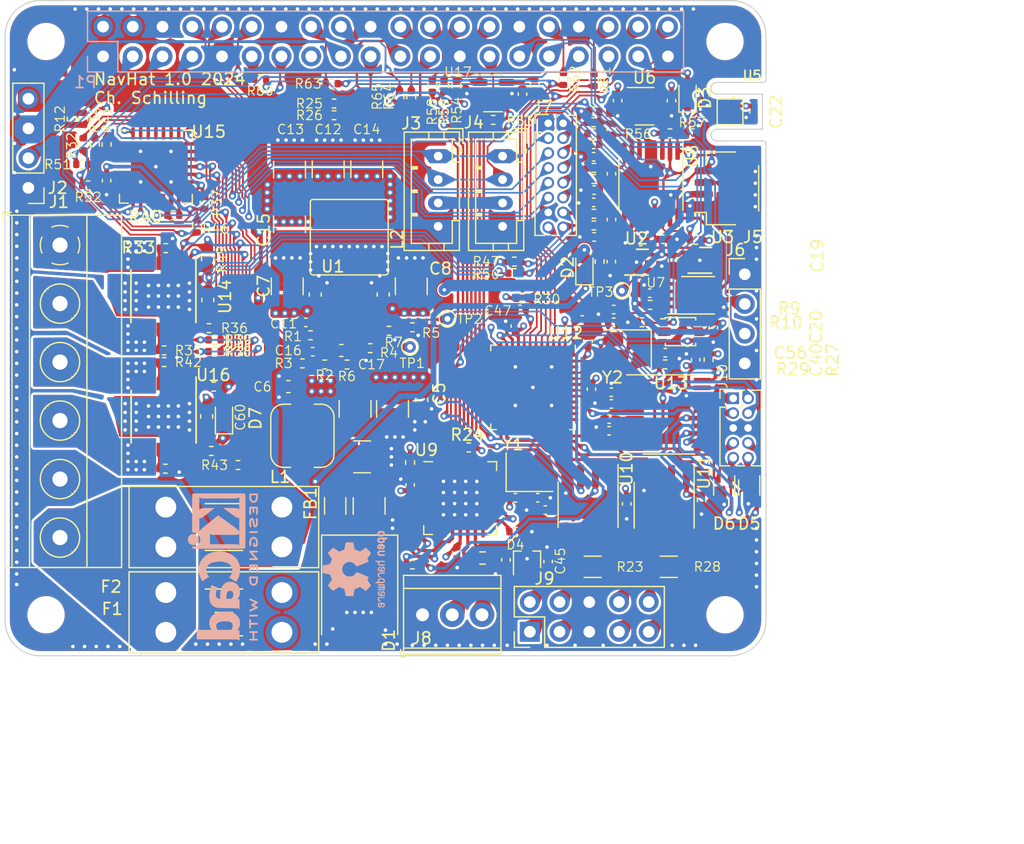
<source format=kicad_pcb>
(kicad_pcb (version 20240108) (generator "pcbnew") (generator_version "8.0")
  (title_block (date "15 nov 2012"))
  (layers (0 "F.Cu" signal) (1 "In1.Cu" signal) (2 "In2.Cu" signal) (31 "B.Cu" power) (34 "B.Paste" user) (35 "F.Paste" user) (36 "B.SilkS" user "B.Silkscreen") (37 "F.SilkS" user "F.Silkscreen") (38 "B.Mask" user) (39 "F.Mask" user) (44 "Edge.Cuts" user))
  (net 0 "")
  (net 1 "+5V")
  (net 2 "GND")
  (net 3 "POWER_ON_RPI")
  (net 4 "+BATT")
  (net 5 "/Sensors/LIN3V3")
  (net 6 "/Sensors/AIN3")
  (net 7 "Net-(U2-EN)")
  (net 8 "/Power/V_LIN")
  (net 9 "/Sensors/AIN2")
  (net 10 "/Power Outputs/EN1")
  (net 11 "/Power Outputs/EN2")
  (net 12 "/Power Outputs/EN3")
  (net 13 "/Power Outputs/EN4")
  (net 14 "/Power Outputs/DIA_EN0")
  (net 15 "/Power Outputs/SEL1")
  (net 16 "/Power Outputs/SEL2")
  (net 17 "/Power Outputs/DIA_EN1")
  (net 18 "Net-(U1-~{RESET})")
  (net 19 "Net-(U16-EN1)")
  (net 20 "Net-(U16-EN2)")
  (net 21 "Net-(U16-DIA_EN)")
  (net 22 "Net-(U16-ILIM1)")
  (net 23 "Net-(U16-ILIM2)")
  (net 25 "~{CAN_INT}")
  (net 29 "CAN_CLKOUT")
  (net 30 "Net-(U1-CBOOT)")
  (net 31 "Net-(C16-Pad1)")
  (net 32 "Net-(U1-VCC)")
  (net 33 "Net-(U9-OSC2)")
  (net 34 "Net-(U12-~{RST})")
  (net 35 "/NMEA Interface/RX2")
  (net 36 "/NMEA Interface/TX2")
  (net 37 "/NMEA Interface/TX3")
  (net 38 "/NMEA Interface/RX3")
  (net 39 "/NMEA Interface/TX0")
  (net 40 "/NMEA Interface/RX0")
  (net 41 "/NMEA Interface/TX1")
  (net 42 "/NMEA Interface/RX1")
  (net 43 "+3.3VA")
  (net 44 "/NMEA Interface/CANL")
  (net 45 "/NMEA Interface/CANH")
  (net 46 "Net-(U9-OSC1)")
  (net 47 "Net-(U13-C1-)")
  (net 48 "/Power/SW")
  (net 49 "/Power/FB")
  (net 50 "/Power/VIN")
  (net 51 "POWER_OFF")
  (net 52 "POWER_ON")
  (net 53 "CurSense")
  (net 54 "~{EN_RS232}")
  (net 55 "Net-(J9-Pin_1)")
  (net 56 "Net-(J9-Pin_2)")
  (net 57 "Net-(J9-Pin_3)")
  (net 58 "Net-(J9-Pin_4)")
  (net 59 "Net-(J9-Pin_7)")
  (net 60 "Net-(U13-C1+)")
  (net 61 "Net-(J9-Pin_8)")
  (net 62 "Net-(J9-Pin_9)")
  (net 63 "Net-(J9-Pin_10)")
  (net 64 "~{SHDN_RS232}")
  (net 65 "~{RESET}")
  (net 66 "ADC_AIN1")
  (net 67 "I2C_ADDR0")
  (net 68 "ADC_REFP")
  (net 69 "ADC_REFN")
  (net 70 "ADC_AIN2")
  (net 71 "ADC_AIN3")
  (net 72 "Net-(U13-C2-)")
  (net 73 "Net-(U13-C2+)")
  (net 74 "Net-(U13-VS+)")
  (net 75 "Net-(U13-VS-)")
  (net 76 "Net-(U12-XOUT)")
  (net 77 "Net-(U12-XIN)")
  (net 78 "Net-(D7-A)")
  (net 79 "Net-(J10-Pin_1)")
  (net 80 "Net-(J10-Pin_2)")
  (net 81 "Net-(J10-Pin_3)")
  (net 82 "Net-(J10-Pin_4)")
  (net 83 "Net-(U1-RBOOT)")
  (net 84 "Net-(U1-RT)")
  (net 85 "Net-(U1-SYNC{slash}MODE)")
  (net 86 "Net-(U1-SPSP)")
  (net 87 "Net-(U9-STBY)")
  (net 88 "Net-(U14-ILIM1)")
  (net 89 "Net-(U14-ILIM2)")
  (net 90 "Net-(U14-DIA_EN)")
  (net 91 "Net-(U14-SEL1)")
  (net 92 "Net-(U14-SEL2)")
  (net 93 "Net-(U14-LATCH)")
  (net 94 "+3.3V")
  (net 95 "Net-(J1-Pin_6)")
  (net 96 "P1_OUT")
  (net 97 "P2_OUT")
  (net 98 "P3_OUT")
  (net 99 "P4_OUT")
  (net 100 "EN_POWER")
  (net 101 "/NMEA Interface/V18")
  (net 102 "/Sensors/REF_N")
  (net 103 "/Sensors/REF_P")
  (net 104 "ADC_AIN0")
  (net 105 "CurSenseRef")
  (net 106 "Net-(U14-SNS)")
  (net 107 "ID_WP")
  (net 108 "~{CAN_CS}")
  (net 109 "~{UART_CS}")
  (net 110 "CAN_SCK")
  (net 111 "CAN_SI")
  (net 112 "CAN_SO")
  (net 113 "UART_SCLK")
  (net 114 "ID_SDA")
  (net 115 "ID_SCL")
  (net 116 "~{CAN_CS0}")
  (net 117 "~{CAN_CS1}")
  (net 118 "UART_MISO")
  (net 119 "UART_MOSI")
  (net 120 "PWM0")
  (net 121 "PWM1")
  (net 122 "/Power Outputs/EN1A")
  (net 123 "/Power Outputs/EN2A")
  (net 124 "OneWire")
  (net 125 "~{UART_CS1}")
  (net 126 "~{UART_CS2}")
  (net 127 "~{UART_IRQ}")
  (net 128 "RPI_TX")
  (net 129 "RPI_RX")
  (net 130 "SCL")
  (net 131 "SDA")
  (net 132 "~{ADC_IRQ}")
  (net 133 "~{IO_IRQ}")
  (net 134 "~{UART_IRQ_B}")
  (net 135 "~{CAN_INT_B}")
  (net 136 "~{CAN_INT_A}")
  (net 137 "~{UART_IRQ_A}")
  (net 138 "GPIO_A4")
  (net 139 "GPIO_A5")
  (net 140 "GPIO_A6")
  (net 141 "GPIO_A7")
  (net 142 "V_FUSED")
  (net 143 "/Sensors/VBATT_RTC")
  (net 145 "Net-(U7-CLKO)")
  (net 146 "Net-(U4-D)")
  (net 150 "Net-(U9-TXD)")
  (net 151 "Net-(U9-RXD)")
  (footprint "MountingHole:MountingHole_2.7mm_M2.5" (layer "F.Cu") (at 203.5 97.5 180)
    (property "Reference" "MK1" (hide yes))
    (property "Value" "M2.5")
  )
  (footprint "MountingHole:MountingHole_2.7mm_M2.5" (layer "F.Cu") (at 261.5 97.5 180)
    (property "Reference" "MK3" (hide yes))
    (property "Value" "M2.5")
  )
  (footprint "MountingHole:MountingHole_2.7mm_M2.5" (layer "F.Cu") (at 203.5 146.5)
    (property "Reference" "MK2" (hide yes))
    (property "Value" "M2.5")
  )
  (footprint "MountingHole:MountingHole_2.7mm_M2.5" (layer "F.Cu") (at 261.5 146.5)
    (property "Reference" "MK4" (hide yes))
    (property "Value" "M2.5")
  )
  (footprint "Capacitor_SMD:C_1210_3225Metric" (layer "F.Cu") (at 231.1 137.2 -90)
    (property "Reference" "C1" (hide yes))
    (property "Value" "2.2uF")
  )
  (footprint "Capacitor_SMD:C_1210_3225Metric" (layer "F.Cu") (at 230.5 133)
    (property "Reference" "C2" (hide yes))
    (property "Value" "2.2uF")
  )
  (footprint "Capacitor_SMD:C_1210_3225Metric" (layer "F.Cu") (at 229.9 128.9 -90)
    (property "Reference" "C3" (hide yes))
    (property "Value" "2.2uF")
  )
  (footprint "Capacitor_SMD:C_1210_3225Metric" (layer "F.Cu") (at 233.1 128.9 -90)
    (property "Reference" "C4" (hide yes))
    (property "Value" "2.2uF")
  )
  (footprint "Capacitor_SMD:C_0603_1608Metric" (layer "F.Cu") (at 235.6 128.125 -90)
    (property "Reference" "C5")
    (property "Value" "470nF")
  )
  (footprint "Capacitor_SMD:C_0603_1608Metric" (layer "F.Cu") (at 224.2 127 180)
    (property "Reference" "C6")
    (property "Value" "470nF")
  )
  (footprint "Capacitor_SMD:C_0402_1005Metric" (layer "F.Cu") (at 256.4 124.1 180)
    (property "Reference" "C56")
    (property "Value" "C")
  )
  (footprint "Capacitor_SMD:C_0402_1005Metric" (layer "F.Cu") (at 252 121.5 180)
    (property "Reference" "C57" (hide yes))
    (property "Value" "C")
  )
  (footprint "Capacitor_SMD:C_0402_1005Metric" (layer "F.Cu") (at 245.5 136.5 180)
    (property "Reference" "C46" (hide yes))
    (property "Value" "11pF")
  )
  (footprint "Capacitor_SMD:C_0402_1005Metric" (layer "F.Cu") (at 246.15 137.55)
    (property "Reference" "C48" (hide yes))
    (property "Value" "11pF")
  )
  (footprint "Capacitor_SMD:C_0402_1005Metric" (layer "F.Cu") (at 234.6 135.4 90)
    (property "Reference" "C37" (hide yes))
    (property "Value" "100nF")
  )
  (footprint "Capacitor_SMD:C_0402_1005Metric" (layer "F.Cu") (at 238.6 141.2 -90)
    (property "Reference" "C38" (hide yes))
    (property "Value" "100nF")
  )
  (footprint "Capacitor_SMD:C_0402_1005Metric" (layer "F.Cu") (at 250.09 127.22 -90)
    (property "Reference" "C39" (hide yes))
    (property "Value" "100nF")
  )
  (footprint "Capacitor_SMD:C_0402_1005Metric" (layer "F.Cu") (at 259 124.7 90)
    (property "Reference" "C40")
    (property "Value" "100nF")
  )
  (footprint "Diode_SMD:D_0603_1608Metric" (layer "F.Cu") (at 249.49 116.81 90)
    (property "Reference" "D2")
    (property "Value" "CDBU0145-HF")
  )
  (footprint "navfp:WE-LHMI-5030" (layer "F.Cu") (at 225.4 131.2 90)
    (property "Reference" "L1")
    (property "Value" "1uH")
  )
  (footprint "Resistor_SMD:R_0402_1005Metric" (layer "F.Cu") (at 254.4 121.5 180)
    (property "Reference" "R10")
    (property "Value" "100k")
  )
  (footprint "Resistor_SMD:R_0402_1005Metric" (layer "F.Cu") (at 217.8175 127)
    (property "Reference" "R48" (hide yes))
    (property "Value" "4.7k")
  )
  (footprint "Resistor_SMD:R_1206_3216Metric" (layer "F.Cu") (at 250.2 142.4)
    (property "Reference" "R23")
    (property "Value" "120R")
  )
  (footprint "Resistor_SMD:R_1206_3216Metric" (layer "F.Cu") (at 256.7 142.4)
    (property "Reference" "R28")
    (property "Value" "120R")
  )
  (footprint "Resistor_SMD:R_0603_1608Metric" (layer "F.Cu") (at 240.79 141.65 180)
    (property "Reference" "R20" (hide yes))
    (property "Value" "120R")
  )
  (footprint "Package_DFN_QFN:DFN-6-1EP_2x2mm_P0.65mm_EP1x1.6mm" (layer "F.Cu") (at 253.94 116.36)
    (property "Reference" "U2")
    (property "Value" "TPS7B8133DRVR")
  )
  (footprint "Package_DFN_QFN:QFN-28-1EP_6x6mm_P0.65mm_EP4.25x4.25mm" (layer "F.Cu") (at 212.88 108.2)
    (property "Reference" "U15")
    (property "Value" "MCP23017T-E/ML")
  )
  (footprint "Package_SO:SOIC-8_3.9x4.9mm_P1.27mm" (layer "F.Cu") (at 249.8 137.1 -90)
    (property "Reference" "U10")
    (property "Value" "MAX14787EGSA+T")
  )
  (footprint "Package_DFN_QFN:TQFN-48-1EP_7x7mm_P0.5mm_EP5.1x5.1mm" (layer "F.Cu") (at 245.1 127.0625 -90)
    (property "Reference" "U12")
    (property "Value" "MAX14830ETM+T")
  )
  (footprint "navfp:SW-TDFN-8-1EP_3x4mm_P0.65mm_EP2.7x2.3mm" (layer "F.Cu") (at 258.6 119.19)
    (property "Reference" "U7")
    (property "Value" "MAX31343ETAY")
  )
  (footprint "navfp:Bosch_LGA-10_2x2mm_P0.5mm" (layer "F.Cu") (at 261.9325 103.5075)
    (property "Reference" "U5")
    (property "Value" "BMP390")
  )
  (footprint "Capacitor_SMD:C_0402_1005Metric" (layer "F.Cu") (at 263.98 103.5075 -90)
    (property "Reference" "C22")
    (property "Value" "100nF")
  )
  (footprint "Package_DFN_QFN:QFN-28-1EP_6x6mm_P0.65mm_EP4.25x4.25mm_ThermalVias" (layer "F.Cu") (at 238.875 136.525)
    (property "Reference" "U9")
    (property "Value" "MCP25625T-E_ML")
  )
  (footprint "Capacitor_SMD:C_0402_1005Metric" (layer "F.Cu") (at 243.6 136.5)
    (property "Reference" "C43" (hide yes))
    (property "Value" "100nF")
  )
  (footprint "Package_SO:TSSOP-20_4.4x6.5mm_P0.65mm" (layer "F.Cu") (at 256.7 129.375)
    (property "Reference" "U13")
    (property "Value" "MAX3222ECPWR")
  )
  (footprint "Package_SO:SOIC-8_3.9x4.9mm_P1.27mm" (layer "F.Cu") (at 256.3 137.14 -90)
    (property "Reference" "U11")
    (property "Value" "MAX14787EGSA+T")
  )
  (footprint "Capacitor_SMD:C_0402_1005Metric" (layer "F.Cu") (at 251.79 128.475 180)
    (property "Reference" "C52" (hide yes))
    (property "Value" "100nF")
  )
  (footprint "Capacitor_SMD:C_0402_1005Metric" (layer "F.Cu") (at 251.6 129.775 180)
    (property "Reference" "C53" (hide yes))
    (property "Value" "100nF")
  )
  (footprint "Capacitor_SMD:C_0402_1005Metric" (layer "F.Cu") (at 251.79 127.475)
    (property "Reference" "C54" (hide yes))
    (property "Value" "100nF")
  )
  (footprint "Capacitor_SMD:C_0402_1005Metric" (layer "F.Cu") (at 251.6 130.775)
    (property "Reference" "C55" (hide yes))
    (property "Value" "100nF")
  )
  (footprint "Capacitor_SMD:C_0402_1005Metric" (layer "F.Cu") (at 255.07 119.01 180)
    (property "Reference" "C25" (hide yes))
    (property "Value" "100nF")
  )
  (footprint "Package_SO:VSSOP-8_2.4x2.1mm_P0.5mm" (layer "F.Cu") (at 257.7 122.3)
    (property "Reference" "U4" (hide yes))
    (property "Value" "SN74LVC2G74DCURG4")
  )
  (footprint "Capacitor_SMD:C_0402_1005Metric" (layer "F.Cu") (at 251.79 116.31 90)
    (property "Reference" "C18" (hide yes))
    (property "Value" "1uF")
  )
  (footprint "Capacitor_SMD:C_0402_1005Metric" (layer "F.Cu") (at 257 116.22 90)
    (property "Reference" "C19")
    (property "Value" "1uF")
  )
  (footprint "Resistor_SMD:R_0402_1005Metric" (layer "F.Cu") (at 250.79 116.31 -90)
    (property "Reference" "R8" (hide yes))
    (property "Value" "22R")
  )
  (footprint "Fuse:Fuseholder_Blade_Mini_Keystone_3568" (layer "F.Cu") (at 223.65 148 180)
    (property "Reference" "F1")
    (property "Value" "3568")
  )
  (footprint "Fuse:Fuseholder_Blade_Mini_Keystone_3568" (layer "F.Cu") (at 223.65 140.7 180)
    (property "Reference" "F2")
    (property "Value" "3568")
  )
  (footprint "Diode_SMD:D_SMC" (layer "F.Cu") (at 230.29 144.6 -90)
    (property "Reference" "D1")
    (property "Value" " 3.0SMCJ30A")
  )
  (footprint "Capacitor_SMD:C_1206_3216Metric" (layer "F.Cu") (at 228.2 137.2 -90)
    (property "Reference" "FB1")
    (property "Value" "BLM31KN121SH1L")
  )
  (footprint "Resistor_SMD:R_0603_1608Metric" (layer "F.Cu") (at 217.3 116 90)
    (property "Reference" "R49")
    (property "Value" "750")
  )
  (footprint "Resistor_SMD:R_0402_1005Metric" (layer "F.Cu") (at 216.4 113.3 90)
    (property "Reference" "R46")
    (property "Value" "15k")
  )
  (footprint "Resistor_SMD:R_0402_1005Metric" (layer "F.Cu") (at 214.37 112.35 180)
    (property "Reference" "R40")
    (property "Value" "15k")
  )
  (footprint "navfp:WE-XHMI-6060" (layer "F.Cu") (at 229.4 114.225 90)
    (property "Reference" "L2")
    (property "Value" "4.7uH")
  )
  (footprint "Resistor_SMD:R_0402_1005Metric" (layer "F.Cu") (at 229.21 125.11)
    (property "Reference" "R6")
    (property "Value" "24.0k")
  )
  (footprint "Capacitor_SMD:C_0402_1005Metric" (layer "F.Cu") (at 226.28 124.01)
    (property "Reference" "C16")
    (property "Value" "11pF")
  )
  (footprint "Resistor_SMD:R_0402_1005Metric" (layer "F.Cu") (at 225.4 125.01 180)
    (property "Reference" "R3")
    (property "Value" "4.99k")
  )
  (footprint "Resistor_SMD:R_0402_1005Metric" (layer "F.Cu") (at 226.09 122.61 180)
    (property "Reference" "R1")
    (property "Value" "22R")
  )
  (footprint "Capacitor_SMD:C_1210_3225Metric" (layer "F.Cu") (at 224.3 108.45 90)
    (property "Reference" "C13")
    (property "Value" "47uF")
  )
  (footprint "Resistor_SMD:R_0402_1005Metric" (layer "F.Cu") (at 232.8 122.225 180)
    (property "Reference" "R7")
    (property "Value" "15k")
  )
  (footprint "Resistor_SMD:R_0402_1005Metric" (layer "F.Cu") (at 227.31 125.11)
    (property "Reference" "R2")
    (property "Value" "100k")
  )
  (footprint "Resistor_SMD:R_0402_1005Metric" (layer "F.Cu") (at 231.19 123.71)
    (property "Reference" "R4")
    (property "Value" "33.0k")
  )
  (footprint "Capacitor_SMD:C_1210_3225Metric" (layer "F.Cu") (at 224.3 113.125 -90)
    (property "Reference" "C15")
    (property "Value" "47uF")
  )
  (footprint "Capacitor_SMD:C_0603_1608Metric" (layer "F.Cu") (at 228.725 123.91)
    (property "Reference" "C17")
    (property "Value" "1uF")
  )
  (footprint "Capacitor_SMD:C_0603_1608Metric" (layer "F.Cu") (at 226.5 119.125 90)
    (property "Reference" "C9" (hide yes))
    (property "Value" "470nF")
  )
  (footprint "Capacitor_SMD:C_1210_3225Metric" (layer "F.Cu") (at 227.6 108.425 90)
    (property "Reference" "C12")
    (property "Value" "47uF")
  )
  (footprint "Capacitor_SMD:C_1210_3225Metric" (layer "F.Cu") (at 230.9 108.425 90)
    (property "Reference" "C14")
    (property "Value" "47uF")
  )
  (footprint "Capacitor_SMD:C_1210_3225Metric" (layer "F.Cu") (at 234.7 118.425 90)
    (property "Reference" "C8")
    (property "Value" "10uF")
  )
  (footprint "Capacitor_SMD:C_1210_3225Metric" (layer "F.Cu") (at 224.1 118.425 90)
    (property "Reference" "C7")
    (property "Value" "10uF")
  )
  (footprint "Capacitor_SMD:C_0603_1608Metric" (layer "F.Cu") (at 232.3 119.125 90)
    (property "Reference" "C10" (hide yes))
    (property "Value" "470nF")
  )
  (footprint "Capacitor_SMD:C_0402_1005Metric" (layer "F.Cu") (at 225.69 121.51 180)
    (property "Reference" "C11")
    (property "Value" "100nF")
  )
  (footprint "navfp:VQFN-HR-16" (layer "F.Cu") (at 229.4 120.525)
    (property "Reference" "U1")
    (property "Value" "LM62460QRPHRQ1")
  )
  (footprint "Crystal:Crystal_SMD_3225-4Pin_3.2x2.5mm" (layer "F.Cu") (at 244.8 134.31)
    (property "Reference" "Y1")
    (property "Value" "QKT-3225SMD 16.0000MHz")
  )
  (footprint "Crystal:Crystal_SMD_3225-4Pin_3.2x2.5mm" (layer "F.Cu") (at 253.2 123.8 180)
    (property "Reference" "Y2")
    (property "Value" "Crystal")
  )
  (footprint "Capacitor_SMD:C_0402_1005Metric" (layer "F.Cu") (at 253.1 137.02 -90)
    (property "Reference" "C41" (hide yes))
    (property "Value" "100nF")
  )
  (footprint "Resistor_SMD:R_0402_1005Metric" (layer "F.Cu") (at 243.6 139.4)
    (property "Reference" "R21" (hide yes))
    (property "Value" "10k")
  )
  (footprint "Resistor_SMD:R_0402_1005Metric" (layer "F.Cu") (at 234.6 133.49 90)
    (property "Reference" "R22" (hide yes))
    (property "Value" "10k")
  )
  (footprint "Resistor_SMD:R_0402_1005Metric" (layer "F.Cu") (at 234.79 142.2 180)
    (property "Reference" "R31" (hide yes))
    (property "Value" "22R")
  )
  (footprint "Capacitor_SMD:C_0402_1005Metric" (layer "F.Cu") (at 208.67 109.39 -90)
    (property "Reference" "C58" (hide yes))
    (property "Value" "100nF")
  )
  (footprint "Resistor_SMD:R_0402_1005Metric" (layer "F.Cu") (at 213.59 123.9)
    (property "Reference" "R35")
    (property "Value" "15k")
  )
  (footprint "Resistor_SMD:R_0402_1005Metric" (layer "F.Cu") (at 206.67 106.28 90)
    (property "Reference" "R32")
    (property "Value" "15k")
  )
  (footprint "Resistor_SMD:R_0402_1005Metric" (layer "F.Cu") (at 213.69 134.01)
    (property "Reference" "R44" (hide yes))
    (property "Value" "15k")
  )
  (footprint "Resistor_SMD:R_0402_1005Metric" (layer "F.Cu") (at 207.67 106.29 90)
    (property "Reference" "R34")
    (property "Value" "15k")
  )
  (footprint "Resistor_SMD:R_0402_1005Metric" (layer "F.Cu") (at 208.67 106.3 90)
    (property "Reference" "R41")
    (property "Value" "15k")
  )
  (footprint "Resistor_SMD:R_0402_1005Metric" (layer "F.Cu") (at 213.7275 115.1625)
    (property "Reference" "R33")
    (property "Value" "15k")
  )
  (footprint "Resistor_SMD:R_0402_1005Metric" (layer "F.Cu") (at 219.9 133.7)
    (property "Reference" "R43")
    (property "Value" "15k")
  )
  (footprint "Package_SO:TSSOP-16-1EP_4.4x5mm_P0.65mm" (layer "F.Cu") (at 213.475 119.275 -90)
    (property "Reference" "U14")
    (property "Value" "TPS2HB16-Q1")
  )
  (footprint "Capacitor_SMD:C_0603_1608Metric" (layer "F.Cu") (at 217.2175 129.55 90)
    (property "Reference" "C60")
    (property "Value" "470nF")
  )
  (footprint "Resistor_SMD:R_0402_1005Metric" (layer "F.Cu") (at 217.6175 132.5)
    (property "Reference" "R45" (hide yes))
    (property "Value" "15k")
  )
  (footprint "Package_SO:TSSOP-16-1EP_4.4x5mm_P0.65mm" (layer "F.Cu") (at 213.4925 129.56 -90)
    (property "Reference" "U16")
    (property "Value" "TPS2HB16-Q1")
  )
  (footprint "Capacitor_SMD:C_0603_1608Metric" (layer "F.Cu") (at 217.3175 119.6 90)
    (property "Reference" "C59" (hide yes))
    (property "Value" "470nF")
  )
  (footprint "Resistor_SMD:R_0402_1005Metric" (layer "F.Cu") (at 217.9 124)
    (property "Reference" "R38")
    (property "Value" "15k")
  )
  (footprint "Resistor_SMD:R_0402_1005Metric" (layer "F.Cu") (at 213.59 124.9)
    (property "Reference" "R42")
    (property "Value" "15k")
  )
  (footprint "Resistor_SMD:R_0402_1005Metric" (layer "F.Cu") (at 217.4175 122)
    (property "Reference" "R36")
    (property "Value" "15k")
  )
  (footprint "Resistor_SMD:R_0402_1005Metric" (layer "F.Cu") (at 217.9 123)
    (property "Reference" "R39")
    (property "Value" "15k")
  )
  (footprint "Package_TO_SOT_SMD:SOT-523" (layer "F.Cu") (at 263.57 135.62 -90)
    (property "Reference" "D5")
    (property "Value" "RClamp0582B")
  )
  (footprint "Package_TO_SOT_SMD:SOT-523" (layer "F.Cu") (at 261.43 135.625 -90)
    (property "Reference" "D6")
    (property "Value" "RClamp0582B")
  )
  (footprint "Connector_JST:JST_PH_B4B-PH-K_1x04_P2.00mm_Vertical" (layer "F.Cu") (at 237 107.3 -90)
    (property "Reference" "J3")
    (property "Value" "B4B-PH-K-S")
  )
  (footprint "Connector_JST:JST_PH_B4B-PH-K_1x04_P2.00mm_Vertical" (layer "F.Cu") (at 242.5 107.3 -90)
    (property "Reference" "J4")
    (property "Value" "B4B-PH-K-S")
  )
  (footprint "Connector_JST:JST_SH_SM04B-SRSS-TB_1x04-1MP_P1.00mm_Horizontal" (layer "F.Cu") (at 261.69 110.05 90)
    (property "Reference" "J5")
    (property "Value" "SM04B-SRSS-TB")
  )
  (footprint "Package_DFN_QFN:DFN-6-1EP_2x2mm_P0.65mm_EP1x1.6mm" (layer "F.Cu") (at 259.35 116.2)
    (property "Reference" "U3")
    (property "Value" "NCP730BMT330TBG")
  )
  (footprint "Resistor_SMD:R_0402_1005Metric" (layer "F.Cu") (at 244.19 119.45)
    (property "Reference" "R30")
    (property "Value" "10k")
  )
  (footprint "Package_SO:TSSOP-16_4.4x5mm_P0.65mm" (layer "F.Cu") (at 255.175 109.7375 -90)
    (property "Reference" "U8")
    (property "Value" "ADS1119IPW")
  )
  (footprint "Capacitor_SMD:C_0402_1005Metric" (layer "F.Cu") (at 250.32 110.2)
    (property "Reference" "C27" (hide yes))
    (property "Value" "10nF")
  )
  (footprint "Resistor_SMD:R_0402_1005Metric" (layer "F.Cu") (at 238.55 101.31 90)
    (property "Reference" "R54")
    (property "Value" "4.7k")
  )
  (footprint "Resistor_SMD:R_0402_1005Metric" (layer "F.Cu") (at 221.79 100.71)
    (property "Reference" "R60")
    (property "Value" "0")
  )
  (footprint "Resistor_SMD:R_0402_1005Metric" (layer "F.Cu") (at 206.69 104.11 -90)
    (property "Reference" "R11" (hide yes))
    (property "Value" "10k")
  )
  (footprint "Capacitor_SMD:C_0402_1005Metric" (layer "F.Cu") (at 250.28 106.3)
    (property "Reference" "C26" (hide yes))
    (property "Value" "10nF")
  )
  (footprint "Capacitor_SMD:C_0402_1005Metric" (layer "F.Cu") (at 243.99 120.4 180)
    (property "Reference" "C47")
    (property "Value" "100nF")
  )
  (footprint "Capacitor_SMD:C_0402_1005Metric" (layer "F.Cu") (at 256.2 114.4)
    (property "Reference" "C35" (hide yes))
    (property "Value" "100nF")
  )
  (footprint "Resistor_SMD:R_0402_1005Metric" (layer "F.Cu") (at 255.1 120.01)
    (property "Reference" "R9")
    (property "Value" "10k")
  )
  (footprint "Capacitor_SMD:C_0402_1005Metric" (layer "F.Cu") (at 251.99 120.41)
    (property "Reference" "C21" (hide yes))
    (property "Value" "100nF")
  )
  (footprint "Resistor_SMD:R_0402_1005Metric" (layer "F.Cu") (at 250.28 105.35)
    (property "Reference" "R14" (hide yes))
    (property "Value" "1k")
  )
  (footprint "Resistor_SMD:R_0402_1005Metric" (layer "F.Cu") (at 241.7 104.2 180)
    (property "Reference" "R53")
    (property "Value" "4.7k")
  )
  (footprint "Resistor_SMD:R_0402_1005Metric" (layer "F.Cu") (at 260.1 124.7 90)
    (property "Reference" "R27")
    (property "Value" "100k")
  )
  (footprint "Capacitor_SMD:C_0402_1005Metric" (layer "F.Cu") (at 249.8 123.1 90)
    (property "Reference" "C50" (hide yes))
    (property "Value" "100nF")
  )
  (footprint "Resistor_SMD:R_0402_1005Metric" (layer "F.Cu") (at 247.7 100.7 -90)
    (property "Reference" "R62")
    (property "Value" "0")
  )
  (footprint "TestPoint:TestPoint_THTPad_D1.0mm_Drill0.5mm" (layer "F.Cu") (at 252.69 118.81)
    (property "Reference" "TP3")
    (property "Value" "TestPoint_Small")
  )
  (footprint "Package_TO_SOT_SMD:SOT-23-5" (layer "F.Cu") (at 241.6875 101.94)
    (property "Reference" "U17")
    (property "Value" "24CW640T-I/OT")
  )
  (footprint "Capacitor_SMD:C_0402_1005Metric" (layer "F.Cu") (at 246.39 141.95 90)
    (property "Reference" "C45")
    (property "Value" "47pF")
  )
  (footprint "Resistor_SMD:R_0402_1005Metric" (layer "F.Cu") (at 250.3 113.22)
    (property "Reference" "R16" (hide yes))
    (property "Value" "1k")
  )
  (footprint "Connector_PinHeader_2.54mm:PinHeader_2x05_P2.54mm_Vertical" (layer "F.Cu") (at 244.825 147.955 90)
    (property "Reference" "J9")
    (property "Value" "Conn_02x05_Odd_Even")
  )
  (footprint "Capacitor_SMD:C_0402_1005Metric" (layer "F.Cu") (at 250.28 107.35 180)
    (property "Reference" "C33" (hide yes))
    (property "Value" "10nF")
  )
  (footprint "Resistor_SMD:R_0402_1005Metric" (layer "F.Cu") (at 239.61 132.2 180)
    (property "Reference" "R24")
    (property "Value" "10k")
  )
  (footprint "Resistor_SMD:R_0402_1005Metric" (layer "F.Cu") (at 243.51 116.31)
    (property "Reference" "R47")
    (property "Value" "1k")
  )
  (footprint "Capacitor_SMD:C_0402_1005Metric" (layer "F.Cu") (at 251.78 105 90)
    (property "Reference" "C29" (hide yes))
    (property "Value" "100nF")
  )
  (footprint "Resistor_SMD:R_0402_1005Metric" (layer "F.Cu") (at 236.5 101.29 -90)
    (property "Reference" "R58")
    (property "Value" "0")
  )
  (footprint "Resistor_SMD:R_0402_1005Metric" (layer "F.Cu") (at 258.71 105.35)
    (property "Reference" "R57")
    (property "Value" "0")
  )
  (footprint "Capacitor_SMD:C_0402_1005Metric" (layer "F.Cu") (at 260.5 121.975 90)
    (property "Reference" "C20")
    (property "Value" "100nF")
  )
  (footprint "Resistor_SMD:R_0402_1005Metric" (layer "F.Cu") (at 243.5 117.3)
    (property "Reference" "R50")
    (property "Value" "1k")
  )
  (footprint "Resistor_SMD:R_0402_1005Metric" (layer "F.Cu") (at 228.1 102.8 180)
    (property "Reference" "R25")
    (property "Value" "0")
  )
  (footprint "Resistor_SMD:R_0402_1005Metric" (layer "F.Cu") (at 233.7 102.24 -90)
    (property "Reference" "R65")
    (property "Value" "0")
  )
  (footprint "Capacitor_SMD:C_0402_1005Metric" (layer "F.Cu") (at 244.2 102 90)
    (property "Reference" "C61" (hide yes))
    (property "Value" "100nF")
  )
  (footprint "Capacitor_SMD:C_0402_1005Metric" (layer "F.Cu") (at 254.3 114.6 180)
    (property "Reference" "C36" (hide yes))
    (property "Value" "100nF")
  )
  (footprint "Diode_SMD:D_0603_1608Metric" (layer "F.Cu") (at 258.3 102.0425 90)
    (property "Reference" "D3")
    (property "Value" "CDBU0145-HF")
  )
  (footprint "Package_SO:TSOP-5_1.65x3.05mm_P0.95mm" (layer "F.Cu") (at 254.63 103.03)
    (property "Reference" "U6")
    (property "Value" "NCV8164ASN330T1G")
  )
  (footprint "TerminalBlock_Phoenix:TerminalBlock_Phoenix_MKDS-1,5-6_1x06_P5.00mm_Horizontal" (layer "F.Cu") (at 204.69 114.9 -90)
    (property "Reference" "J1")
    (property "Value" "TB002-500-06BE")
  )
  (footprint "Resistor_SMD:R_0402_1005Metric" (layer "F.Cu") (at 227.9 101.1)
    (property "Reference" "R63")
    (property "Value" "0")
  )
  (footprint "Resistor_SMD:R_0402_1005Metric" (layer "F.Cu") (at 245.25 101.24 90)
    (property "Reference" "R55" (hide yes))
    (property "Value" "4.7k")
  )
  (footprint "Resistor_SMD:R_0402_1005Metric" (layer "F.Cu") (at 206.59 108 180)
    (property "Reference" "R51")
    (property "Value" "15k")
  )
  (footprint "Capacitor_SMD:C_0402_1005Metric" (layer "F.Cu") (at 242.79 141.8 -90)
    (property "Reference" "C44" (hide yes))
    (property "Value" "47pF")
  )
  (footprint "Resistor_SMD:R_0402_1005Metric" (layer "F.Cu") (at 228.1 103.8 180)
    (property "Reference" "R26")
    (property "Value" "0")
  )
  (footprint "Connector_PinHeader_1.27mm:PinHeader_2x05_P1.27mm_Vertical" (layer "F.Cu") (at 262.2 127.995)
    (property "Reference" "J10")
    (property "Value" "Conn_02x05_Odd_Even")
  )
  (footprint "Capacitor_SMD:C_0402_1005Metric" (layer "F.Cu") (at 259.5 136.72 -90)
    (property "Reference" "C42" (hide yes))
    (property "Value" "100nF")
  )
  (footprint "Diode_SMD:D_0603_1608Metric" (layer "F.Cu") (at 218.7 129.55 90)
    (property "Reference" "D7")
    (property "Value" "CDBU0145-HF")
  )
  (footprint "Connector_PinHeader_2.54mm:PinHeader_1x04_P2.54mm_Vertical" (layer "F.Cu") (at 201.99 110.01 180)
    (property "Reference" "J2")
    (property "Value" "Conn_01x04_Pin")
  )
  (footprint "Resistor_SMD:R_0402_1005Metric" (layer "F.Cu") (at 237.5 101.29 -90)
    (property "Reference" "R59")
    (property "Value" "0")
  )
  (footprint "Resistor_SMD:R_0402_1005Metric" (layer "F.Cu") (at 234.7 102.24 -90)
    (property "Reference" "R64")
    (property "Value" "0")
  )
  (footprint "Connector_PinHeader_1.27mm:PinHeader_2x08_P1.27mm_Vertical" (layer "F.Cu") (at 246.4 104.49)
    (property "Reference" "J7")
    (property "Value" "Conn_02x08_Odd_Even")
  )
  (footprint "Resistor_SMD:R_0402_1005Metric" (layer "F.Cu") (at 250.3 108.3)
    (property "Reference" "R18" (hide yes))
    (property "Value" "1k")
  )
  (footprint "Capacitor_SMD:C_0402_1005Metric" (layer "F.Cu") (at 252.33 102.55 -90)
    (property "Reference" "C23" (hide yes))
    (property "Value" "1uF")
  )
  (footprint "Resistor_SMD:R_0402_1005Metric" (layer "F.Cu") (at 259.01 114.45 180)
    (property "Reference" "R13" (hide yes))
    (property "Value" "10k")
  )
  (footprint "Resistor_SMD:R_0402_1005Metric" (layer "F.Cu") (at 234.8 121.925)
    (property "Reference" "R5")
    (property "Value" "0")
  )
  (footprint "Capacitor_SMD:C_0402_1005Metric" (layer "F.Cu") (at 250.28 111.25 180)
    (property "Reference" "C34" (hide yes))
    (property "Value" "10nF")
  )
  (footprint "Resistor_SMD:R_0402_1005Metric" (layer "F.Cu") (at 256.39 125.1 180)
    (property "Reference" "R29")
    (property "Value" "100k")
  )
  (footprint "TerminalBlock_TE-Connectivity:TerminalBlock_TE_282834-3_1x03_P2.54mm_Horizontal" (layer "F.Cu") (at 235.66 146.5)
    (property "Reference" "J8")
    (property "Value" "282834-3")
  )
  (footprint "Resistor_SMD:R_0402_1005Metric" (layer "F.Cu") (at 256.8 105.35)
    (property "Reference" "R56")
    (property "Value" "0")
  )
  (footprint "Capacitor_SMD:C_0402_1005Metric" (layer "F.Cu") (at 251.8 108.8 90)
    (property "Reference" "C30" (hide yes))
    (property "Value" "100nF")
  )
  (footprint "Resistor_SMD:R_0402_1005Metric" (layer "F.Cu") (at 250.29 109.25)
    (property "Reference" "R15" (hide yes))
    (property "Value" "1k")
  )
  (footprint "TestPoint:TestPoint_THTPad_D1.0mm_Drill0.5mm" (layer "F.Cu") (at 237.79 121.21)
    (property "Reference" "TP2")
    (property "Value" "TestPoint_Small")
  )
  (footprint "Connector_PinHeader_2.54mm:PinHeader_1x04_P2.54mm_Vertical" (layer "F.Cu") (at 263.19 117.39)
    (property "Reference" "J6")
    (property "Value" "Conn_01x04_Pin")
  )
  (footprint "Capacitor_SMD:C_0402_1005Metric" (layer "F.Cu") (at 249.3 121.3 180)
    (property "Reference" "C49" (hide yes))
    (property "Value" "1uF")
  )
  (footprint "TestPoint:TestPoint_THTPad_D1.0mm_Drill0.5mm" (layer "F.Cu") (at 234.59 123.61)
    (property "Reference" "TP1")
    (property "Value" "TestPoint_Small")
  )
  (footprint "Resistor_SMD:R_0402_1005Metric" (layer "F.Cu") (at 250.28 104.4)
    (property "Reference" "R17" (hide yes))
    (property "Value" "1k")
  )
  (footprint "Resistor_SMD:R_0402_1005Metric" (layer "F.Cu") (at 250.3 112.22)
    (property "Reference" "R19" (hide yes))
    (property "Value" "1k")
  )
  (footprint "Capacitor_SMD:C_0402_1005Metric" (layer "F.Cu") (at 251.8 112.72 90)
    (property "Reference" "C31" (hide yes))
    (property "Value" "100nF")
  )
  (footprint "Capacitor_SMD:C_0402_1005Metric" (layer "F.Cu") (at 250.28 103.45 180)
    (property "Reference" "C32" (hide yes))
    (property "Value" "10nF")
  )
  (footprint "Package_TO_SOT_SMD:SOT-323_SC-70" (layer "F.Cu") (at 244.59 141.785 90)
    (property "Reference" "D4")
    (property "Value" "VCAN16A2-03G-E3-08")
  )
  (footprint "Capacitor_SMD:C_0402_1005Metric" (layer "F.Cu") (at 243.59 121.82 90)
    (property "Reference" "C51" (hide yes))
    (property "Value" "100nF")
  )
  (footprint "Resistor_SMD:R_0402_1005Metric" (layer "F.Cu") (at 205.69 104.11 -90)
    (property "Reference" "R12")
    (property "Value" "10k")
  )
  (footprint "Resistor_SMD:R_0402_1005Metric" (layer "F.Cu") (at 217.05 111.3 -90)
    (property "Reference" "R37")
    (property "Value" "10k")
  )
  (footprint "Resistor_SMD:R_0402_1005Metric" (layer "F.Cu") (at 250.3 100.8 -90)
    (property "Reference" "R61")
    (property "Value" "0")
  )
  (footprint "Capacitor_SMD:C_0402_1005Metric" (layer "F.Cu") (at 250.32 114.2)
    (property "Reference" "C28" (hide yes))
    (property "Value" "10nF")
  )
  (footprint "Resistor_SMD:R_0402_1005Metric" (layer "F.Cu") (at 207.09 109.8 180)
    (property "Reference" "R52")
    (property "Value" "15k")
  )
  (footprint "Capacitor_SMD:C_0402_1005Metric" (layer "F.Cu") (at 256.93 102.55 -90)
    (property "Reference" "C24" (hide yes))
    (property "Value" "1uF")
  )
  (footprint "Connector_PinSocket_2.54mm:PinSocket_2x20_P2.54mm_Vertical" (layer "B.Cu") (at 208.37 98.77 -90)
    (property "Reference" "P1")
    (property "Value" "Conn_02x20_Odd_Even")
  )
  (footprint "Symbol:KiCad-Logo2_5mm_SilkScreen" (layer "B.Cu") (at 218.59 142.41 -90)
    (property "Reference" "REF**" (hide yes))
    (property "Value" "KiCad-Logo2_5mm_SilkScreen" (hide yes))
  )
  (footprint "Symbol:OSHW-Logo2_7.3x6mm_SilkScreen" (layer "B.Cu") (at 229.89 142.61 -90)
    (property "Reference" "REF**" (hide yes))
    (property "Value" "OSHW-Logo2_7.3x6mm_SilkScreen" (hide yes))
  )
  (gr_arc (start 260.8 102) (mid 260.3 101.5) (end 260.8 101) (stroke (width 0.1)) (layer "Edge.Cuts"))
  (gr_arc (start 203 150) (mid 200.87868 149.12132) (end 200 147) (stroke (width 0.1)) (layer "Edge.Cuts"))
  (gr_line (start 200 147) (end 200 97) (stroke (width 0.1)) (layer "Edge.Cuts"))
  (gr_line (start 265 147) (end 265 106.2) (stroke (width 0.1)) (layer "Edge.Cuts"))
  (gr_arc (start 262 94) (mid 264.12132 94.87868) (end 265 97) (stroke (width 0.1)) (layer "Edge.Cuts"))
  (gr_line (start 260.8 102) (end 264.7 102) (stroke (width 0.1)) (layer "Edge.Cuts"))
  (gr_line (start 260.8 105) (end 264.7 105) (stroke (width 0.1)) (layer "Edge.Cuts"))
  (gr_line (start 203 150) (end 262 150) (stroke (width 0.1)) (layer "Edge.Cuts"))
  (gr_line (start 264.7 102) (end 264.7 105) (stroke (width 0.1)) (layer "Edge.Cuts"))
  (gr_arc (start 200 97) (mid 200.87868 94.87868) (end 203 94) (stroke (width 0.1)) (layer "Edge.Cuts"))
  (gr_arc (start 260.8 106) (mid 260.3 105.5) (end 260.8 105) (stroke (width 0.1)) (layer "Edge.Cuts"))
  (gr_line (start 265 100.8) (end 265 97) (stroke (width 0.1)) (layer "Edge.Cuts"))
  (gr_line (start 260.8 106) (end 264.8 106) (stroke (width 0.1)) (layer "Edge.Cuts"))
  (gr_line (start 260.8 101) (end 264.8 101) (stroke (width 0.1)) (layer "Edge.Cuts"))
  (gr_line (start 262 94) (end 203 94) (stroke (width 0.1)) (layer "Edge.Cuts"))
  (gr_arc (start 265 100.8) (mid 264.941421 100.941421) (end 264.8 101) (stroke (width 0.1)) (layer "Edge.Cuts"))
  (gr_arc (start 265 147) (mid 264.12132 149.12132) (end 262 150) (stroke (width 0.1)) (layer "Edge.Cuts"))
  (gr_arc (start 264.8 106) (mid 264.941421 106.058579) (end 265 106.2) (stroke (width 0.1)) (layer "Edge.Cuts"))
  (gr_text "NavHat 1.0 2024\nCh. Schilling" (at 207.49 102.91 0) (layer "F.SilkS") (effects (font (size 1 1)) (justify left bottom)))
  (segment (start 226.7 125.01) (end 226.8 125.11) (width 0.15) (layer "F.Cu") (net 1))
  (segment (start 253.47 102.08) (end 254.16 102.08) (width 0.2032) (layer "F.Cu") (net 1))
  (segment (start 243.10155 137.29535) (end 243.12 137.2769) (width 0.254) (layer "F.Cu") (net 1))
  (segment (start 226.745 123.455) (end 227.135 123.065) (width 0.15) (layer "F.Cu") (net 1))
  (segment (start 242.495 135.875) (end 243.12 136.5) (width 0.254) (layer "F.Cu") (net 1))
  (segment (start 222.39 121.09) (end 224.755 123.455) (width 0.15) (layer "F.Cu") (net 1))
  (segment (start 241.7125 135.875) (end 242.495 135.875) (width 0.254) (layer "F.Cu") (net 1))
  (segment (start 224.39 124.01) (end 224.39 123.81) (width 0.15) (layer "F.Cu") (net 1))
  (segment (start 224.39 125.342858) (end 224.39 124.01) (width 0.15) (layer "F.Cu") (net 1))
  (segment (start 254.1 103.98) (end 253.47 103.98) (width 0.2032) (layer "F.Cu") (net 1))
  (segment (start 224.39 123.82) (end 224.39 124.01) (width 0.15) (layer "F.Cu") (net 1))
  (segment (start 254.16 102.08) (end 254.43 102.35) (width 0.2032) (layer "F.Cu") (net 1))
  (segment (start 224.755 123.455) (end 226.745 123.455) (width 0.15) (layer "F.Cu") (net 1))
  (segment (start 225.91 125.01) (end 225.365 125.555) (width 0.15) (layer "F.Cu") (net 1))
  (segment (start 224.755 123.455) (end 224.39 123.82) (width 0.15) (layer "F.Cu") (net 1))
  (segment (start 227.374264 122.05) (end 227.862 122.05) (width 0.15) (layer "F.Cu") (net 1))
  (segment (start 224.602142 125.555) (end 224.39 125.342858) (width 0.15) (layer "F.Cu") (net 1))
  (segment (start 254.43 103.65) (end 254.1 103.98) (width 0.2032) (layer "F.Cu") (net 1))
  (segment (start 225.365 125.555) (end 224.602142 125.555) (width 0.15) (layer "F.Cu") (net 1))
  (segment (start 253.46 102.07) (end 253.47 102.08) (width 0.2032) (layer "F.Cu") (net 1))
  (segment (start 222.39 112.91) (end 222.39 121.09) (width 0.15) (layer "F.Cu") (net 1))
  (segment (start 223.65 111.65) (end 222.39 112.91) (width 0.15) (layer "F.Cu") (net 1))
  (segment (start 227.135 122.289264) (end 227.374264 122.05) (width 0.15) (layer "F.Cu") (net 1))
  (segment (start 225.91 125.01) (end 226.7 125.01) (width 0.15) (layer "F.Cu") (net 1))
  (segment (start 243.12 137.2769) (end 243.12 136.5) (width 0.254) (layer "F.Cu") (net 1))
  (segment (start 227.135 123.065) (end 227.135 122.289264) (width 0.15) (layer "F.Cu") (net 1))
  (segment (start 249.49 115.31) (end 249.49 116.0225) (width 0.5) (layer "F.Cu") (net 1))
  (segment (start 252.33 102.07) (end 253.46 102.07) (width 0.2032) (layer "F.Cu") (net 1))
  (segment (start 252.34 102.06) (end 252.33 102.07) (width 0.2032) (layer "F.Cu") (net 1))
  (segment (start 254.43 102.35) (end 254.43 103.65) (width 0.2032) (layer "F.Cu") (net 1))
  (segment (start 252.34 101.29) (end 252.34 102.06) (width 0.2032) (layer "F.Cu") (net 1))
  (via (at 223.79 112.91) (size 0.6096) (drill 0.3048) (layers "F.Cu" "B.Cu") (net 1))
  (via (at 227.59 109.0148) (size 0.6096) (drill 0.3048) (layers "F.Cu" "B.Cu") (net 1))
  (via (at 224.29 109.0148) (size 0.6096) (drill 0.3048) (layers "F.Cu" "B.Cu") (net 1))
  (via (at 225.89 112.91) (size 0.6096) (drill 0.3048) (layers "F.Cu" "B.Cu") (net 1))
  (via (at 226.69 109.0148) (size 0.6096) (drill 0.3048) (layers "F.Cu" "B.Cu") (net 1))
  (via (at 222.39 110.41) (size 0.6096) (drill 0.3048) (layers "F.Cu" "B.Cu") (net 1))
  (via (at 232.89 109.01) (size 0.6096) (drill 0.3048) (layers "F.Cu" "B.Cu") (net 1))
  (via (at 223.39 109.0148) (size 0.6096) (drill 0.3048) (layers "F.Cu" "B.Cu") (net 1))
  (via (at 224.49 112.91) (size 0.6096) (drill 0.3048) (layers "F.Cu" "B.Cu") (net 1))
  (via (at 225.19 109.0148) (size 0.6096) (drill 0.3048) (layers "F.Cu" "B.Cu") (net 1))
  (via (at 232.89 110.41) (size 0.6096) (drill 0.3048) (layers "F.Cu" "B.Cu") (net 1))
  (via (at 225.19 112.91) (size 0.6096) (drill 0.3048) (layers "F.Cu" "B.Cu") (net 1))
  (via (at 252.34 101.29) (size 0.6096) (drill 0.3048) (layers "F.Cu" "B.Cu") (net 1))
  (via (at 237.5202 118.7298) (size 0.6096) (drill 0.3048) (layers "F.Cu" "B.Cu") (net 1))
  (via (at 232.89 111.11) (size 0.6096) (drill 0.3048) (layers "F.Cu" "B.Cu") (net 1))
  (via (at 228.49 109.0148) (size 0.6096) (drill 0.3048) (layers "F.Cu" "B.Cu") (net 1))
  (via (at 229.99 109.0148) (size 0.6096) (drill 0.3048) (layers "F.Cu" "B.Cu") (net 1))
  (via (at 232.89 111.81) (size 0.6096) (drill 0.3048) (layers "F.Cu" "B.Cu") (net 1))
  (via (at 223.09 112.91) (size 0.6096) (drill 0.3048) (layers "F.Cu" "B.Cu") (net 1))
  (via (at 243.10155 137.29535) (size 0.6096) (drill 0.3048) (layers "F.Cu" "B.Cu") (net 1))
  (via (at 222.416212 109.736212) (size 0.6096) (drill 0.3048) (layers "F.Cu" "B.Cu") (net 1))
  (via (at 232.89 109.71) (size 0.6096) (drill 0.3048) (layers "F.Cu" "B.Cu") (net 1))
  (via (at 249.49 115.31) (size 0.6096) (drill 0.3048) (layers "F.Cu" "B.Cu") (net 1))
  (via (at 222.39 111.11) (size 0.6096) (drill 0.3048) (layers "F.Cu" "B.Cu") (net 1))
  (via (at 222.39 111.81) (size 0.6096) (drill 0.3048) (layers "F.Cu" "B.Cu") (net 1))
  (via (at 231.79 109.0148) (size 0.6096) (drill 0.3048) (layers "F.Cu" "B.Cu") (net 1))
  (via (at 232.89 112.51) (size 0.6096) (drill 0.3048) (layers "F.Cu" "B.Cu") (net 1))
  (via (at 230.89 109.0148) (size 0.6096) (drill 0.3048) (layers "F.Cu" "B.Cu") (net 1))
  (segment (start 237.5202 118.7298) (end 237.8948 118.3552) (width 1) (layer "B.Cu") (net 1))
  (segment (start 237.8948 118.3552) (end 246.4448 118.3552) (width 1) (layer "B.Cu") (net 1))
  (segment (start 246.4448 118.3552) (end 249.49 115.31) (width 1) (layer "B.Cu") (net 1))
  (segment (start 244.02 101.7) (end 244.2 101.52) (width 0.15) (layer "F.Cu") (net 2))
  (segment (start 246.29 140.71) (end 246.39 140.81) (width 0.2) (layer "F.Cu") (net 2))
  (segment (start 252.33 103.03) (end 252.23 103.13) (width 0.2032) (layer "F.Cu") (net 2))
  (segment (start 253.82 114.6) (end 253.0996 114.6) (width 0.2032) (layer "F.Cu") (net 2))
  (segment (start 246.576998 136.5) (end 246.577 136.499998) (width 0.254) (layer "F.Cu") (net 2))
  (segment (start 233.31 122.99) (end 233.3 123) (width 0.3) (layer "F.Cu") (net 2))
  (segment (start 260.0173 103.0075) (end 261.175 103.0075) (width 0.15) (layer "F.Cu") (net 2))
  (segment (start 255.5 106.875) (end 255.5 108.1) (width 0.3) (layer "F.Cu") (net 2))
  (segment (start 256.73 123.05) (end 256.89 123.21) (width 0.15) (layer "F.Cu") (net 2))
  (segment (start 257 116.7) (end 256.1 116.7) (width 0.25) (layer "F.Cu") (net 2))
  (segment (start 212.88 108.2) (end 212.88 108.18) (width 0.15) (layer "F.Cu") (net 2))
  (segment (start 252.48 121.5) (end 253.2 121.5) (width 0.2032) (layer "F.Cu") (net 2))
  (segment (start 260.5 120.165) (end 259.575 120.165) (width 0.25) (layer "F.Cu") (net 2))
  (segment (start 255.02 108.05) (end 255.16 108.19) (width 0.2032) (layer "F.Cu") (net 2))
  (segment (start 256.15 123.05) (end 256.73 123.05) (width 0.15) (layer "F.Cu") (net 2))
  (segment (start 210.0425 109.5) (end 211.58 109.5) (width 0.3) (layer "F.Cu") (net 2))
  (segment (start 257.1 125.1) (end 257.6 124.6) (width 0.254) (layer "F.Cu") (net 2))
  (segment (start 256.1 116.7) (end 255.79 117.01) (width 0.3) (layer "F.Cu") (net 2))
  (segment (start 242.99 117.31) (end 242.409328 117.31) (width 0.15) (layer "F.Cu") (net 2))
  (segment (start 244.6 141.14) (end 244.6 141.7) (width 0.15) (layer "F.Cu") (net 2))
  (segment (start 250.6743 120.82569) (end 250.69 120.80999) (width 0.2032) (layer "F.Cu") (net 2))
  (segment (start 253.1 137.5) (end 253.1 138.3) (width 0.254) (layer "F.Cu") (net 2))
  (segment (start 212.88 108.2) (end 211.58 109.5) (width 0.15) (layer "F.Cu") (net 2))
  (segment (start 258.7 116.85) (end 259.35 116.2) (width 0.3) (layer "F.Cu") (net 2))
  (segment (start 210.0425 109.5) (end 209.36 109.5) (width 0.15) (layer "F.Cu") (net 2))
  (segment (start 256.88 124.1) (end 257.1 124.1) (width 0.254) (layer "F.Cu") (net 2))
  (segment (start 243.55 101.7) (end 244.02 101.7) (width 0.15) (layer "F.Cu") (net 2))
  (segment (start 254.05 122.95) (end 254.3 122.95) (width 0.1524) (layer "F.Cu") (net 2))
  (segment (start 255.25 108.1) (end 255.16 108.19) (width 0.3) (layer "F.Cu") (net 2))
  (segment (start 259 124.22) (end 258.22 124.22) (width 0.254) (layer "F.Cu") (net 2))
  (segment (start 217.430672 118.711828) (end 217.3175 118.825) (width 0.15) (layer "F.Cu") (net 2))
  (segment (start 230.84 124.76) (end 231.7 123.9) (width 0.3) (layer "F.Cu") (net 2))
  (segment (start 250.69 120.81) (end 251.09 120.41) (width 0.2032) (layer "F.Cu") (net 2))
  (segment (start 233.82 134.92) (end 233.8 134.9) (width 0.254) (layer "F.Cu") (net 2))
  (segment (start 244.55 137.55) (end 244.08 137.08) (width 0.254) (layer "F.Cu") (net 2))
  (segment (start 263.3 103.9875) (end 263.99 103.9875) (width 0.15) (layer "F.Cu") (net 2))
  (segment (start 250.819212 130.775) (end 250.499215 130.455003) (width 0.15) (layer "F.Cu") (net 2))
  (segment (start 243.59 121.34) (end 243.59 120.48) (width 0.254) (layer "F.Cu") (net 2))
  (segment (start 251.79 116.79) (end 252.01 117.01) (width 0.25) (layer "F.Cu") (net 2))
  (segment (start 229.72 124.12) (end 229.4 123.8) (width 0.3) (layer "F.Cu") (net 2))
  (segment (start 217.430672 117.6802) (end 217.430672 116.955672) (width 0.15) (layer "F.Cu") (net 2))
  (segment (start 250.09 128.11) (end 250.39 128.41) (width 0.254) (layer "F.Cu") (net 2))
  (segment (start 233.31 122.225) (end 233.31 122.99) (width 0.3) (layer "F.Cu") (net 2))
  (segment (start 218.6 130.4375) (end 218.7 130.3375) (width 0.5) (layer "F.Cu") (net 2))
  (segment (start 238.618718 142.468718) (end 238.618718 141.698718) (width 0.254) (layer "F.Cu") (net 2))
  (segment (start 218.6 131.4) (end 218.6 130.4375) (width 0.5) (layer "F.Cu") (net 2))
  (segment (start 253.89 121.5) (end 253.2 121.5) (width 0.2032) (layer "F.Cu") (net 2))
  (segment (start 244.11 139.4) (end 245 139.4) (width 0.254) (layer "F.Cu") (net 2))
  (segment (start 252.33 103.03) (end 252.33 103.85) (width 0.2032) (layer "F.Cu") (net 2))
  (segment (start 249.675 121.3) (end 250.199988 121.3) (width 0.3048) (layer "F.Cu") (net 2))
  (segment (start 257.93 116.85) (end 257.78 116.7) (width 0.3) (layer "F.Cu") (net 2))
  (segment (start 250.199988 121.3) (end 250.69 120.809988) (width 0.3048) (layer "F.Cu") (net 2))
  (segment (start 243.7 133.46) (end 243.85 133.46) (width 0.254) (layer "F.Cu") (net 2))
  (segment (start 249.19 107.35) (end 249.8 107.35) (width 0.2032) (layer "F.Cu") (net 2))
  (segment (start 218.3275 127) (end 219.1 127) (width 0.15) (layer "F.Cu") (net 2))
  (segment (start 251.09 120.41) (end 251.51 120.41) (width 0.2032) (layer "F.Cu") (net 2))
  (segment (start 262.69 104.0075) (end 263.28 104.0075) (width 0.15) (layer "F.Cu") (net 2))
  (segment (start 255.5 108.1) (end 255.25 108.1) (width 0.3) (layer "F.Cu") (net 2))
  (segment (start 252.1 124.65) (end 252.35 124.65) (width 0.1524) (layer "F.Cu") (net 2))
  (segment (start 245.1 125.3125) (end 245.1 127.0625) (width 0.2032) (layer "F.Cu") (net 2))
  (segment (start 244.6 141.7) (end 244.59 141.71) (width 0.15) (layer "F.Cu") (net 2))
  (segment (start 245.98 135.24) (end 245.9 135.16) (width 0.254) (layer "F.Cu") (net 2))
  (segment (start 251.69 116.89) (end 251.79 116.79) (width 0.25) (layer "F.Cu") (net 2))
  (segment (start 261.43 136.27) (end 261.43 137.065) (width 0.254) (layer "F.Cu") (net 2))
  (segment (start 245.67 137.55) (end 244.55 137.55) (width 0.254) (layer "F.Cu") (net 2))
  (segment (start 256.68 114.4) (end 257.4 114.4) (width 0.2032) (layer "F.Cu") (net 2))
  (segment (start 252.01 117.01) (end 252.89 117.01) (width 0.25) (layer "F.Cu") (net 2))
  (segment (start 244.08 137.08) (end 244.08 136.5) (width 0.254) (layer "F.Cu") (net 2))
  (segment (start 234.6 134.92) (end 233.82 134.92) (width 0.254) (layer "F.Cu") (net 2))
  (segment (start 243.59 120.48) (end 243.51 120.4) (width 0.254) (layer "F.Cu") (net 2))
  (segment (start 249.84 110.2) (end 249.19 110.2) (width 0.2032) (layer "F.Cu") (net 2))
  (segment (start 247.895 136.095) (end 247.9 136.1) (width 0.254) (layer "F.Cu") (net 2))
  (segment (start 263.9725 104.0075) (end 263.99 103.99) (width 0.15) (layer "F.Cu") (net 2))
  (segment (start 217.2 128.7575) (end 217.2 127.9375) (width 0.5) (layer "F.Cu") (net 2))
  (segment (start 251.69 117.51) (end 251.69 116.89) (width 0.25) (layer "F.Cu") (net 2))
  (segment (start 248.5375 125.3125) (end 245.1 125.3125) (width 0.254) (layer "F.Cu") (net 2))
  (segment (start 212.88 108.18) (end 214.17 106.89) (width 0.15) (layer "F.Cu") (net 2))
  (segment (start 249.8 103.45) (end 249.230002 103.45) (width 0.2032) (layer "F.Cu") (net 2))
  (segment (start 257.1 124.1) (end 257.6 124.6) (width 0.254) (layer "F.Cu") (net 2))
  (segment (start 259.5625 127.75) (end 258.225 127.75) (width 0.254) (layer "F.Cu") (net 2))
  (segment (start 263.57 136.265) (end 263.57 136.93) (width 0.254) (layer "F.Cu") (net 2))
  (segment (start 235.31 121.925) (end 235.31 122.59) (width 0.3) (layer "F.Cu") (net 2))
  (segment (start 229.72 124.91) (end 229.72 124.12) (width 0.3) (layer "F.Cu") (net 2))
  (segment (start 245.98 136.5) (end 245.98 137.24) (width 0.254) (layer "F.Cu") (net 2))
  (segment (start 258.3 116.85) (end 258.7 116.85) (width 0.3) (layer "F.Cu") (net 2))
  (segment (start 246.39 140.81) (end 246.39 141.47) (width 0.2) (layer "F.Cu") (net 2))
  (segment (start 251.31 127.475) (end 251.31 127.19) (width 0.254) (layer "F.Cu") (net 2))
  (segment (start 256.9 125.1) (end 257.1 125.1) (width 0.254) (layer "F.Cu") (net 2))
  (segment (start 231.7 123.9) (end 231.7 123.71) (width 0.3) (layer "F.Cu") (net 2))
  (segment (start 242.854418 122.474418) (end 243.35 122.97) (width 0.254) (layer "F.Cu") (net 2))
  (segment (start 256.93 103.03) (end 256.93 103.85) (width 0.2032) (layer "F.Cu") (net 2))
  (segment (start 254.85 108.05) (end 255.02 108.05) (width 0.2032) (layer "F.Cu") (net 2))
  (segment (start 245.98 137.24) (end 245.67 137.55) (width 0.254) (layer "F.Cu") (net 2))
  (segment (start 263.57 136.93) (end 263.49 137.01) (width 0.254) (layer "F.Cu") (net 2))
  (segment (start 243.3 101.95) (end 243.55 101.7) (width 0.15) (layer "F.Cu") (net 2))
  (segment (start 259.22 104.6862) (end 259.22 105.35) (width 0.15) (layer "F.Cu") (net 2))
  (segment (start 250.09 127.7) (end 250.09 128.11) (width 0.254) (layer "F.Cu") (net 2))
  (segment (start 241.7125 136.525) (end 238.875 136.525) (width 0.254) (layer "F.Cu") (net 2))
  (segment (start 217.2175 128.775) (end 217.2 128.7575) (width 0.5) (layer "F.Cu") (net 2))
  (segment (start 239.46 101.94) (end 239.45 101.95) (width 0.15) (layer "F.Cu") (net 2))
  (segment (start 242.759992 121.41) (end 242.829992 121.34) (width 0.254) (layer "F.Cu") (net 2))
  (segment (start 230.84 124.76) (end 230.69 124.91) (width 0.3) (layer "F.Cu") (net 2))
  (segment (start 260.5 122.455) (end 260.5 123.2) (width 0.254) (layer "F.Cu") (net 2))
  (segment (start 251.12 130.775) (end 250.819212 130.775) (width 0.15) (layer "F.Cu") (net 2))
  (segment (start 240.825 133.6875) (end 240.825 134.575) (width 0.254) (layer "F.Cu") (net 2))
  (segment (start 229.4 123.8) (end 229.4 122.563) (width 0.3) (layer "F.Cu") (net 2))
  (segment (start 259.575 120.165) (end 258.6 119.19) (width 0.25) (layer "F.Cu") (net 2))
  (segment (start 240.825 134.575) (end 240.3 135.1) (width 0.254) (layer "F.Cu") (net 2))
  (segment (start 253.47 103.03) (end 252.33 103.03) (width 0.2032) (layer "F.Cu") (net 2))
  (segment (start 243.35 122.97) (end 243.35 123.625) (width 0.254) (layer "F.Cu") (net 2))
  (segment (start 217.430672 116.955672) (end 217.3 116.825) (width 0.15) (layer "F.Cu") (net 2))
  (segment (start 263.28 104.0075) (end 263.3 103.9875) (width 0.15) (layer "F.Cu") (net 2))
  (segment (start 247.895 134.525) (end 247.895 136.095) (width 0.254) (layer "F.Cu") (net 2))
  (segment (start 253.89 122.54) (end 254.3 122.95) (width 0.2032) (layer "F.Cu") (net 2))
  (segment (start 258.3 116.85) (end 257.93 116.85) (width 0.3) (layer "F.Cu") (net 2))
  (segment (start 209.36 109.5) (end 208.99 109.87) (width 0.15) (layer "F.Cu") (net 2))
  (segment (start 254.395 135.995) (end 254.4 136) (width 0.254) (layer "F.Cu") (net 2))
  (segment (start 249.8 122.62) (end 249.8 121.425) (width 0.3048) (layer "F.Cu") (net 2))
  (segment (start 243.35 123.625) (end 243.35 127.0625) (width 0.254) (layer "F.Cu") (net 2))
  (segment (start 240.55 101.94) (end 239.46 101.94) (width 0.15) (layer "F.Cu") (net 2))
  (segment (start 254.395 134.565) (end 254.395 135.995) (width 0.254) (layer "F.Cu") (net 2))
  (segment (start 253.89 121.5) (end 253.89 122.54) (width 0.2032) (layer "F.Cu") (net 2))
  (segment (start 245.98 136.5) (end 246.576998 136.5) (width 0.254) (layer "F.Cu") (net 2))
  (segment (start 249.8 111.25) (end 249.75 111.3) (width 0.2032) (layer "F.Cu") (net 2))
  (segment (start 252.35 124.65) (end 254.05 122.95) (width 0.1524) (layer "F.Cu") (net 2))
  (segment (start 208.67 109.87) (end 208.67 110.59) (width 0.15) (layer "F.Cu") (net 2))
  (segment (start 254.59 118.91) (end 254.59 118.31) (width 0.15) (layer "F.Cu") (net 2))
  (segment (start 242.409328 117.31) (end 242.194864 117.095536) (width 0.15) (layer "F.Cu") (net 2))
  (segment (start 245.98 136.5) (end 245.98 135.24) (width 0.254) (layer "F.Cu") (net 2))
  (segment (start 242.854418 121.504426) (end 242.854418 122.474418) (width 0.254) (layer "F.Cu") (net 2))
  (segment (start 262.69 103.51) (end 262.69 104.01) (width 0.15) (layer "F.Cu") (net 2))
  (segment (start 217.430672 117.6802) (end 217.430672 118.711828) (width 0.15) (layer "F.Cu") (net 2))
  (segment (start 243.35 127.0625) (end 245.1 127.0625) (width 0.1524) (layer "F.Cu") (net 2))
  (segment (start 260.5 120.165) (end 261.345 120.165) (width 0.25) (layer "F.Cu") (net 2))
  (segment (start 256.89 124.09) (end 256.88 124.1) (width 0.15) (layer "F.Cu") (net 2))
  (segment (start 254.85 106.875) (end 254.85 108.05) (width 0.3) (layer "F.Cu") (net 2))
  (segment (start 249.75 111.3) (end 249 111.3) (width 0.2032) (layer "F.Cu") (net 2))
  (segment (start 214.18 111.0375) (end 214.18 109.5) (width 0.3) (layer "F.Cu") (net 2))
  (segment (start 259.99 102.9802) (end 260.0173 103.0075) (width 0.15) (layer "F.Cu") (net 2))
  (segment (start 235.31 122.59) (end 235.29 122.61) (width 0.3) (layer "F.Cu") (net 2))
  (segment (start 230.69 124.91) (end 229.72 124.91) (width 0.3) (layer "F.Cu") (net 2))
  (segment (start 258.225 127.75) (end 258.2 127.775) (width 0.254) (layer "F.Cu") (net 2))
  (segment (start 212.88 108.2) (end 214.18 109.5) (width 0.15) (layer "F.Cu") (net 2))
  (segment (start 242.759992 121.41) (end 242.854418 121.504426) (width 0.254) (layer "F.Cu") (net 2))
  (segment (start 259.69 111.55) (end 258.5047 111.55) (width 0.5) (layer "F.Cu") (net 2))
  (segment (start 251.31 127.19) (end 251.79 126.71) (width 0.254) (layer "F.Cu") (net 2))
  (segment (start 249.1 114.2) (end 249.84 114.2) (width 0.2032) (layer "F.Cu") (net 2))
  (segment (start 258.22 124.22) (end 258.2 124.2) (width 0.254) (layer "F.Cu") (net 2))
  (segment (start 249.8 121.425) (end 249.675 121.3) (width 0.2032) (layer "F.Cu") (net 2))
  (segment (start 256.89 123.21) (end 256.89 124.09) (width 0.15) (layer "F.Cu") (net 2))
  (segment (start 255.79 117.01) (end 254.99 117.01) (width 0.3) (layer "F.Cu") (net 2))
  (segment (start 243.85 133.46) (end 245.55 135.16) (width 0.254) (layer "F.Cu") (net 2))
  (segment (start 259.2186 104.6848) (end 259.22 104.6862) (width 0.15) (layer "F.Cu") (net 2))
  (segment (start 208.99 109.87) (end 208.67 109.87) (width 0.15) (layer "F.Cu") (net 2))
  (segment (start 253.0996 114.6) (end 252.99 114.7096) (width 0.2032) (layer "F.Cu") (net 2))
  (segment (start 257.78 116.7) (end 257 116.7) (width 0.3) (layer "F.Cu") (net 2))
  (segment (start 238.618718 141.698718) (end 238.6 141.68) (width 0.254) (layer "F.Cu") (net 2))
  (segment (start 259.5 137.2) (end 259.5 137.9) (width 0.254) (layer "F.Cu") (net 2))
  (segment (start 249.8 106.3) (end 249.8 107.35) (width 0.2032) (layer "F.Cu") (net 2))
  (segment (start 245.55 135.16) (end 245.9 135.16) (width 0.254) (layer "F.Cu") (net 2))
  (segment (start 249.230002 103.45) (end 249.229998 103.450004) (width 0.2032) (layer "F.Cu") (net 2))
  (segment (start 242.829992 121.34) (end 243.59 121.34) (width 0.254) (layer "F.Cu") (net 2))
  (via (at 232 105.925) (size 0.6096) (drill 0.3048) (layers "F.Cu" "B.Cu") (net 2))
  (via (at 219.29 149.01) (size 0.6096) (drill 0.3048) (layers "F.Cu" "B.Cu") (net 2))
  (via (at 236.79 149.11) (size 0.6096) (drill 0.3048) (layers "F.Cu" "B.Cu") (net 2))
  (via (at 200.99 138.01) (size 0.6096) (drill 0.3048) (layers "F.Cu" "B.Cu") (net 2))
  (via (at 212.88 108.2) (size 0.6096) (drill 0.3048) (layers "F.Cu" "B.Cu") (net 2))
  (via (at 228 115.025) (size 0.6096) (drill 0.3048) (layers "F.Cu" "B.Cu") (net 2))
  (via (at 226.6 115.025) (size 0.6096) (drill 0.3048) (layers "F.Cu" "B.Cu") (net 2))
  (via (at 234.79 149.11) (size 0.6096) (drill 0.3048) (layers "F.Cu" "B.Cu") (net 2))
  (via (at 233 133) (size 0.6096) (drill 0.3048) (layers "F.Cu" "B.Cu") (net 2))
  (via (at 243.3 101.95) (size 0.6096) (drill 0.3048) (layers "F.Cu" "B.Cu") (net 2))
  (via (at 229.79 94.72) (size 0.6096) (drill 0.3048) (layers "F.Cu" "B.Cu") (net 2))
  (via (at 200.99 122.01) (size 0.6096) (drill 0.3048) (layers "F.Cu" "B.Cu") (net 2))
  (via (at 252.8 94.72) (size 0.6096) (drill 0.3048) (layers "F.Cu" "B.Cu") (net 2))
  (via (at 217.430672 117.6802) (size 0.6096) (drill 0.3048) (layers "F.Cu" "B.Cu") (net 2))
  (via (at 264.19 126.41) (size 0.6096) (drill 0.3048) (layers "F.Cu" "B.Cu") (net 2))
  (via (at 235 130) (size 0.6096) (drill 0.3048) (layers "F.Cu" "B.Cu") (net 2))
  (via (at 256.99 149.11) (size 0.6096) (drill 0.3048) (layers "F.Cu" "B.Cu") (net 2))
  (via (at 200.99 133.01) (size 0.6096) (drill 0.3048) (layers "F.Cu" "B.Cu") (net 2))
  (via (at 226.8 117.525) (size 0.6096) (drill 0.3048) (layers "F.Cu" "B.Cu") (net 2))
  (via (at 200.99 120.01) (size 0.6096) (drill 0.3048) (layers "F.Cu" "B.Cu") (net 2))
  (via (at 232.79 94.72) (size 0.6096) (drill 0.3048) (layers "F.Cu" "B.Cu") (net 2))
  (via (at 236.79 94.72) (size 0.6096) (drill 0.3048) (layers "F.Cu" "B.Cu") (net 2))
  (via (at 261.39 120.21) (size 0.6096) (drill 0.3048) (layers "F.Cu" "B.Cu") (net 2))
  (via (at 220.29 149.01) (size 0.6096) (drill 0.3048) (layers "F.Cu" "B.Cu") (net 2))
  (via (at 243.79 94.72) (size 0.6096) (drill 0.3048) (layers "F.Cu" "B.Cu") (net 2))
  (via (at 209.79 149.21) (size 0.6096) (drill 0.3048) (layers "F.Cu" "B.Cu") (net 2))
  (via (at 226.99 94.72) (size 0.6096) (drill 0.3048) (layers "F.Cu" "B.Cu") (net 2))
  (via (at 226.1 117.025) (size 0.6096) (drill 0.3048) (layers "F.Cu" "B.Cu") (net 2))
  (via (at 243.59 125.31) (size 0.6096) (drill 0.3048) (layers "F.Cu" "B.Cu") (net 2))
  (via (at 225.2 116) (size 0.6096) (drill 0.3048) (layers "F.Cu" "B.Cu") (net 2))
  (via (at 250.499215 130.455003) (size 0.6096) (drill 0.3048) (layers "F.Cu" "B.Cu") (net 2))
  (via (at 255.16 108.19) (size 0.6096) (drill 0.3048) (layers "F.Cu" "B.Cu") (net 2))
  (via (at 214.18 109.5) (size 0.6096) (drill 0.3048) (layers "F.Cu" "B.Cu") (net 2))
  (via (at 206.79 149.21) (size 0.6096) (drill 0.3048) (layers "F.Cu" "B.Cu") (net 2))
  (via (at 239.45 101.95) (size 0.6096) (drill 0.3048) (layers "F.Cu" "B.Cu") (net 2))
  (via (at 219.1 127) (size 0.6096) (drill 0.3048) (layers "F.Cu" "B.Cu") (net 2))
  (via (at 263.3 103.9875) (size 0.6096) (drill 0.3048) (layers "F.Cu" "B.Cu") (net 2))
  (via (at 231.29 146.3) (size 0.6096) (drill 0.3048) (layers "F.Cu" "B.Cu") (net 2))
  (via (at 200.99 142.01) (size 0.6096) (drill 0.3048) (layers "F.Cu" "B.Cu") (net 2))
  (via (at 223.3 105.925) (size 0.6096) (drill 0.3048) (layers "F.Cu" "B.Cu") (net 2))
  (via (at 235 130.7) (size 0.6096) (drill 0.3048) (layers "F.Cu" "B.Cu") (net 2))
  (via (at 235.9 130) (size 0.6096) (drill 0.3048) (layers "F.Cu" "B.Cu") (net 2))
  (via (at 230.84 124.76) (size 0.6096) (drill 0.3048) (layers "F.Cu" "B.Cu") (net 2))
  (via (at 226.1 115.625) (size 0.6096) (drill 0.3048) (layers "F.Cu" "B.Cu") (net 2))
  (via (at 246.29 140.71) (size 0.6096) (drill 0.3048) (layers "F.Cu" "B.Cu") (net 2))
  (via (at 200.99 128.01) (size 0.6096) (drill 0.3048) (layers "F.Cu" "B.Cu") (net 2))
  (via (at 200.99 132.01) (size 0.6096) (drill 0.3048) (layers "F.Cu" "B.Cu") (net 2))
  (via (at 263.49 137.01) (size 0.6096) (drill 0.3048) (layers "F.Cu" "B.Cu") (net 2))
  (via (at 211.57 106.89) (size 0.6096) (drill 0.3048) (layers "F.Cu" "B.Cu") (net 2))
  (via (at 200.79 99.91) (size 0.6096) (drill 0.3048) (layers "F.Cu" "B.Cu") (net 2))
  (via (at 219.98 94.72) (size 0.6096) (drill 0.3048) (layers "F.Cu" "B.Cu") (net 2))
  (via (at 260.5 123.2) (size 0.6096) (drill 0.3048) (layers "F.Cu" "B.Cu") (net 2))
  (via (at 253.79 149.11) (size 0.6096) (drill 0.3048) (layers "F.Cu" "B.Cu") (net 2))
  (via (at 241.79 94.72) (size 0.6096) (drill 0.3048) (layers "F.Cu" "B.Cu") (net 2))
  (via (at 201 119) (size 0.6096) (drill 0.3048) (layers "F.Cu" "B.Cu") (net 2))
  (via (at 217.98 94.72) (size 0.6096) (drill 0.3048) (layers "F.Cu" "B.Cu") (net 2))
  (via (at 247.79 94.72) (size 0.6096) (drill 0.3048) (layers "F.Cu" "B.Cu") (net 2))
  (via (at 217.2 127.9) (size 0.6096) (drill 0.3048) (layers "F.Cu" "B.Cu") (net 2))
  (via (at 201 116) (size 0.6096) (drill 0.3048) (layers "F.Cu" "B.Cu") (net 2))
  (via (at 216.98 94.72) (size 0.6096) (drill 0.3048) (layers "F.Cu" "B.Cu") (net 2))
  (via (at 200.99 127.01) (size 0.6096) (drill 0.3048) (layers "F.Cu" "B.Cu") (net 2))
  (via (at 249 111.3) (size 0.6096) (drill 0.3048) (layers "F.Cu" "B.Cu") (net 2))
  (via (at 244.79 94.72) (size 0.6096) (drill 0.3048) (layers "F.Cu" "B.Cu") (net 2))
  (via (at 213.98 94.72) (size 0.6096) (drill 0.3048) (layers "F.Cu" "B.Cu") (net 2))
  (via (at 251.79 126.71) (size 0.6096) (drill 0.3048) (layers "F.Cu" "B.Cu") (net 2))
  (via (at 200.99 143.91) (size 0.6096) (drill 0.3048) (layers "F.Cu" "B.Cu") (net 2))
  (via (at 200.99 126.01) (size 0.6096) (drill 0.3048) (layers "F.Cu" "B.Cu") (net 2))
  (via (at 264.09 109.61) (size 0.6096) (drill 0.3048) (layers "F.Cu" "B.Cu") (net 2))
  (via (at 200.79 108.71) (size 0.6096) (drill 0.3048) (layers "F.Cu" "B.Cu") (net 2))
  (via (at 231.5 115.025) (size 0.6096) (drill 0.3048) (layers "F.Cu" "B.Cu") (net 2))
  (via (at 253.2 121.5) (size 0.6096) (drill 0.3048) (layers "F.Cu" "B.Cu") (net 2))
  (via (at 201 112) (size 0.6096) (drill 0.3048) (layers "F.Cu" "B.Cu") (net 2))
  (via (at 230.79 94.72) (size 0.6096) (drill 0.3048) (layers "F.Cu" "B.Cu") (net 2))
  (via (at 233.3 131.3) (size 0.6096) (drill 0.3048) (layers "F.Cu" "B.Cu") (net 2))
  (via (at 214.17 106.89) (size 0.6096) (drill 0.3048) (layers "F.Cu" "B.Cu") (net 2))
  (via (at 258.99 149.11) (size 0.6096) (drill 0.3048) (layers "F.Cu" "B.Cu") (net 2))
  (via (at 224.5 116) (size 0.6096) (drill 0.3048) (layers "F.Cu" "B.Cu") (net 2))
  (via (at 200.99 121.01) (size 0.6096) (drill 0.3048) (layers "F.Cu" "B.Cu") (net 2))
  (via (at 238.618718 142.468718) (size 0.6096) (drill 0.3048) (layers "F.Cu" "B.Cu") (net 2))
  (via (at 232.7 115.625) (size 0.6096) (drill 0.3048) (layers "F.Cu" "B.Cu") (net 2))
  (via (at 244.59 141.71) (size 0.6096) (drill 0.3048) (layers "F.Cu" "B.Cu") (net 2))
  (via (at 254.59 118.31) (size 0.6096) (drill 0.3048) (layers "F.Cu" "B.Cu") (net 2))
  (via (at 251.69 117.51) (size 0.6096) (drill 0.3048) (layers "F.Cu" "B.Cu") (net 2))
  (via (at 255.8 94.72) (size 0.6096) (drill 0.3048) (layers "F.Cu" "B.Cu") (net 2))
  (via (at 253.94 116.36) (size 0.6096) (drill 0.3048) (layers "F.Cu" "B.Cu") (net 2))
  (via (at 252.33 103.85) (size 0.6096) (drill 0.3048) (layers "F.Cu" "B.Cu") (net 2))
  (via (at 230.1 115.025) (size 0.6096) (drill 0.3048) (layers "F.Cu" "B.Cu") (net 2))
  (via (at 226.6 105.925) (size 0.6096) (drill 0.3048) (layers "F.Cu" "B.Cu") (net 2))
  (via (at 200.99 137.01) (size 0.6096) (drill 0.3048) (layers "F.Cu" "B.Cu") (net 2))
  (via (at 257.4 114.4) (size 0.6096) (drill 0.3048) (layers "F.Cu" "B.Cu") (net 2))
  (via (at 200.99 130.01) (size 0.6096) (drill 0.3048) (layers "F.Cu" "B.Cu") (net 2))
  (via (at 234 131.3) (size 0.6096) (drill 0.3048) (layers "F.Cu" "B.Cu") (net 2))
  (via (at 200.99 141.01) (size 0.6096) (drill 0.3048) (layers "F.Cu" "B.Cu") (net 2))
  (via (at 264.09 110.61) (size 0.6096) (drill 0.3048) (layers "F.Cu" "B.Cu") (net 2))
  (via (at 211.98 94.72) (size 0.6096) (drill 0.3048) (layers "F.Cu" "B.Cu") (net 2))
  (via (at 214.98 94.72) (size 0.6096) (drill 0.3048) (layers "F.Cu" "B.Cu") (net 2))
  (via (at 232.7 117.025) (size 0.6096) (drill 0.3048) (layers "F.Cu" "B.Cu") (net 2))
  (via (at 226.1 116.325) (size 0.6096) (drill 0.3048) (layers "F.Cu" "B.Cu") (net 2))
  (via (at 208.79 149.21) (size 0.6096) (drill 0.3048) (layers "F.Cu" "B.Cu") (net 2))
  (via (at 264.19 118.81) (size 0.6096) (drill 0.3048) (layers "F.Cu" "B.Cu") (net 2))
  (via (at 231.3 118.125) (size 0.6096) (drill 0.3048) (layers "F.Cu" "B.Cu") (net 2))
  (via (at 246.69 125.31) (size 0.6096) (drill 0.3048) (layers "F.Cu" "B.Cu") (net 2))
  (via (at 201 113) (size 0.6096) (drill 0.3048) (layers "F.Cu" "B.Cu") (net 2))
  (via (at 251.79 94.72) (size 0.6096) (drill 0.3048) (layers "F.Cu" "B.Cu") (net 2))
  (via (at 233 132.3) (size 0.6096) (drill 0.3048) (layers "F.Cu" "B.Cu") (net 2))
  (via (at 244.55 137.55) (size 0.6096) (drill 0.3048) (layers "F.Cu" "B.Cu") (net 2))
  (via (at 257.6 124.6) (size 0.6096) (drill 0.3048) (layers "F.Cu" "B.Cu") (net 2))
  (via (at 235.79 94.72) (size 0.6096) (drill 0.3048) (layers "F.Cu" "B.Cu") (net 2))
  (via (at 201 115) (size 0.6096) (drill 0.3048) (layers "F.Cu" "B.Cu") (net 2))
  (via (at 259.5 137.9) (size 0.6096) (drill 0.3048) (layers "F.Cu" "B.Cu") (net 2))
  (via (at 242.89 149.11) (size 0.6096) (drill 0.3048) (layers "F.Cu" "B.Cu") (net 2))
  (via (at 228 105.925) (size 0.6096) (drill 0.3048) (layers "F.Cu" "B.Cu") (net 2))
  (via (at 237.79 94.72) (size 0.6096) (drill 0.3048) (layers "F.Cu" "B.Cu") (net 2))
  (via (at 258.2 124.2) (size 0.6096) (drill 0.3048) (layers "F.Cu" "B.Cu") (net 2))
  (via (at 201 114) (size 0.6096) (drill 0.3048) (layers "F.Cu" "B.Cu") (net 2))
  (via (at 241.79 149.11) (size 0.6096) (drill 0.3048) (layers "F.Cu" "B.Cu") (net 2))
  (via (at 227.49 149.01) (size 0.6096) (drill 0.3048) (layers "F.Cu" "B.Cu") (net 2))
  (via (at 246.29 149.11) (size 0.6096) (drill 0.3048) (layers "F.Cu" "B.Cu") (net 2))
  (via (at 233.49 149.01) (size 0.6096) (drill 0.3048) (layers "F.Cu" "B.Cu") (net 2))
  (via (at 232.2 115.025) (size 0.6096) (drill 0.3048) (layers "F.Cu" "B.Cu") (net 2))
  (via (at 233 133.7) (size 0.6096) (drill 0.3048) (layers "F.Cu" "B.Cu") (net 2))
  (via (at 239.79 149.11) (size 0.6096) (drill 0.3048) (layers "F.Cu" "B.Cu") (net 2))
  (via (at 218.29 149.01) (size 0.6096) (drill 0.3048) (layers "F.Cu" "B.Cu") (net 2))
  (via (at 223.98 94.72) (size 0.6096) (drill 0.3048) (layers "F.Cu" "B.Cu") (net 2))
  (via (at 254.582106 135.877) (size 0.6096) (drill 0.3048) (layers "F.Cu" "B.Cu") (net 2))
  (via (at 200.99 129.01) (size 0.6096) (drill 0.3048) (layers "F.Cu" "B.Cu") (net 2))
  (via (at 200.99 124.01) (size 0.6096) (drill 0.3048) (layers "F.Cu" "B.Cu") (net 2))
  (via (at 200.99 123.01) (size 0.6096) (drill 0.3048) (layers "F.Cu" "B.Cu") (net 2))
  (via (at 259.99 102.9802) (size 0.6096) (drill 0.3048) (layers "F.Cu" "B.Cu") (net 2))
  (via (at 208.98 94.72) (size 0.6096) (drill 0.3048) (layers "F.Cu" "B.Cu") (net 2))
  (via (at 224 105.925) (size 0.6096) (drill 0.3048) (layers "F.Cu" "B.Cu") (net 2))
  (via (at 218.98 94.72) (size 0.6096) (drill 0.3048) (layers "F.Cu" "B.Cu") (net 2))
  (via (at 200.99 125.01) (size 0.6096) (drill 0.3048) (layers "F.Cu" "B.Cu") (net 2))
  (via (at 227.89 94.72) (size 0.6096) (drill 0.3048) (layers "F.Cu" "B.Cu") (net 2))
  (via (at 230.8 115.025) (size 0.6096) (drill 0.3048) (layers "F.Cu" "B.Cu") (net 2))
  (via (at 248.79 94.72) (size 0.6096) (drill 0.3048) (layers "F.Cu" "B.Cu") (net 2))
  (via (at 235.29 122.61) (size 0.6096) (drill 0.3048) (layers "F.Cu" "B.Cu") (net 2))
  (via (at 208.67 110.59) (size 0.6096) (drill 0.3048) (layers "F.Cu" "B.Cu") (net 2))
  (via (at 232 117.525) (size 0.6096) (drill 0.3048) (layers "F.Cu" "B.Cu") (net 2))
  (via (at 233.1 138.4) (size 0.6096) (drill 0.3048) (layers "F.Cu" "B.Cu") (net 2))
  (via (at 223.4 127.9) (size 0.6096) (drill 0.3048) (layers "F.Cu" "B.Cu") (net 2))
  (via (at 230.6 105.925) (size 0.6096) (drill 0.3048) (layers "F.Cu" "B.Cu") (net 2))
  (via (at 200.79 103.71) (size 0.6096) (drill 0.3048) (layers "F.Cu" "B.Cu") (net 2))
  (via (at 256.93 103.85) (size 0.6096) (drill 0.3048) (layers "F.Cu" "B.Cu") (net 2))
  (via (at 264.19 144.11) (size 0.6096) (drill 0.3048) (layers "F.Cu" "B.Cu") (net 2))
  (via (at 259.35 116.2) (size 0.6096) (drill 0.3048) (layers "F.Cu" "B.Cu") (net 2))
  (via (at 224.7 105.925) (size 0.6096) (drill 0.3048) (layers "F.Cu" "B.Cu") (net 2))
  (via (at 264.19 114.11) (size 0.6096) (drill 0.3048) (layers "F.Cu" "B.Cu") (net 2))
  (via (at 205.79 149.21) (size 0.6096) (drill 0.3048) (layers "F.Cu" "B.Cu") (net 2))
  (via (at 250.79 94.72) (size 0.6096) (drill 0.3048) (layers "F.Cu" "B.Cu") (net 2))
  (via (at 200.99 135.01) (size 0.6096) (drill 0.3048) (layers "F.Cu" "B.Cu") (net 2))
  (via (at 228.7 105.925) (size 0.6096) (drill 0.3048) (layers "F.Cu" "B.Cu") (net 2))
  (via (at 264.19 142.11) (size 0.6096) (drill 0.3048) (layers "F.Cu" "B.Cu") (net 2))
  (via (at 223.1 116) (size 0.6096) (drill 0.3048) (layers "F.Cu" "B.Cu") (net 2))
  (via (at 200.99 134.01) (size 0.6096) (drill 0.3048) (layers "F.Cu" "B.Cu") (net 2))
  (via (at 228.79 94.72) (size 0.6096) (drill 0.3048) (layers "F.Cu" "B.Cu") (net 2))
  (via (at 237.79 149.11) (size 0.6096) (drill 0.3048) (layers "F.Cu" "B.Cu") (net 2))
  (via (at 212.98 94.72) (size 0.6096) (drill 0.3048) (layers "F.Cu" "B.Cu") (net 2))
  (via (at 242.759992 121.41) (size 0.6096) (drill 0.3048) (layers "F.Cu" "B.Cu") (net 2))
  (via (at 258.2 127.775) (size 0.6096) (drill 0.3048) (layers "F.Cu" "B.Cu") (net 2))
  (via (at 221.6198 119.41) (size 0.6096) (drill 0.3048) (layers "F.Cu" "B.Cu") (net 2))
  (via (at 209.98 94.72) (size 0.6096) (drill 0.3048) (layers "F.Cu" "B.Cu") (net 2))
  (via (at 245.79 94.72) (size 0.6096) (drill 0.3048) (layers "F.Cu" "B.Cu") (net 2))
  (via (at 227.3 115.025) (size 0.6096) (drill 0.3048) (layers "F.Cu" "B.Cu") (net 2))
  (via (at 252.99 114.7096) (size 0.6096) (drill 0.3048) (layers "F.Cu" "B.Cu") (net 2))
  (via (at 227.5 118.125) (size 0.6096) (drill 0.3048) (layers "F.Cu" "B.Cu") (net 2))
  (via (at 264.19 141.11) (size 0.6096) (drill 0.3048) (layers "F.Cu" "B.Cu") (net 2))
  (via (at 233.6 116) (size 0.6096) (drill 0.3048) (layers "F.Cu" "B.Cu") (net 2))
  (via (at 229.19 146.3) (size 0.6096) (drill 0.3048) (layers "F.Cu" "B.Cu") (net 2))
  (via (at 201 117) (size 0.6096) (drill 0.3048) (layers "F.Cu" "B.Cu") (net 2))
  (via (at 264.19 123.91) (size 0.6096) (drill 0.3048) (layers "F.Cu" "B.Cu") (net 2))
  (via (at 221.705232 113.786822) (size 0.6096) (drill 0.3048) (layers "F.Cu" "B.Cu") (net 2))
  (via (at 264.19 116.11) (size 0.6096) (drill 0.3048) (layers "F.Cu" "B.Cu") (net 2))
  (via (at 233.8 134.9) (size 0.6096) (drill 0.3048) (layers "F.Cu" "B.Cu") (net 2))
  (via (at 264.19 115.11) (size 0.6096) (drill 0.3048) (layers "F.Cu" "B.Cu") (net 2))
  (via (at 233.3 123) (size 0.6096) (drill 0.3048) (layers "F.Cu" "B.Cu") (net 2))
  (via (at 264.19 139.11) (size 0.6096) (drill 0.3048) (layers "F.Cu" "B.Cu") (net 2))
  (via (at 230.59 146.3) (size 0.6096) (drill 0.3048) (layers "F.Cu" "B.Cu") (net 2))
  (via (at 200.99 143.01) (size 0.6096) (drill 0.3048) (layers "F.Cu" "B.Cu") (net 2))
  (via (at 216.29 149.01) (size 0.6096) (drill 0.3048) (layers "F.Cu" "B.Cu") (net 2))
  (via (at 229.9 105.925) (size 0.6096) (drill 0.3048) (layers "F.Cu" "B.Cu") (net 2))
  (via (at 200.99 140.01) (size 0.6096) (drill 0.3048) (layers "F.Cu" "B.Cu") (net 2))
  (via (at 229.4 115.025) (size 0.6096) (drill 0.3048) (layers "F.Cu" "B.Cu") (net 2))
  (via (at 242.79 94.72) (size 0.6096) (drill 0.3048) (layers "F.Cu" "B.Cu") (net 2))
  (via (at 200.99 136.01) (size 0.6096) (drill 0.3048) (layers "F.Cu" "B.Cu") (net 2))
  (via (at 257.8 94.72) (size 0.6096) (drill 0.3048) (layers "F.Cu" "B.Cu") (net 2))
  (via (at 235 116) (size 0.6096) (drill 0.3048) (layers "F.Cu" "B.Cu") (net 2))
  (via (at 205.98 94.72) (size 0.6096) (drill 0.3048) (layers "F.Cu" "B.Cu") (net 2))
  (via (at 234.79 94.72) (size 0.6096) (drill 0.3048) (layers "F.Cu" "B.Cu") (net 2))
  (via (at 239.79 94.72) (size 0.6096) (drill 0.3048) (layers "F.Cu" "B.Cu") (net 2))
  (via (at 259.2186 104.6848) (size 0.6096) (drill 0.3048) (layers "F.Cu" "B.Cu") (net 2))
  (via (at 227.3 105.925) (size 0.6096) (drill 0.3048) (layers "F.Cu" "B.Cu") (net 2))
  (via (at 211.58 109.5) (size 0.6096) (drill 0.3048) (layers "F.Cu" "B.Cu") (net 2))
  (via (at 245 139.4) (size 0.6096) (drill 0.3048) (layers "F.Cu" "B.Cu") (net 2))
  (via (at 215.98 94.72) (size 0.6096) (drill 0.3048) (layers "F.Cu" "B.Cu") (net 2))
  (via (at 246.577 136.499998) (size 0.6096) (drill 0.3048) (layers "F.Cu" "B.Cu") (net 2))
  (via (at 223.4 126.1) (size 0.6096) (drill 0.3048) (layers "F.Cu" "B.Cu") (net 2))
  (via (at 231.79 94.72) (size 0.6096) (drill 0.3048) (layers "F.Cu" "B.Cu") (net 2))
  (via (at 256.8 94.72) (size 0.6096) (drill 0.3048) (layers "F.Cu" "B.Cu") (net 2))
  (via (at 264.19 143.11) (size 0.6096) (drill 0.3048) (layers "F.Cu" "B.Cu") (net 2))
  (via (at 264.19 140.11) (size 0.6096) (drill 0.3048) (layers "F.Cu" "B.Cu") (net 2))
  (via (at 218.6 131.4) (size 0.6096) (drill 0.3048) (layers "F.Cu" "B.Cu") (net 2))
  (via (at 210.98 94.72) (size 0.6096) (drill 0.3048) (layers "F.Cu" "B.Cu") (net 2))
  (via (at 207.98 94.72) (size 0.6096) (drill 0.3048) (layers "F.Cu" "B.Cu") (net 2))
  (via (at 225.98 94.72) (size 0.6096) (drill 0.3048) (layers "F.Cu" "B.Cu") (net 2))
  (via (at 238.79 149.11) (size 0.6096) (drill 0.3048) (layers "F.Cu" "B.Cu") (net 2))
  (via (at 234.3 116) (size 0.6096) (drill 0.3048) (layers "F.Cu" "B.Cu") (net 2))
  (via (at 229.89 146.3) (size 0.6096) (drill 0.3048) (layers "F.Cu" "B.Cu") (net 2))
  (via (at 225.4 105.925) (size 0.6096) (drill 0.3048) (layers "F.Cu" "B.Cu") (net 2))
  (via (at 232.7 116.325) (size 0.6096) (drill 0.3048) (layers "F.Cu" "B.Cu") (net 2))
  (via (at 240.79 94.72) (size 0.6096) (drill 0.3048) (layers "F.Cu" "B.Cu") (net 2))
  (via (at 223.8 116) (size 0.6096) (drill 0.3048) (layers "F.Cu" "B.Cu") (net 2))
  (via (at 253.1 138.3) (size 0.6096) (drill 0.3048) (layers "F.Cu" "B.Cu") (net 2))
  (via (at 233.1 139.1) (size 0.6096) (drill 0.3048) (layers "F.Cu" "B.Cu") (net 2))
  (via (at 226.49 149.01) (size 0.6096) (drill 0.3048) (layers "F.Cu" "B.Cu") (net 2))
  (via (at 233.79 94.72) (size 0.6096) (drill 0.3048) (layers "F.Cu" "B.Cu") (net 2))
  (via (at 264.09 111.61) (size 0.6096) (drill 0.3048) (layers "F.Cu" "B.Cu") (net 2))
  (via (at 238.79 94.72) (size 0.6096) (drill 0.3048) (layers "F.Cu" "B.Cu") (net 2))
  (via (at 261.43 137.065) (size 0.6096) (drill 0.3048) (layers "F.Cu" "B.Cu") (net 2))
  (via (at 235.7 116) (size 0.6096) (drill 0.3048) (layers "F.Cu" "B.Cu") (net 2))
  (via (at 221.98 94.72) (size 0.6096) (drill 0.3048) (layers "F.Cu" "B.Cu") (net 2))
  (via (at 220.98 94.72) (size 0.6096) (drill 0.3048) (layers "F.Cu" "B.Cu") (net 2))
  (via (at 245.09 127.0625) (size 0.6096) (drill 0.3048) (layers "F.Cu" "B.Cu") (net 2))
  (via (at 249.19 110.2) (size 0.6096) (drill 0.3048) (layers "F.Cu" "B.Cu") (net 2))
  (via (at 243.59 128.61) (size 0.6096) (drill 0.3048) (layers "F.Cu" "B.Cu") (net 2))
  (via (at 228.7 115.025) (size 0.6096) (drill 0.3048) (layers "F.Cu" "B.Cu") (net 2))
  (via (at 258.5047 111.55) (size 0.6096) (drill 0.3048) (layers "F.Cu" "B.Cu") (net 2))
  (via (at 246.79 94.72) (size 0.6096) (drill 0.3048) (layers "F.Cu" "B.Cu") (net 2))
  (via (at 217.29 149.01) (size 0.6096) (drill 0.3048) (layers "F.Cu" "B.Cu") (net 2))
  (via (at 236.430488 128.897543) (size 0.6096) (drill 0.3048) (layers "F.Cu" "B.Cu") (net 2))
  (via (at 246.69 128.61) (size 0.6096) (drill 0.3048) (layers "F.Cu" "B.Cu") (net 2))
  (via (at 258.8 94.72) (size 0.6096) (drill 0.3048) (layers "F.Cu" "B.Cu") (net 2))
  (via (at 227.99 147.71) (size 0.6096) (drill 0.3048) (layers "F.Cu" "B.Cu") (net 2))
  (via (at 241.89 143.01) (size 0.6096) (drill 0.3048) (layers "F.Cu" "B.Cu") (net 2))
  (via (at 253.8 94.72) (size 0.6096) (drill 0.3048) (layers "F.Cu" "B.Cu") (net 2))
  (via (at 242.194864 117.095536) (size 0.6096) (drill 0.3048) (layers "F.Cu" "B.Cu") (net 2))
  (via (at 249.1 114.2) (size 0.6096) (drill 0.3048) (layers "F.Cu" "B.Cu") (net 2))
  (via (at 200.99 131.01) (size 0.6096) (drill 0.3048) (layers "F.Cu" "B.Cu") (net 2))
  (via (at 240.79 149.11) (size 0.6096) (drill 0.3048) (layers "F.Cu" "B.Cu") (net 2))
  (via (at 250.39 128.41) (size 0.6096) (drill 0.3048) (layers "F.Cu" "B.Cu") (net 2))
  (via (at 232.49 149.01) (size 0.6096) (drill 0.3048) (layers "F.Cu" "B.Cu") (net 2))
  (via (at 247.9 136.1) (size 0.6096) (drill 0.3048) (layers "F.Cu" "B.Cu") (net 2))
  (via (at 264.19 121.21) (size 0.6096) (drill 0.3048) (layers "F.Cu" "B.Cu") (net 2))
  (via (at 251.09 149.11) (size 0.6096) (drill 0.3048) (layers "F.Cu" "B.Cu") (net 2))
  (via (at 207.79 149.21) (size 0.6096) (drill 0.3048) (layers "F.Cu" "B.Cu") (net 2))
  (via (at 250.69 120.80999) (size 0.6096) (drill 0.3048) (layers "F.Cu" "B.Cu") (net 2))
  (via (at 206.98 94.72) (size 0.6096) (drill 0.3048) (layers "F.Cu" "B.Cu") (net 2))
  (via (at 249.79 94.72) (size 0.6096) (drill 0.3048) (layers "F.Cu" "B.Cu") (net 2))
  (via (at 222.98 94.72) (size 0.6096) (drill 0.3048) (layers "F.Cu" "B.Cu") (net 2))
  (via (at 231.3 105.925) (size 0.6096) (drill 0.3048) (layers "F.Cu" "B.Cu") (net 2))
  (via (at 235.79 149.11) (size 0.6096) (drill 0.3048) (layers "F.Cu" "B.Cu") (net 2))
  (via (at 254.8 94.72) (size 0.6096) (drill 0.3048) (layers "F.Cu" "B.Cu") (net 2))
  (via (at 256.1 116.7) (size 0.6096) (drill 0.3048) (layers "F.Cu" "B.Cu") (net 2))
  (via (at 224.98 94.72) (size 0.6096) (drill 0.3048) (layers "F.Cu" "B.Cu") (net 2))
  (via (at 264.09 108.61) (size 0.6096) (drill 0.3048) (layers "F.Cu" "B.Cu") (net 2))
  (via (at 249.229998 103.450004) (size 0.6096) (drill 0.3048) (layers "F.Cu" "B.Cu") (net 2))
  (via (at 257.99 149.11) (size 0.6096) (drill 0.3048) (layers "F.Cu" "B.Cu") (net 2))
  (via (at 232.6 131.3) (size 0.6096) (drill 0.3048) (layers "F.Cu" "B.Cu") (net 2))
  (via (at 200.79 106.21) (size 0.6096) (drill 0.3048) (layers "F.Cu" "B.Cu") (net 2))
  (via (at 201 118) (size 0.6096) (drill 0.3048) (layers "F.Cu" "B.Cu") (net 2))
  (via (at 232.49 147.81) (size 0.6096) (drill 0.3048) (layers "F.Cu" "B.Cu") (net 2))
  (via (at 200.99 139.01) (size 0.6096) (drill 0.3048) (layers "F.Cu" "B.Cu") (net 2))
  (via (at 248.69 149.11) (size 0.6096) (drill 0.3048) (layers "F.Cu" "B.Cu") (net 2))
  (via (at 249.19 107.35) (size 0.6096) (drill 0.3048) (layers "F.Cu" "B.Cu") (net 2))
  (segment (start 235.772551 114.11) (end 238.758087 117.095536) (width 0.15) (layer "B.Cu") (net 2))
  (segment (start 217.430672 117.6802) (end 218.400872 116.71) (width 0.15) (layer "B.Cu") (net 2))
  (segment (start 238.758087 117.095536) (end 242.194864 117.095536) (width 0.15) (layer "B.Cu") (net 2))
  (segment (start 220.894264 116.71) (end 223.494264 114.11) (width 0.15) (layer "B.Cu") (net 2))
  (segment (start 223.494264 114.11) (end 235.772551 114.11) (width 0.15) (layer "B.Cu") (net 2))
  (segment (start 218.400872 116.71) (end 220.894264 116.71) (width 0.15) (layer "B.Cu") (net 2))
  (segment (start 258.3 101.255) (end 258.3 100.18) (width 0.15) (layer "F.Cu") (net 3))
  (segment (start 258.29 100.17) (end 258.3 100.18) (width 0.15) (layer "F.Cu") (net 3))
  (via (at 258.3 100.18) (size 0.6096) (drill 0.3048) (layers "F.Cu" "B.Cu") (net 3))
  (segment (start 258.3 100.18) (end 255.5 100.18) (width 0.15) (layer "B.Cu") (net 3))
  (segment (start 255.5 100.18) (end 254.09 98.77) (width 0.15) (layer "B.Cu") (net 3))
  (segment (start 254.85 112.6) (end 254.85 114.53) (width 0.4) (layer "F.Cu") (net 5))
  (segment (start 262.1825 103.4) (end 262.1825 102.7525) (width 0.15) (layer "F.Cu") (net 5))
  (segment (start 262.69 103.01) (end 262.69 102.8375) (width 0.15) (layer "F.Cu") (net 5))
  (segment (start 262.605 102.7525) (end 262.1825 102.7525) (width 0.15) (layer "F.Cu") (net 5))
  (segment (start 261.6825 103.9) (end 262.1825 103.4) (width 0.15) (layer "F.Cu") (net 5))
  (segment (start 263.99 103.01) (end 263.2925 103.01) (width 0.15) (layer "F.Cu") (net 5))
  (segment (start 263.2925 103.01) (end 263.29 103.0075) (width 0.15) (layer "F.Cu") (net 5))
  (segment (start 262.69 102.8375) (end 262.605 102.7525) (width 0.15) (layer "F.Cu") (net 5))
  (segment (start 256.93 102.07) (end 256.93 101.23) (width 0.2032) (layer "F.Cu") (net 5))
  (segment (start 263.29 103.0075) (end 262.69 103.0075) (width 0.15) (layer "F.Cu") (net 5))
  (segment (start 262.69 103.0075) (end 262.6925 103.01) (width 0.15) (layer "F.Cu") (net 5))
  (segment (start 261.6825 104.2675) (end 261.6825 103.9) (width 0.15) (layer "F.Cu") (net 5))
  (segment (start 254.85 114.53) (end 254.78 114.6) (width 0.2032) (layer "F.Cu") (net 5))
  (segment (start 256.92 102.08) (end 256.93 102.07) (width 0.2032) (layer "F.Cu") (net 5))
  (segment (start 255.79 102.08) (end 256.92 102.08) (width 0.2032) (layer "F.Cu") (net 5))
  (via (at 256.93 101.23) (size 0.6096) (drill 0.3048) (layers "F.Cu" "B.Cu") (net 5))
  (via (at 263.29 103.0075) (size 0.6096) (drill 0.3048) (layers "F.Cu" "B.Cu") (net 5))
  (via (at 254.85 113.8) (size 0.6096) (drill 0.3048) (layers "F.Cu" "B.Cu") (net 5))
  (via (at 256.865 110.61) (size 0.6096) (drill 0.3048) (layers "F.Cu" "B.Cu") (net 5))
  (segment (start 254.85 113.8) (end 256.865 111.785) (width 0.5) (layer "B.Cu") (net 5))
  (segment (start 256.865 111.785) (end 256.865 110.61) (width 0.5) (layer "B.Cu") (net 5))
  (segment (start 237 111.3) (end 242.5 111.3) (width 1) (layer "B.Cu") (net 5))
  (segment (start 247.67 106.98) (end 249.05 105.6) (width 0.2032) (layer "F.Cu") (net 6))
  (segment (start 249.05 105.6) (end 249.05 104.85) (width 0.2032) (layer "F.Cu") (net 6))
  (segment (start 247.67 107.03) (end 247.67 106.98) (width 0.2032) (layer "F.Cu") (net 6))
  (segment (start 249.5 104.4) (end 249.77 104.4) (width 0.2032) (layer "F.Cu") (net 6))
  (segment (start 249.05 104.85) (end 249.5 104.4) (width 0.2032) (layer "F.Cu") (net 6))
  (segment (start 255.475 115.125) (end 259.975 115.125) (width 0.2) (layer "F.Cu") (net 7))
  (segment (start 253.39 115.21) (end 255.39 115.21) (width 0.2) (layer "F.Cu") (net 7))
  (segment (start 252.89 115.71) (end 253.39 115.21) (width 0.2) (layer "F.Cu") (net 7))
  (segment (start 252.32 116.36) (end 252.89 116.36) (width 0.25) (layer "F.Cu") (net 7))
  (segment (start 255.39 115.21) (end 255.475 115.125) (width 0.2) (layer "F.Cu") (net 7))
  (segment (start 252.89 115.71) (end 252.19 115.71) (width 0.25) (layer "F.Cu") (net 7))
  (segment (start 259.975 115.125) (end 260.4 115.55) (width 0.2) (layer "F.Cu") (net 7))
  (segment (start 251.79 115.83) (end 252.32 116.36) (width 0.25) (layer "F.Cu") (net 7))
  (segment (start 250.82 115.83) (end 250.79 115.8) (width 0.25) (layer "F.Cu") (net 7))
  (segment (start 251.91 115.71) (end 251.79 115.83) (width 0.25) (layer "F.Cu") (net 7))
  (segment (start 252.19 115.71) (end 251.91 115.71) (width 0.25) (layer "F.Cu") (net 7))
  (segment (start 251.79 115.83) (end 250.82 115.83) (width 0.25) (layer "F.Cu") (net 7))
  (segment (start 249.59 117.6975) (end 249.49 117.5975) (width 0.5) (layer "F.Cu") (net 8))
  (segment (start 228.2 135.725) (end 227.105 135.725) (width 0.5) (layer "F.Cu") (net 8))
  (segment (start 249.59 118.61) (end 249.59 117.6975) (width 0.5) (layer "F.Cu") (net 8))
  (segment (start 250.0125 117.5975) (end 250.79 116.82) (width 0.5) (layer "F.Cu") (net 8))
  (segment (start 227.105 135.725) (end 226.49 135.11) (width 0.5) (layer "F.Cu") (net 8))
  (segment (start 249.49 117.5975) (end 250.0125 117.5975) (width 0.5) (layer "F.Cu") (net 8))
  (via (at 249.59 118.61) (size 0.6096) (drill 0.3048) (layers "F.Cu" "B.Cu") (net 8))
  (via (at 226.49 135.11) (size 0.6096) (drill 0.3048) (layers "F.Cu" "B.Cu") (net 8))
  (segment (start 233.79 127.81) (end 226.49 135.11) (width 0.5) (layer "B.Cu") (net 8))
  (segment (start 236.59 126.71) (end 235.49 127.81) (width 0.5) (layer "B.Cu") (net 8))
  (segment (start 235.49 127.81) (end 233.79 127.81) (width 0.5) (layer "B.Cu") (net 8))
  (segment (start 237.3972 120.1028) (end 236.59 120.91) (width 0.5) (layer "B.Cu") (net 8))
  (segment (start 249.59 118.61) (end 248.0972 120.1028) (width 0.5) (layer "B.Cu") (net 8))
  (segment (start 248.0972 120.1028) (end 237.3972 120.1028) (width 0.5) (layer "B.Cu") (net 8))
  (segment (start 236.59 120.91) (end 236.59 126.71) (width 0.5) (layer "B.Cu") (net 8))
  (segment (start 248.49 107.48) (end 248.49 106.71) (width 0.2032) (layer "F.Cu") (net 9))
  (segment (start 248.49 106.71) (end 249.77 105.43) (width 0.2032) (layer "F.Cu") (net 9))
  (segment (start 249.77 105.43) (end 249.77 105.35) (width 0.2032) (layer "F.Cu") (net 9))
  (segment (start 247.67 108.3) (end 248.49 107.48) (width 0.2032) (layer "F.Cu") (net 9))
  (segment (start 206.67 105.6) (end 206.67 105.77) (width 0.15) (layer "F.Cu") (net 10))
  (segment (start 212.88 104.34) (end 212.45 103.91) (width 0.15) (layer "F.Cu") (net 10))
  (segment (start 212.88 105.3625) (end 212.88 104.34) (width 0.15) (layer "F.Cu") (net 10))
  (segment (start 208.36 103.91) (end 206.67 105.6) (width 0.15) (layer "F.Cu") (net 10))
  (segment (start 212.45 103.91) (end 208.36 103.91) (width 0.15) (layer "F.Cu") (net 10))
  (segment (start 211.89 104.21) (end 208.69 104.21) (width 0.15) (layer "F.Cu") (net 11))
  (segment (start 208.69 104.21) (end 207.67 105.23) (width 0.15) (layer "F.Cu") (net 11))
  (segment (start 212.23 105.3625) (end 212.23 104.55) (width 0.15) (layer "F.Cu") (net 11))
  (segment (start 212.23 104.55) (end 211.89 104.21) (width 0.15) (layer "F.Cu") (net 11))
  (segment (start 207.67 105.23) (end 207.67 105.78) (width 0.15) (layer "F.Cu") (net 11))
  (segment (start 208.67 105.03) (end 208.67 105.79) (width 0.15) (layer "F.Cu") (net 12))
  (segment (start 209.177 104.523) (end 208.67 105.03) (width 0.15) (layer "F.Cu") (net 12))
  (segment (start 211.58 104.663276) (end 211.439724 104.523) (width 0.15) (layer "F.Cu") (net 12))
  (segment (start 211.439724 104.523) (end 209.177 104.523) (width 0.15) (layer "F.Cu") (net 12))
  (segment (start 211.58 105.3625) (end 211.58 104.663276) (width 0.15) (layer "F.Cu") (net 12))
  (segment (start 220.6198 114.015536) (end 220.6198 113.634369) (width 0.15) (layer "F.Cu") (net 13))
  (segment (start 221.3136 116.335136) (end 221.3136 114.709336) (width 0.15) (layer "F.Cu") (net 13))
  (segment (start 218.8901 109.224836) (end 218.94505 109.169886) (width 0.15) (layer "F.Cu") (net 13))
  (segment (start 220.89 121.677294) (end 220.89 116.758736) (width 0.15) (layer "F.Cu") (net 13))
  (segment (start 219.6546 111.693957) (end 218.8901 110.929457) (width 0.15) (layer "F.Cu") (net 13))
  (segment (start 220.39 112.796685) (end 219.6546 112.061285) (width 0.15) (layer "F.Cu") (net 13))
  (segment (start 220.59 132.01) (end 220.59 128.142412) (width 0.15) (layer "F.Cu") (net 13))
  (segment (start 219.6546 112.061285) (end 219.6546 111.693957) (width 0.15) (layer "F.Cu") (net 13))
  (segment (start 218.8901 110.929457) (end 218.8901 109.224836) (width 0.15) (layer "F.Cu") (net 13))
  (segment (start 218.94505 109.169886) (end 218.94505 108.540786) (width 0.15) (layer "F.Cu") (net 13))
  (segment (start 220.59 128.142412) (end 221.605 127.127412) (width 0.15) (layer "F.Cu") (net 13))
  (segment (start 218.5596 108.155336) (end 218.5596 107.807463) (width 0.15) (layer "F.Cu") (net 13))
  (segment (start 221.005 121.792294) (end 220.89 121.677294) (width 0.15) (layer "F.Cu") (net 13))
  (segment (start 221.605 127.127412) (end 221.605 124.895) (width 0.15) (layer "F.Cu") (net 13))
  (segment (start 221.3136 114.709336) (end 220.6198 114.015536) (width 0.15) (layer "F.Cu") (net 13))
  (segment (start 220.89 116.758736) (end 221.3136 116.335136) (width 0.15) (layer "F.Cu") (net 13))
  (segment (start 216.252137 105.5) (end 215.9 105.5) (width 0.15) (layer "F.Cu") (net 13))
  (segment (start 220.41 133.7) (end 220.41 132.19) (width 0.15) (layer "F.Cu") (net 13))
  (segment (start 222.19 124.31) (end 222.19 123.01) (width 0.15) (layer "F.Cu") (net 13))
  (segment (start 220.39 113.404569) (end 220.39 112.796685) (width 0.15) (layer "F.Cu") (net 13))
  (segment (start 222.19 123.01) (end 221.005 121.825) (width 0.15) (layer "F.Cu") (net 13))
  (segment (start 220.41 132.19) (end 220.59 132.01) (width 0.15) (layer "F.Cu") (net 13))
  (segment (start 221.605 124.895) (end 222.19 124.31) (width 0.15) (layer "F.Cu") (net 13))
  (segment (start 220.6198 113.634369) (end 220.39 113.404569) (width 0.15) (layer "F.Cu") (net 13))
  (segment (start 221.005 121.825) (end 221.005 121.792294) (width 0.15) (layer "F.Cu") (net 13))
  (segment (start 218.94505 108.540786) (end 218.5596 108.155336) (width 0.15) (layer "F.Cu") (net 13))
  (segment (start 210.2 105.1) (end 210.3 105.2) (width 0.15) (layer "F.Cu") (net 13))
  (segment (start 218.5596 107.807463) (end 216.252137 105.5) (width 0.15) (layer "F.Cu") (net 13))
  (segment (start 210.7675 105.2) (end 210.93 105.3625) (width 0.15) (layer "F.Cu") (net 13))
  (segment (start 210.3 105.2) (end 210.7675 105.2) (width 0.15) (layer "F.Cu") (net 13))
  (via (at 210.2 105.1) (size 0.6096) (drill 0.3048) (layers "F.Cu" "B.Cu") (net 13))
  (via (at 215.9 105.5) (size 0.6096) (drill 0.3048) (layers "F.Cu" "B.Cu") (net 13))
  (segment (start 215.5 105.1) (end 210.2 105.1) (width 0.15) (layer "B.Cu") (net 13))
  (segment (start 215.9 105.5) (end 215.5 105.1) (width 0.15) (layer "B.Cu") (net 13))
  (segment (start 217.2 109.37) (end 217.2 107.9) (width 0.15) (layer "F.Cu") (net 14))
  (segment (start 218.030911 121.896589) (end 218.030911 115.689761) (width 0.15) (layer "F.Cu") (net 14))
  (segment (start 218 113.046934) (end 217.65 112.696934) (width 0.15) (layer "F.Cu") (net 14))
  (segment (start 217.65 112.696934) (end 217.65 109.82) (width 0.15) (layer "F.Cu") (net 14))
  (segment (start 217.2 107.9) (end 216.85 107.55) (width 0.15) (layer "F.Cu") (net 14))
  (segment (start 218 115.65885) (end 218 113.046934) (width 0.15) (layer "F.Cu") (net 14))
  (segment (start 216.85 107.55) (end 215.7175 107.55) (width 0.15) (layer "F.Cu") (net 14))
  (segment (start 218.030911 115.689761) (end 218 115.65885) (width 0.15) (layer "F.Cu") (net 14))
  (segment (start 217.9275 122) (end 218.030911 121.896589) (width 0.15) (layer "F.Cu") (net 14))
  (segment (start 217.65 109.82) (end 217.2 109.37) (width 0.15) (layer "F.Cu") (net 14))
  (segment (start 218.25 112.448406) (end 218.25 109.07) (width 0.15) (layer "F.Cu") (net 15))
  (segment (start 218.25 109.07) (end 218.09 108.91) (width 0.15) (layer "F.Cu") (net 15))
  (segment (start 218.6 112.798406) (end 218.25 112.448406) (width 0.15) (layer "F.Cu") (net 15))
  (segment (start 218.754 115.564322) (end 218.6 115.410322) (width 0.15) (layer "F.Cu") (net 15))
  (segment (start 218.697858 123.545) (end 218.905 123.337858) (width 0.15) (layer "F.Cu") (net 15))
  (segment (start 218.905 123.337858) (end 218.905 122.662142) (width 0.15) (layer "F.Cu") (net 15))
  (segment (start 216.443209 108.85) (end 216.5702 108.976991) (width 0.15) (layer "F.Cu") (net 15))
  (segment (start 218.545001 123.545) (end 218.697858 123.545) (width 0.15) (layer "F.Cu") (net 15))
  (segment (start 218.6 115.410322) (end 218.6 112.798406) (width 0.15) (layer "F.Cu") (net 15))
  (segment (start 218.41 124) (end 218.41 123.680001) (width 0.15) (layer "F.Cu") (net 15))
  (segment (start 218.754 122.511142) (end 218.754 115.564322) (width 0.15) (layer "F.Cu") (net 15))
  (segment (start 218.905 122.662142) (end 218.754 122.511142) (width 0.15) (layer "F.Cu") (net 15))
  (segment (start 215.7175 108.85) (end 216.443209 108.85) (width 0.15) (layer "F.Cu") (net 15))
  (segment (start 218.41 123.680001) (end 218.545001 123.545) (width 0.15) (layer "F.Cu") (net 15))
  (via (at 216.5702 108.976991) (size 0.6096) (drill 0.3048) (layers "F.Cu" "B.Cu") (net 15))
  (via (at 218.09 108.91) (size 0.6096) (drill 0.3048) (layers "F.Cu" "B.Cu") (net 15))
  (segment (start 218.023009 108.976991) (end 216.5702 108.976991) (width 0.15) (layer "B.Cu") (net 15))
  (segment (start 218.09 108.91) (end 218.023009 108.976991) (width 0.15) (layer "B.Cu") (net 15))
  (segment (start 217.95 109.665769) (end 217.95 112.57267) (width 0.15) (layer "F.Cu") (net 16))
  (segment (start 217.5 109.215769) (end 217.95 109.665769) (width 0.15) (layer "F.Cu") (net 16))
  (segment (start 217.95 112.57267) (end 218.3 112.92267) (width 0.15) (layer "F.Cu") (net 16))
  (segment (start 218.454 122.956) (end 218.41 123) (width 0.15) (layer "F.Cu") (net 16))
  (segment (start 217.5 108.380978) (end 217.5 109.215769) (width 0.15) (layer "F.Cu") (net 16))
  (segment (start 218.3 115.534586) (end 218.454 115.688586) (width 0.15) (layer "F.Cu") (net 16))
  (segment (start 217.7298 108.151178) (end 217.5 108.380978) (width 0.15) (layer "F.Cu") (net 16))
  (segment (start 218.454 115.688586) (end 218.454 122.956) (width 0.15) (layer "F.Cu") (net 16))
  (segment (start 218.3 112.92267) (end 218.3 115.534586) (width 0.15) (layer "F.Cu") (net 16))
  (segment (start 216.65 108.2) (end 215.7175 108.2) (width 0.15) (layer "F.Cu") (net 16))
  (via (at 217.7298 108.151178) (size 0.6096) (drill 0.3048) (layers "F.Cu" "B.Cu") (net 16))
  (via (at 216.65 108.2) (size 0.6096) (drill 0.3048) (layers "F.Cu" "B.Cu") (net 16))
  (segment (start 217.680978 108.2) (end 216.65 108.2) (width 0.15) (layer "B.Cu") (net 16))
  (segment (start 217.7298 108.151178) (end 217.680978 108.2) (width 0.15) (layer "B.Cu") (net 16))
  (segment (start 218.5901 109.100572) (end 218.5901 111.053721) (width 0.15) (layer "F.Cu") (net 17))
  (segment (start 218.2596 108.2796) (end 218.64505 108.66505) (width 0.15) (layer "F.Cu") (net 17))
  (segment (start 220.59 121.801558) (end 220.705 121.916558) (width 0.15) (layer "F.Cu") (net 17))
  (segment (start 220.09 113.528833) (end 220.3198 113.758633) (width 0.15) (layer "F.Cu") (net 17))
  (segment (start 217.401378 107.621378) (end 217.949251 107.621378) (width 0.15) (layer "F.Cu") (net 17))
  (segment (start 221.0136 116.210872) (end 220.59 116.634472) (width 0.15) (layer "F.Cu") (net 17))
  (segment (start 220.09 112.920949) (end 220.09 113.528833) (width 0.15) (layer "F.Cu") (net 17))
  (segment (start 220.705 126.75462) (end 219.69 127.76962) (width 0.15) (layer "F.Cu") (net 17))
  (segment (start 219.3546 112.185549) (end 220.09 112.920949) (width 0.15) (layer "F.Cu") (net 17))
  (segment (start 219.3546 111.818221) (end 219.3546 112.185549) (width 0.15) (layer "F.Cu") (net 17))
  (segment (start 220.59 116.634472) (end 220.59 121.801558) (width 0.15) (layer "F.Cu") (net 17))
  (segment (start 217.949251 107.621378) (end 218.2596 107.931727) (width 0.15) (layer "F.Cu") (net 17))
  (segment (start 219.69 131.51) (end 218.7 132.5) (width 0.15) (layer "F.Cu") (net 17))
  (segment (start 221.0136 114.8336) (end 221.0136 116.210872) (width 0.15) (layer "F.Cu") (net 17))
  (segment (start 218.5901 111.053721) (end 219.3546 111.818221) (width 0.15) (layer "F.Cu") (net 17))
  (segment (start 220.3198 113.758633) (end 220.3198 114.1398) (width 0.15) (layer "F.Cu") (net 17))
  (segment (start 220.705 121.916558) (end 220.705 126.75462) (width 0.15) (layer "F.Cu") (net 17))
  (segment (start 218.2596 107.931727) (end 218.2596 108.2796) (width 0.15) (layer "F.Cu") (net 17))
  (segment (start 218.64505 108.66505) (end 218.64505 109.045622) (width 0.15) (layer "F.Cu") (net 17))
  (segment (start 215.7175 106.9) (end 216.68 106.9) (width 0.15) (layer "F.Cu") (net 17))
  (segment (start 218.7 132.5) (end 218.1275 132.5) (width 0.15) (layer "F.Cu") (net 17))
  (segment (start 219.69 127.76962) (end 219.69 131.51) (width 0.15) (layer "F.Cu") (net 17))
  (segment (start 220.3198 114.1398) (end 221.0136 114.8336) (width 0.15) (layer "F.Cu") (net 17))
  (segment (start 216.68 106.9) (end 217.401378 107.621378) (width 0.15) (layer "F.Cu") (net 17))
  (segment (start 218.64505 109.045622) (end 218.5901 109.100572) (width 0.15) (layer "F.Cu") (net 17))
  (segment (start 230.8 122.7) (end 231.88 122.7) (width 0.15) (layer "F.Cu") (net 18))
  (segment (start 231.88 122.7) (end 232.79 123.61) (width 0.15) (layer "F.Cu") (net 18))
  (segment (start 232.79 123.61) (end 234.59 123.61) (width 0.15) (layer "F.Cu") (net 18))
  (segment (start 208.67 107.440749) (end 208.1402 107.970549) (width 0.15) (layer "F.Cu") (net 19))
  (segment (start 219.230911 115.192705) (end 219.354 115.315794) (width 0.15) (layer "F.Cu") (net 19))
  (segment (start 219.505 122.413614) (end 219.505 123.586386) (width 0.15) (layer "F.Cu") (net 19))
  (segment (start 210.89 113.31) (end 217.180413 113.31) (width 0.15) (layer "F.Cu") (net 19))
  (segment (start 208.1402 110.170268) (end 208.1402 110.809451) (width 0.15) (layer "F.Cu") (net 19))
  (segment (start 219.230911 113.208889) (end 219.230911 115.192705) (width 0.15) (layer "F.Cu") (net 19))
  (segment (start 219.354 115.315794) (end 219.354 122.262614) (width 0.15) (layer "F.Cu") (net 19))
  (segment (start 218.657122 125.01) (end 214.99 125.01) (width 0.15) (layer "F.Cu") (net 19))
  (segment (start 208.67 106.81) (end 208.67 107.440749) (width 0.15) (layer "F.Cu") (net 19))
  (segment (start 219.205 123.886386) (end 219.205 124.462122) (width 0.15) (layer "F.Cu") (net 19))
  (segment (start 219.205 124.462122) (end 218.657122 125.01) (width 0.15) (layer "F.Cu") (net 19))
  (segment (start 219.354 122.262614) (end 219.505 122.413614) (width 0.15) (layer "F.Cu") (net 19))
  (segment (start 208.1402 110.809451) (end 208.450549 111.1198) (width 0.15) (layer "F.Cu") (net 19))
  (segment (start 214 125.8) (end 213.8175 125.9825) (width 0.15) (layer "F.Cu") (net 19))
  (segment (start 213.8175 125.9825) (end 213.8175 126.785) (width 0.15) (layer "F.Cu") (net 19))
  (segment (start 208.135 110.165068) (end 208.1402 110.170268) (width 0.15) (layer "F.Cu") (net 19))
  (segment (start 219.505 123.586386) (end 219.205 123.886386) (width 0.15) (layer "F.Cu") (net 19))
  (segment (start 208.1402 108.609732) (end 208.135 108.614932) (width 0.15) (layer "F.Cu") (net 19))
  (segment (start 214.99 125.01) (end 214.2 125.8) (width 0.15) (layer "F.Cu") (net 19))
  (segment (start 217.180413 113.31) (end 217.340013 113.1504) (width 0.15) (layer "F.Cu") (net 19))
  (segment (start 214.2 125.8) (end 214 125.8) (width 0.15) (layer "F.Cu") (net 19))
  (segment (start 219.4298 113.01) (end 219.230911 113.208889) (width 0.15) (layer "F.Cu") (net 19))
  (segment (start 208.6998 111.1198) (end 210.89 113.31) (width 0.15) (layer "F.Cu") (net 19))
  (segment (start 208.450549 111.1198) (end 208.6998 111.1198) (width 0.15) (layer "F.Cu") (net 19))
  (segment (start 208.135 108.614932) (end 208.135 110.165068) (width 0.15) (layer "F.Cu") (net 19))
  (segment (start 208.1402 107.970549) (end 208.1402 108.609732) (width 0.15) (layer "F.Cu") (net 19))
  (via (at 217.340013 113.1504) (size 0.6096) (drill 0.3048) (layers "F.Cu" "B.Cu") (net 19))
  (via (at 219.4298 113.01) (size 0.6096) (drill 0.3048) (layers "F.Cu" "B.Cu") (net 19))
  (segment (start 219.2894 113.1504) (end 217.340013 113.1504) (width 0.15) (layer "B.Cu") (net 19))
  (segment (start 219.4298 113.01) (end 219.2894 113.1504) (width 0.15) (layer "B.Cu") (net 19))
  (segment (start 219.28 133.81) (end 219.39 133.7) (width 0.15) (layer "F.Cu") (net 20))
  (segment (start 213.8175 132.335) (end 213.8175 132.885) (width 0.15) (layer "F.Cu") (net 20))
  (segment (start 213.8175 132.885) (end 214.366764 133.434264) (width 0.15) (layer "F.Cu") (net 20))
  (segment (start 215.068972 133.81) (end 219.28 133.81) (width 0.15) (layer "F.Cu") (net 20))
  (segment (start 214.693236 133.434264) (end 215.068972 133.81) (width 0.15) (layer "F.Cu") (net 20))
  (segment (start 214.366764 133.434264) (end 214.693236 133.434264) (width 0.15) (layer "F.Cu") (net 20))
  (segment (start 215.7675 132.335) (end 216.3525 132.335) (width 0.2) (layer "F.Cu") (net 21))
  (segment (start 216.5175 132.5) (end 217.1075 132.5) (width 0.2) (layer "F.Cu") (net 21))
  (segment (start 216.3525 132.335) (end 216.5175 132.5) (width 0.2) (layer "F.Cu") (net 21))
  (segment (start 213.1675 126.785) (end 213.1675 124.95) (width 0.2) (layer "F.Cu") (net 22))
  (segment (start 213.1675 133.9975) (end 213.18 134.01) (width 0.2) (layer "F.Cu") (net 23))
  (segment (start 213.1675 132.335) (end 213.1675 133.9975) (width 0.2) (layer "F.Cu") (net 23))
  (segment (start 233.7 102.75) (end 234.7 102.75) (width 0.2032) (layer "F.Cu") (net 25))
  (segment (start 239.1 132.2) (end 239.9028 131.3972) (width 0.2032) (layer "F.Cu") (net 25))
  (segment (start 240.89 105.345299) (end 238.154701 102.61) (width 0.2032) (layer "F.Cu") (net 25))
  (segment (start 232.85 102.6) (end 233.55 102.6) (width 0.2032) (layer "F.Cu") (net 25))
  (segment (start 238.875 133.6875) (end 238.875 132.925) (width 0.2032) (layer "F.Cu") (net 25))
  (segment (start 239.9028 131.3972) (end 239.9028 126.930226) (width 0.2032) (layer "F.Cu") (net 25))
  (segment (start 239.1 132.7) (end 239.1 132.2) (width 0.2032) (layer "F.Cu") (net 25))
  (segment (start 238.875 132.925) (end 239.1 132.7) (width 0.2032) (layer "F.Cu") (net 25))
  (segment (start 238.154701 102.61) (end 237.69 102.61) (width 0.2032) (layer "F.Cu") (net 25))
  (segment (start 233.55 102.6) (end 233.7 102.75) (width 0.2032) (layer "F.Cu") (net 25))
  (segment (start 240.89 125.943026) (end 240.89 105.345299) (width 0.2032) (layer "F.Cu") (net 25))
  (segment (start 239.9028 126.930226) (end 240.89 125.943026) (width 0.2032) (layer "F.Cu") (net 25))
  (via (at 232.85 102.6) (size 0.6096) (drill 0.3048) (layers "F.Cu" "B.Cu") (net 25))
  (via (at 237.69 102.61) (size 0.6096) (drill 0.3048) (layers "F.Cu" "B.Cu") (net 25))
  (segment (start 233.578508 101.871492) (end 236.951492 101.871492) (width 0.2032) (layer "B.Cu") (net 25))
  (segment (start 232.85 102.6) (end 233.578508 101.871492) (width 0.2032) (layer "B.Cu") (net 25))
  (segment (start 236.951492 101.871492) (end 237.69 102.61) (width 0.2032) (layer "B.Cu") (net 25))
  (segment (start 235 139.31) (end 236.1 140.41) (width 0.254) (layer "F.Cu") (net 29))
  (segment (start 236.0375 137.825) (end 235.375 137.825) (width 0.254) (layer "F.Cu") (net 29))
  (segment (start 235.375 137.825) (end 235 138.2) (width 0.254) (layer "F.Cu") (net 29))
  (segment (start 234.28 142.2) (end 234.28 141.520008) (width 0.254) (layer "F.Cu") (net 29))
  (segment (start 235 138.2) (end 235 139.31) (width 0.254) (layer "F.Cu") (net 29))
  (via (at 234.28 141.520008) (size 0.6096) (drill 0.3048) (layers "F.Cu" "B.Cu") (net 29))
  (via (at 236.1 140.41) (size 0.6096) (drill 0.3048) (layers "F.Cu" "B.Cu") (net 29))
  (segment (start 234.28 141.520008) (end 234.989992 141.520008) (width 0.254) (layer "B.Cu") (net 29))
  (segment (start 234.989992 141.520008) (end 236.1 140.41) (width 0.254) (layer "B.Cu") (net 29))
  (segment (start 226.59 122.61) (end 226.045 123.155) (width 0.15) (layer "F.Cu") (net 30))
  (segment (start 227.4495 121.55) (end 227.862 121.55) (width 0.15) (layer "F.Cu") (net 30))
  (segment (start 225.085 122.947858) (end 225.085 121.635) (width 0.15) (layer "F.Cu") (net 30))
  (segment (start 226.6 122.61) (end 226.59 122.61) (width 0.15) (layer "F.Cu") (net 30))
  (segment (start 226.6 122.61) (end 226.6 122.3995) (width 0.15) (layer "F.Cu") (net 30))
  (segment (start 226.045 123.155) (end 225.292142 123.155) (width 0.15) (layer "F.Cu") (net 30))
  (segment (start 225.292142 123.155) (end 225.085 122.947858) (width 0.15) (layer "F.Cu") (net 30))
  (segment (start 225.085 121.635) (end 225.21 121.51) (width 0.15) (layer "F.Cu") (net 30))
  (segment (start 226.6 122.3995) (end 227.4495 121.55) (width 0.15) (layer "F.Cu") (net 30))
  (segment (start 224.89 124.703571) (end 225.425 124.168571) (width 0.15) (layer "F.Cu") (net 31))
  (segment (start 225.641429 124.168571) (end 225.8 124.01) (width 0.15) (layer "F.Cu") (net 31))
  (segment (start 224.89 125.01) (end 224.89 124.703571) (width 0.15) (layer "F.Cu") (net 31))
  (segment (start 225.425 124.168571) (end 225.641429 124.168571) (width 0.15) (layer "F.Cu") (net 31))
  (segment (start 228 123.86) (end 228 122.7) (width 0.5) (layer "F.Cu") (net 32))
  (segment (start 227.95 123.91) (end 228 123.86) (width 0.5) (layer "F.Cu") (net 32))
  (segment (start 241.7125 135.225) (end 243.635 135.225) (width 0.254) (layer "F.Cu") (net 33))
  (segment (start 245.02 136.22) (end 243.96 135.16) (width 0.254) (layer "F.Cu") (net 33))
  (segment (start 243.635 135.225) (end 243.7 135.16) (width 0.254) (layer "F.Cu") (net 33))
  (segment (start 245.02 136.5) (end 245.02 136.22) (width 0.254) (layer "F.Cu") (net 33))
  (segment (start 243.96 135.16) (end 243.7 135.16) (width 0.254) (layer "F.Cu") (net 33))
  (segment (start 235.2 134.4) (end 235.2 135) (width 0.1524) (layer "F.Cu") (net 34))
  (segment (start 235.2 135) (end 235.425 135.225) (width 0.1524) (layer "F.Cu") (net 34))
  (segment (start 238.9 124.9) (end 238.09 125.71) (width 0.1524) (layer "F.Cu") (net 34))
  (segment (start 244.35 122.522342) (end 244.89 121.982342) (width 0.1524) (layer "F.Cu") (net 34))
  (segment (start 235.425 135.225) (end 236.0375 135.225) (width 0.1524) (layer "F.Cu") (net 34))
  (segment (start 235.2 133) (end 235.2 134) (width 0.1524) (layer "F.Cu") (net 34))
  (segment (start 235.2 134.4) (end 235.2 134) (width 0.1524) (layer "F.Cu") (net 34))
  (segment (start 238.09 130.11) (end 235.2 133) (width 0.1524) (layer "F.Cu") (net 34))
  (segment (start 238.09 125.71) (end 238.09 130.11) (width 0.1524) (layer "F.Cu") (net 34))
  (segment (start 244.47 120.4) (end 244.47 120.79) (width 0.1524) (layer "F.Cu") (net 34))
  (segment (start 244.89 121.982342) (end 244.89 121.21) (width 0.1524) (layer "F.Cu") (net 34))
  (segment (start 244.35 123.625) (end 244.35 122.522342) (width 0.1524) (layer "F.Cu") (net 34))
  (segment (start 234.6 134) (end 235.2 134) (width 0.1524) (layer "F.Cu") (net 34))
  (segment (start 244.47 120.79) (end 244.89 121.21) (width 0.1524) (layer "F.Cu") (net 34))
  (via (at 244.89 121.21) (size 0.6096) (drill 0.3048) (layers "F.Cu" "B.Cu") (net 34))
  (via (at 238.9 124.9) (size 0.6096) (drill 0.3048) (layers "F.Cu" "B.Cu") (net 34))
  (segment (start 244.559 120.879) (end 244.89 121.21) (width 0.1524) (layer "B.Cu") (net 34))
  (segment (start 238.9 123.499405) (end 241.520405 120.879) (width 0.1524) (layer "B.Cu") (net 34))
  (segment (start 238.9 124.9) (end 238.9 123.499405) (width 0.1524) (layer "B.Cu") (net 34))
  (segment (start 241.520405 120.879) (end 244.559 120.879) (width 0.1524) (layer "B.Cu") (net 34))
  (segment (start 264.07 134.105) (end 264.07 134.975) (width 0.2) (layer "F.Cu") (net 35))
  (segment (start 249.19 132.21) (end 249.49 132.21) (width 0.254) (layer "F.Cu") (net 35))
  (segment (start 259.5625 129.7) (end 258.225 129.7) (width 0.254) (layer "F.Cu") (net 35))
  (segment (start 264.24 135.91) (end 264.07 135.74) (width 0.254) (layer "F.Cu") (net 35))
  (segment (start 264.29 132.625) (end 264.29 133.885) (width 0.2) (layer "F.Cu") (net 35))
  (segment (start 264.1 137.77) (end 264.24 137.63) (width 0.254) (layer "F.Cu") (net 35))
  (segment (start 258.225 129.7) (end 258.2 129.675) (width 0.254) (layer "F.Cu") (net 35))
  (segment (start 248.645 131.665) (end 249.19 132.21) (width 0.254) (layer "F.Cu") (net 35))
  (segment (start 263.47 131.805) (end 264.29 132.625) (width 0.2) (layer "F.Cu") (net 35))
  (segment (start 246.579026 131.665) (end 248.645 131.665) (width 0.254) (layer "F.Cu") (net 35))
  (segment (start 246.35 131.435974) (end 246.579026 131.665) (width 0.254) (layer "F.Cu") (net 35))
  (segment (start 264.29 133.885) (end 264.07 134.105) (width 0.2) (layer "F.Cu") (net 35))
  (segment (start 246.35 130.5) (end 246.35 131.435974) (width 0.254) (layer "F.Cu") (net 35))
  (segment (start 264.24 137.63) (end 264.24 135.91) (width 0.254) (layer "F.Cu") (net 35))
  (segment (start 264.07 135.74) (end 264.07 134.975) (width 0.254) (layer "F.Cu") (net 35))
  (via (at 249.49 132.21) (size 0.6096) (drill 0.3048) (layers "F.Cu" "B.Cu") (net 35))
  (via (at 264.1 137.77) (size 0.6096) (drill 0.3048) (layers "F.Cu" "B.Cu") (net 35))
  (via (at 258.2 129.675) (size 0.6096) (drill 0.3048) (layers "F.Cu" "B.Cu") (net 35))
  (segment (start 250.08 132.8) (end 249.49 132.21) (width 0.254) (layer "B.Cu") (net 35))
  (segment (start 263.3362 138.5338) (end 264.1 137.77) (width 0.254) (layer "B.Cu") (net 35))
  (segment (start 256.09 133.01) (end 261.6138 138.5338) (width 0.254) (layer "B.Cu") (net 35))
  (segment (start 256.49 130.985) (end 256.49 132.31) (width 0.254) (layer "B.Cu") (net 35))
  (segment (start 257.8 129.675) (end 256.49 130.985) (width 0.254) (layer "B.Cu") (net 35))
  (segment (start 256.09 132.8) (end 250.08 132.8) (width 0.254) (layer "B.Cu") (net 35))
  (segment (start 256.09 132.71) (end 256.09 132.8) (width 0.254) (layer "B.Cu") (net 35))
  (segment (start 256.09 132.71) (end 256.09 133.01) (width 0.254) (layer "B.Cu") (net 35))
  (segment (start 258.2 129.675) (end 257.8 129.675) (width 0.254) (layer "B.Cu") (net 35))
  (segment (start 261.6138 138.5338) (end 263.3362 138.5338) (width 0.254) (layer "B.Cu") (net 35))
  (segment (start 256.49 132.31) (end 256.09 132.71) (width 0.254) (layer "B.Cu") (net 35))
  (segment (start 258.225 131) (end 258.2 130.975) (width 0.254) (layer "F.Cu") (net 36))
  (segment (start 246.85 131.203) (end 246.8615 131.2145) (width 0.254) (layer "F.Cu") (net 36))
  (segment (start 246.85 130.5) (end 246.85 131.203) (width 0.254) (layer "F.Cu") (net 36))
  (segment (start 257.873974 133.413) (end 259.8784 133.413) (width 0.254) (layer "F.Cu") (net 36))
  (segment (start 263.07 134.305) (end 263.07 134.975) (width 0.254) (layer "F.Cu") (net 36))
  (segment (start 252.210566 132.156908) (end 252.828658 132.775) (width 0.254) (layer "F.Cu") (net 36))
  (segment (start 253.04107 132.777) (end 257.237974 132.777) (width 0.254) (layer "F.Cu") (net 36))
  (segment (start 257.237974 132.777) (end 257.873974 133.413) (width 0.254) (layer "F.Cu") (net 36))
  (segment (start 252.828658 132.775) (end 253.03907 132.775) (width 0.254) (layer "F.Cu") (net 36))
  (segment (start 262.72 136.055) (end 263.07 135.705) (width 0.2) (layer "F.Cu") (net 36))
  (segment (start 250.436908 132.156908) (end 252.210566 132.156908) (width 0.254) (layer "F.Cu") (net 36))
  (segment (start 259.8784 133.413) (end 259.8952 133.4298) (width 0.254) (layer "F.Cu") (net 36))
  (segment (start 262.72 137.77) (end 262.72 136.055) (width 0.2) (layer "F.Cu") (net 36))
  (segment (start 253.03907 132.775) (end 253.04107 132.777) (width 0.254) (layer "F.Cu") (net 36))
  (segment (start 246.8615 131.2145) (end 249.4945 131.2145) (width 0.254) (layer "F.Cu") (net 36))
  (segment (start 263.07 135.705) (end 263.07 134.975) (width 0.2) (layer "F.Cu") (net 36))
  (segment (start 263.47 133.075) (end 263.47 133.905) (width 0.254) (layer "F.Cu") (net 36))
  (segment (start 249.4945 131.2145) (end 250.436908 132.156908) (width 0.254) (layer "F.Cu") (net 36))
  (segment (start 259.5625 131) (end 258.225 131) (width 0.254) (layer "F.Cu") (net 36))
  (segment (start 263.47 133.905) (end 263.07 134.305) (width 0.254) (layer "F.Cu") (net 36))
  (via (at 259.8952 133.4298) (size 0.6096) (drill 0.3048) (layers "F.Cu" "B.Cu") (net 36))
  (via (at 262.72 137.77) (size 0.6096) (drill 0.3048) (layers "F.Cu" "B.Cu") (net 36))
  (via (at 258.2 130.975) (size 0.6096) (drill 0.3048) (layers "F.Cu" "B.Cu") (net 36))
  (segment (start 257.6082 131.402589) (end 257.6082 132.192411) (width 0.254) (layer "B.Cu") (net 36))
  (segment (start 260.2 133.575) (end 260.0548 133.4298) (width 0.254) (layer "B.Cu") (net 36))
  (segment (start 262.72 136.095) (end 260.2 133.575) (width 0.254) (layer "B.Cu") (net 36))
  (segment (start 260.0548 133.4298) (end 259.8952 133.4298) (width 0.254) (layer "B.Cu") (net 36))
  (segment (start 258.007589 132.5918) (end 259.2168 132.5918) (width 0.254) (layer "B.Cu") (net 36))
  (segment (start 257.6082 132.192411) (end 258.007589 132.5918) (width 0.254) (layer "B.Cu") (net 36))
  (segment (start 259.2168 132.5918) (end 260.2 133.575) (width 0.254) (layer "B.Cu") (net 36))
  (segment (start 258.2 130.975) (end 258.035789 130.975) (width 0.254) (layer "B.Cu") (net 36))
  (segment (start 262.72 137.77) (end 262.72 136.095) (width 0.254) (layer "B.Cu") (net 36))
  (segment (start 258.035789 130.975) (end 257.6082 131.402589) (width 0.254) (layer "B.Cu") (net 36))
  (segment (start 249.5538 127.7538) (end 249.1125 127.3125) (width 0.1524) (layer "F.Cu") (net 37))
  (segment (start 261.86 137.76) (end 262 137.62) (width 0.2) (layer "F.Cu") (net 37))
  (segment (start 249.1125 127.3125) (end 248.5375 127.3125) (width 0.1524) (layer "F.Cu") (net 37))
  (segment (start 262 135.635) (end 261.93 135.565) (width 0.2) (layer "F.Cu") (net 37))
  (segment (start 261.93 133.345) (end 262.2 133.075) (width 0.254) (layer "F.Cu") (net 37))
  (segment (start 261.93 134.98) (end 261.93 135.565) (width 0.2) (layer "F.Cu") (net 37))
  (segment (start 249.6924 128.134166) (end 249.5538 127.995566) (width 0.1524) (layer "F.Cu") (net 37))
  (segment (start 259.5625 131.65) (end 258.325 131.65) (width 0.254) (layer "F.Cu") (net 37))
  (segment (start 262 137.62) (end 262 135.635) (width 0.2) (layer "F.Cu") (net 37))
  (segment (start 250.19 129.31) (end 249.6924 128.8124) (width 0.1524) (layer "F.Cu") (net 37))
  (segment (start 249.5538 127.995566) (end 249.5538 127.7538) (width 0.1524) (layer "F.Cu") (net 37))
  (segment (start 249.6924 128.8124) (end 249.6924 128.134166) (width 0.1524) (layer "F.Cu") (net 37))
  (segment (start 261.93 134.98) (end 261.93 133.345) (width 0.254) (layer "F.Cu") (net 37))
  (segment (start 258.325 131.65) (end 258.2275 131.7475) (width 0.254) (layer "F.Cu") (net 37))
  (via (at 261.86 137.76) (size 0.6096) (drill 0.3048) (layers "F.Cu" "B.Cu") (net 37))
  (via (at 250.19 129.31) (size 0.6096) (drill 0.3048) (layers "F.Cu" "B.Cu") (net 37))
  (via (at 258.2275 131.7475) (size 0.6096) (drill 0.3048) (layers "F.Cu" "B.Cu") (net 37))
  (segment (start 257.49 129.01) (end 258.49 129.01) (width 0.254) (layer "B.Cu") (net 37))
  (segment (start 258.7818 131.21599) (end 258.25029 131.7475) (width 0.254) (layer "B.Cu") (net 37))
  (segment (start 258.7818 130.6518) (end 258.7818 131.21599) (width 0.254) (layer "B.Cu") (net 37))
  (segment (start 250.19 129.31) (end 257.19 129.31) (width 0.254) (layer "B.Cu") (net 37))
  (segment (start 257.19 129.31) (end 257.49 129.01) (width 0.254) (layer "B.Cu") (net 37))
  (segment (start 258.565 130.435) (end 258.44 130.31) (width 0.254) (layer "B.Cu") (net 37))
  (segment (start 258.5458 132.9958) (end 262.09 136.54) (width 0.254) (layer "B.Cu") (net 37))
  (segment (start 258.79 130.21) (end 258.565 130.435) (width 0.254) (layer "B.Cu") (net 37))
  (segment (start 262.09 137.53) (end 261.86 137.76) (width 0.254) (layer "B.Cu") (net 37))
  (segment (start 257.1417 132.297253) (end 257.840247 132.9958) (width 0.254) (layer "B.Cu") (net 37))
  (segment (start 258.79 129.31) (end 258.79 130.21) (width 0.254) (layer "B.Cu") (net 37))
  (segment (start 257.1417 131.0883) (end 257.1417 132.297253) (width 0.254) (layer "B.Cu") (net 37))
  (segment (start 257.840247 132.9958) (end 258.5458 132.9958) (width 0.254) (layer "B.Cu") (net 37))
  (segment (start 257.92 130.31) (end 257.1417 131.0883) (width 0.254) (layer "B.Cu") (net 37))
  (segment (start 258.565 130.435) (end 258.7818 130.6518) (width 0.254) (layer "B.Cu") (net 37))
  (segment (start 262.09 136.54) (end 262.09 137.53) (width 0.254) (layer "B.Cu") (net 37))
  (segment (start 258.44 130.31) (end 257.92 130.31) (width 0.254) (layer "B.Cu") (net 37))
  (segment (start 258.25029 131.7475) (end 258.2275 131.7475) (width 0.254) (layer "B.Cu") (net 37))
  (segment (start 258.49 129.01) (end 258.79 129.31) (width 0.254) (layer "B.Cu") (net 37))
  (segment (start 249.39 128.259424) (end 249.2514 128.120824) (width 0.1524) (layer "F.Cu") (net 38))
  (segment (start 257.38 132.3) (end 253.8375 132.3) (width 0.2) (layer "F.Cu") (net 38))
  (segment (start 249.79 130.01) (end 249.79 130.91) (width 0.254) (layer "F.Cu") (net 38))
  (segment (start 260.55 134.76) (end 260.55 132.925) (width 0.2) (layer "F.Cu") (net 38))
  (segment (start 261.05 134.31) (end 260.93 134.43) (width 0.2) (layer "F.Cu") (net 38))
  (segment (start 252.335 131.71) (end 252.925 132.3) (width 0.254) (layer "F.Cu") (net 38))
  (segment (start 249.39 129.61) (end 249.39 128.259424) (width 0.1524) (layer "F.Cu") (net 38))
  (segment (start 249.0925 127.8125) (end 248.5375 127.8125) (width 0.1524) (layer "F.Cu") (net 38))
  (segment (start 262.2 131.805) (end 261.05 132.955) (width 0.2) (layer "F.Cu") (net 38))
  (segment (start 252.925 132.3) (end 253.8375 132.3) (width 0.254) (layer "F.Cu") (net 38))
  (segment (start 260.77 134.98) (end 260.55 134.76) (width 0.2) (layer "F.Cu") (net 38))
  (segment (start 260.93 134.43) (end 260.93 134.98) (width 0.2) (layer "F.Cu") (net 38))
  (segment (start 249.79 130.01) (end 249.39 129.61) (width 0.1524) (layer "F.Cu") (net 38))
  (segment (start 249.79 130.91) (end 250.59 131.71) (width 0.254) (layer "F.Cu") (net 38))
  (segment (start 257.89 132.81) (end 257.38 132.3) (width 0.2) (layer "F.Cu") (net 38))
  (segment (start 261.05 132.955) (end 261.05 134.31) (width 0.2) (layer "F.Cu") (net 38))
  (segment (start 250.59 131.71) (end 252.335 131.71) (width 0.254) (layer "F.Cu") (net 38))
  (segment (start 249.2514 127.9714) (end 249.0925 127.8125) (width 0.1524) (layer "F.Cu") (net 38))
  (segment (start 260.435 132.81) (end 257.89 132.81) (width 0.2) (layer "F.Cu") (net 38))
  (segment (start 249.2514 128.120824) (end 249.2514 127.9714) (width 0.1524) (layer "F.Cu") (net 38))
  (segment (start 260.55 132.925) (end 260.435 132.81) (width 0.2) (layer "F.Cu") (net 38))
  (segment (start 260.93 134.98) (end 260.77 134.98) (width 0.2) (layer "F.Cu") (net 38))
  (segment (start 241.0875 126.8125) (end 240.6092 127.2908) (width 0.2032) (layer "F.Cu") (net 39))
  (segment (start 241.6625 126.8125) (end 241.0875 126.8125) (width 0.2032) (layer "F.Cu") (net 39))
  (segment (start 240.6092 130.502352) (end 241.486974 131.380126) (width 0.2032) (layer "F.Cu") (net 39))
  (segment (start 228.61 103.8) (end 231.58 103.8) (width 0.2032) (layer "F.Cu") (net 39))
  (segment (start 237.718901 105.6388) (end 238.69 106.609899) (width 0.2032) (layer "F.Cu") (net 39))
  (segment (start 233.4188 105.6388) (end 237.718901 105.6388) (width 0.2032) (layer "F.Cu") (net 39))
  (segment (start 249.165 135.865) (end 249.165 134.525) (width 0.2032) (layer "F.Cu") (net 39))
  (segment (start 231.58 103.8) (end 233.4188 105.6388) (width 0.2032) (layer "F.Cu") (net 39))
  (segment (start 238.69 123.8105) (end 237.19 125.3105) (width 0.2032) (layer "F.Cu") (net 39))
  (segment (start 240.6092 127.2908) (end 240.6092 130.502352) (width 0.2032) (layer "F.Cu") (net 39))
  (segment (start 237.19 125.3105) (end 237.19 128.31) (width 0.2032) (layer "F.Cu") (net 39))
  (segment (start 238.69 106.609899) (end 238.69 123.8105) (width 0.2032) (layer "F.Cu") (net 39))
  (segment (start 249.2 135.9) (end 249.165 135.865) (width 0.2032) (layer "F.Cu") (net 39))
  (via (at 249.2 135.9) (size 0.6096) (drill 0.3048) (layers "F.Cu" "B.Cu") (net 39))
  (via (at 241.486974 131.380126) (size 0.6096) (drill 0.3048) (layers "F.Cu" "B.Cu") (net 39))
  (via (at 237.19 128.31) (size 0.6096) (drill 0.3048) (layers "F.Cu" "B.Cu") (net 39))
  (segment (start 244.7671 131.4671) (end 241.9 131.4671) (width 0.2032) (layer "B.Cu") (net 39))
  (segment (start 241.9 131.4671) (end 241.573948 131.4671) (width 0.2032) (layer "B.Cu") (net 39))
  (segment (start 238.7429 128.31) (end 237.19 128.31) (width 0.2032) (layer "B.Cu") (net 39))
  (segment (start 241.9 131.4671) (end 238.7429 128.31) (width 0.2032) (layer "B.Cu") (net 39))
  (segment (start 249.2 135.9) (end 244.7671 131.4671) (width 0.2032) (layer "B.Cu") (net 39))
  (segment (start 241.573948 131.4671) (end 241.486974 131.380126) (width 0.2032) (layer "B.Cu") (net 39))
  (segment (start 233.492113 105.212363) (end 237.962363 105.212363) (width 0.2032) (layer "F.Cu") (net 40))
  (segment (start 250.435 135.865) (end 250.435 134.525) (width 0.2032) (layer "F.Cu") (net 40))
  (segment (start 237.962363 105.212363) (end 239.1182 106.3682) (width 0.2032) (layer "F.Cu") (net 40))
  (segment (start 239.1182 106.3682) (end 239.1182 123.8818) (width 0.2032) (layer "F.Cu") (net 40))
  (segment (start 241.29224 132.11224) (end 242.021062 132.11224) (width 0.2032) (layer "F.Cu") (net 40))
  (segment (start 241.088 126.3125) (end 240.256 127.1445) (width 0.2032) (layer "F.Cu") (net 40))
  (segment (start 237.7622 129.2378) (end 237.49 129.51) (width 0.2032) (layer "F.Cu") (net 40))
  (segment (start 250.4 135.9) (end 250.435 135.865) (width 0.2032) (layer "F.Cu") (net 40))
  (segment (start 240.256 127.1445) (end 240.256 131.076) (width 0.2032) (layer "F.Cu") (net 40))
  (segment (start 231.07975 102.8) (end 233.492113 105.212363) (width 0.2032) (layer "F.Cu") (net 40))
  (segment (start 228.61 102.8) (end 231.07975 102.8) (width 0.2032) (layer "F.Cu") (net 40))
  (segment (start 241.6625 126.3125) (end 241.088 126.3125) (width 0.2032) (layer "F.Cu") (net 40))
  (segment (start 237.7622 125.2378) (end 237.7622 129.2378) (width 0.2032) (layer "F.Cu") (net 40))
  (segment (start 239.1182 123.8818) (end 237.7622 125.2378) (width 0.2032) (layer "F.Cu") (net 40))
  (segment (start 240.256 131.076) (end 241.29224 132.11224) (width 0.2032) (layer "F.Cu") (net 40))
  (via (at 250.4 135.9) (size 0.6096) (drill 0.3048) (layers "F.Cu" "B.Cu") (net 40))
  (via (at 237.49 129.51) (size 0.6096) (drill 0.3048) (layers "F.Cu" "B.Cu") (net 40))
  (via (at 242.021062 132.11224) (size 0.6096) (drill 0.3048) (layers "F.Cu" "B.Cu") (net 40))
  (segment (start 242.4 132) (end 242.133302 132) (width 0.2032) (layer "B.Cu") (net 40))
  (segment (start 242.4 132) (end 241.179781 132) (width 0.2032) (layer "B.Cu") (net 40))
  (segment (start 238.689781 129.51) (end 237.49 129.51) (width 0.2032) (layer "B.Cu") (net 40))
  (segment (start 248.9 136.6) (end 248.5 136.2) (width 0.2032) (layer "B.Cu") (net 40))
  (segment (start 241.179781 132) (end 238.689781 129.51) (width 0.2032) (layer "B.Cu") (net 40))
  (segment (start 242.133302 132) (end 242.021062 132.11224) (width 0.2032) (layer "B.Cu") (net 40))
  (segment (start 248.5 135.8) (end 244.7 132) (width 0.2032) (layer "B.Cu") (net 40))
  (segment (start 249.7 136.6) (end 248.9 136.6) (width 0.2032) (layer "B.Cu") (net 40))
  (segment (start 250.4 135.9) (end 249.7 136.6) (width 0.2032) (layer "B.Cu") (net 40))
  (segment (start 248.5 136.2) (end 248.5 135.8) (width 0.2032) (layer "B.Cu") (net 40))
  (segment (start 244.7 132) (end 242.4 132) (width 0.2032) (layer "B.Cu") (net 40))
  (segment (start 242.85 131.25) (end 243.192 131.592) (width 0.254) (layer "F.Cu") (net 41))
  (segment (start 246.411684 132.069) (end 248.349 132.069) (width 0.254) (layer "F.Cu") (net 41))
  (segment (start 252.265616 132.8268) (end 252.619816 133.181) (width 0.254) (layer "F.Cu") (net 41))
  (segment (start 249.1068 132.8268) (end 252.265616 132.8268) (width 0.254) (layer "F.Cu") (net 41))
  (segment (start 252.619816 133.181) (end 254.801272 133.181) (width 0.254) (layer "F.Cu") (net 41))
  (segment (start 254.801272 133.181) (end 255.665 134.044728) (width 0.254) (layer "F.Cu") (net 41))
  (segment (start 245.934684 131.592) (end 246.411684 132.069) (width 0.254) (layer "F.Cu") (net 41))
  (segment (start 248.349 132.069) (end 249.1068 132.8268) (width 0.254) (layer "F.Cu") (net 41))
  (segment (start 242.85 130.5) (end 242.85 131.25) (width 0.254) (layer "F.Cu") (net 41))
  (segment (start 243.192 131.592) (end 245.934684 131.592) (width 0.254) (layer "F.Cu") (net 41))
  (segment (start 255.665 134.044728) (end 255.665 134.565) (width 0.254) (layer "F.Cu") (net 41))
  (segment (start 242.35 131.321342) (end 243.024658 131.996) (width 0.254) (layer "F.Cu") (net 42))
  (segment (start 256.935 135.665) (end 256.935 134.565) (width 0.254) (layer "F.Cu") (net 42))
  (segment (start 242.35 130.5) (end 242.35 131.321342) (width 0.254) (layer "F.Cu") (net 42))
  (segment (start 243.024658 131.996) (end 245.767342 131.996) (width 0.254) (layer "F.Cu") (net 42))
  (segment (start 245.767342 131.996) (end 246.244342 132.473) (width 0.254) (layer "F.Cu") (net 42))
  (segment (start 252.098274 133.2308) (end 253.6 134.732526) (width 0.254) (layer "F.Cu") (net 42))
  (segment (start 247.753 132.473) (end 248.5108 133.2308) (width 0.254) (layer "F.Cu") (net 42))
  (segment (start 246.244342 132.473) (end 247.753 132.473) (width 0.254) (layer "F.Cu") (net 42))
  (segment (start 254.2588 136.5588) (end 256.0412 136.5588) (width 0.254) (layer "F.Cu") (net 42))
  (segment (start 253.6 134.732526) (end 253.6 135.9) (width 0.254) (layer "F.Cu") (net 42))
  (segment (start 256.0412 136.5588) (end 256.935 135.665) (width 0.254) (layer "F.Cu") (net 42))
  (segment (start 253.6 135.9) (end 254.2588 136.5588) (width 0.254) (layer "F.Cu") (net 42))
  (segment (start 248.5108 133.2308) (end 252.098274 133.2308) (width 0.254) (layer "F.Cu") (net 42))
  (segment (start 258.3 115.55) (end 257.75 115.55) (width 0.3) (layer "F.Cu") (net 43))
  (segment (start 257 115.74) (end 256.49 115.74) (width 0.25) (layer "F.Cu") (net 43))
  (segment (start 256.01 119.09) (end 256.235 118.865) (width 0.254) (layer "F.Cu") (net 43))
  (segment (start 259.25 122.55) (end 259.75 122.55) (width 0.15) (layer "F.Cu") (net 43))
  (segment (start 259.75 122.55) (end 259.89 122.41) (width 0.15) (layer "F.Cu") (net 43))
  (segment (start 255.51 119.09) (end 256.01 119.09) (width 0.254) (layer "F.Cu") (net 43))
  (segment (start 256.235 118.865) (end 256.7 118.865) (width 0.254) (layer "F.Cu") (net 43))
  (segment (start 257.75 115.55) (end 257.56 115.74) (width 0.3) (layer "F.Cu") (net 43))
  (segment (start 259.89 122.105) (end 260.5 121.495) (width 0.15) (layer "F.Cu") (net 43))
  (segment (start 257.56 115.74) (end 257 115.74) (width 0.3) (layer "F.Cu") (net 43))
  (segment (start 259.89 122.41) (end 259.89 122.105) (width 0.15) (layer "F.Cu") (net 43))
  (segment (start 258.3 110.6) (end 258.35 110.55) (width 0.5) (layer "F.Cu") (net 43))
  (segment (start 260.445 121.55) (end 260.5 121.495) (width 0.254) (layer "F.Cu") (net 43))
  (segment (start 258.35 110.55) (end 259.69 110.55) (width 0.5) (layer "F.Cu") (net 43))
  (segment (start 254.59 120.01) (end 255.51 119.09) (width 0.254) (layer "F.Cu") (net 43))
  (segment (start 261.332203 121.567797) (end 261.259406 121.495) (width 0.25) (layer "F.Cu") (net 43))
  (segment (start 254.48 119.9) (end 253.8 119.9) (width 0.25) (layer "F.Cu") (net 43))
  (segment (start 256.49 115.74) (end 256.46 115.71) (width 0.25) (layer "F.Cu") (net 43))
  (segment (start 259.25 121.55) (end 260.445 121.55) (width 0.254) (layer "F.Cu") (net 43))
  (segment (start 254.59 120.01) (end 254.48 119.9) (width 0.25) (layer "F.Cu") (net 43))
  (segment (start 256.46 115.71) (end 254.99 115.71) (width 0.25) (layer "F.Cu") (net 43))
  (segment (start 261.259406 121.495) (end 260.5 121.495) (width 0.25) (layer "F.Cu") (net 43))
  (via (at 258.3 110.6) (size 0.6096) (drill 0.3048) (layers "F.Cu" "B.Cu") (net 43))
  (via (at 261.332203 121.567797) (size 0.6096) (drill 0.3048) (layers "F.Cu" "B.Cu") (net 43))
  (via (at 256.1 115.7) (size 0.6096) (drill 0.3048) (layers "F.Cu" "B.Cu") (net 43))
  (via (at 253.8 119.9) (size 0.6096) (drill 0.3048) (layers "F.Cu" "B.Cu") (net 43))
  (segment (start 257.715 112.76) (end 257.715 111.185) (width 0.5) (layer "B.Cu") (net 43))
  (segment (start 255.8 115.7) (end 253.8 117.7) (width 0.5) (layer "B.Cu") (net 43))
  (segment (start 257.715 111.185) (end 258.3 110.6) (width 0.5) (layer "B.Cu") (net 43))
  (segment (start 255.79 122.31) (end 253.8 120.32) (width 0.5) (layer "B.Cu") (net 43))
  (segment (start 253.8 120.32) (end 253.8 119.9) (width 0.5) (layer "B.Cu") (net 43))
  (segment (start 258.3 110.611383) (end 258.3 110.6) (width 0.5) (layer "B.Cu") (net 43))
  (segment (start 261.332203 121.567797) (end 260.59 122.31) (width 0.5) (layer "B.Cu") (net 43))
  (segment (start 256.1 114.375) (end 257.715 112.76) (width 0.5) (layer "B.Cu") (net 43))
  (segment (start 256.1 115.7) (end 255.8 115.7) (width 0.5) (layer "B.Cu") (net 43))
  (segment (start 260.59 122.31) (end 255.79 122.31) (width 0.5) (layer "B.Cu") (net 43))
  (segment (start 253.8 117.7) (end 253.8 119.9) (width 0.5) (layer "B.Cu") (net 43))
  (segment (start 256.1 115.7) (end 256.1 114.375) (width 0.5) (layer "B.Cu") (net 43))
  (segment (start 238.2 146.5) (end 238.2 145.9) (width 0.254) (layer "F.Cu") (net 44))
  (segment (start 239.19 141.037994) (end 239.525 140.702994) (width 0.254) (layer "F.Cu") (net 44))
  (segment (start 243.94 141.96) (end 243.29 141.31) (width 0.254) (layer "F.Cu") (net 44))
  (segment (start 239.525 140.702994) (end 239.525 139.3625) (width 0.254) (layer "F.Cu") (net 44))
  (segment (start 243.94 142.785) (end 243.94 141.96) (width 0.254) (layer "F.Cu") (net 44))
  (segment (start 239.58 142.6) (end 239.19 142.21) (width 0.254) (layer "F.Cu") (net 44))
  (segment (start 243.39 143.81) (end 243.94 143.26) (width 0.254) (layer "F.Cu") (net 44))
  (segment (start 243.94 143.26) (end 243.94 142.785) (width 0.254) (layer "F.Cu") (net 44))
  (segment (start 241.615 142.285) (end 241.3 142.6) (width 0.254) (layer "F.Cu") (net 44))
  (segment (start 241.615 141.65) (end 241.615 142.285) (width 0.254) (layer "F.Cu") (net 44))
  (segment (start 238.2 145.9) (end 240.29 143.81) (width 0.254) (layer "F.Cu") (net 44))
  (segment (start 242.79 141.32) (end 241.945 141.32) (width 0.254) (layer "F.Cu") (net 44))
  (segment (start 243.28 141.32) (end 242.79 141.32) (width 0.254) (layer "F.Cu") (net 44))
  (segment (start 239.19 142.21) (end 239.19 141.037994) (width 0.254) (layer "F.Cu") (net 44))
  (segment (start 240.29 143.81) (end 243.39 143.81) (width 0.254) (layer "F.Cu") (net 44))
  (segment (start 243.29 141.31) (end 243.28 141.32) (width 0.254) (layer "F.Cu") (net 44))
  (segment (start 241.3 142.6) (end 239.58 142.6) (width 0.254) (layer "F.Cu") (net 44))
  (segment (start 241.945 141.32) (end 241.615 141.65) (width 0.254) (layer "F.Cu") (net 44))
  (segment (start 244.944 140.01) (end 243.613 140.01) (width 0.254) (layer "F.Cu") (net 45))
  (segment (start 240.74 146.5) (end 240.74 144.76) (width 0.254) (layer "F.Cu") (net 45))
  (segment (start 244.15 144.35) (end 245.24 143.26) (width 0.254) (layer "F.Cu") (net 45))
  (segment (start 245.39 141.43) (end 245.39 140.456) (width 0.254) (layer "F.Cu") (net 45))
  (segment (start 245.24 143.26) (end 245.24 142.785) (width 0.254) (layer "F.Cu") (net 45))
  (segment (start 243.613 140.01) (end 243.113 140.51) (width 0.254) (layer "F.Cu") (net 45))
  (segment (start 240.4 140.725) (end 240.175 140.5) (width 0.254) (layer "F.Cu") (net 45))
  (segment (start 246.035 142.785) (end 246.39 142.43) (width 0.254) (layer "F.Cu") (net 45))
  (segment (start 245.39 140.456) (end 244.944 140.01) (width 0.254) (layer "F.Cu") (net 45))
  (segment (start 243.113 140.51) (end 240.615 140.51) (width 0.254) (layer "F.Cu") (net 45))
  (segment (start 246.39 142.43) (end 245.39 141.43) (width 0.254) (layer "F.Cu") (net 45))
  (segment (start 240.615 140.51) (end 240.4 140.725) (width 0.254) (layer "F.Cu") (net 45))
  (segment (start 240.74 144.76) (end 241.15 144.35) (width 0.254) (layer "F.Cu") (net 45))
  (segment (start 239.965 141.16) (end 239.965 141.65) (width 0.254) (layer "F.Cu") (net 45))
  (segment (start 240.175 140.5) (end 240.175 139.3625) (width 0.254) (layer "F.Cu") (net 45))
  (segment (start 245.24 142.785) (end 246.035 142.785) (width 0.254) (layer "F.Cu") (net 45))
  (segment (start 240.4 140.725) (end 239.965 141.16) (width 0.254) (layer "F.Cu") (net 45))
  (segment (start 241.15 144.35) (end 244.15 144.35) (width 0.254) (layer "F.Cu") (net 45))
  (segment (start 247.1 135.7) (end 247.1 134.66) (width 0.254) (layer "F.Cu") (net 46))
  (segment (start 247.1 134.66) (end 245.9 133.46) (width 0.254) (layer "F.Cu") (net 46))
  (segment (start 247.2588 135.8588) (end 247.1 135.7) (width 0.254) (layer "F.Cu") (net 46))
  (segment (start 242.5 132.6) (end 242.7 132.4) (width 0.254) (layer "F.Cu") (net 46))
  (segment (start 246.63 137.55) (end 247.05 137.55) (width 0.254) (layer "F.Cu") (net 46))
  (segment (start 245.9 132.7) (end 245.9 133.46) (width 0.254) (layer "F.Cu") (net 46))
  (segment (start 247.2588 137.3412) (end 247.2588 135.8588) (width 0.254) (layer "F.Cu") (net 46))
  (segment (start 247.05 137.55) (end 247.2588 137.3412) (width 0.254) (layer "F.Cu") (net 46))
  (segment (start 242.5 134.4) (end 242.5 132.6) (width 0.254) (layer "F.Cu") (net 46))
  (segment (start 245.6 132.4) (end 245.9 132.7) (width 0.254) (layer "F.Cu") (net 46))
  (segment (start 242.325 134.575) (end 242.5 134.4) (width 0.254) (layer "F.Cu") (net 46))
  (segment (start 242.7 132.4) (end 245.6 132.4) (width 0.254) (layer "F.Cu") (net 46))
  (segment (start 241.7125 134.575) (end 242.325 134.575) (width 0.254) (layer "F.Cu") (net 46))
  (segment (start 252.345 128.4) (end 252.27 128.475) (width 0.254) (layer "F.Cu") (net 47))
  (segment (start 253.8375 128.4) (end 252.345 128.4) (width 0.254) (layer "F.Cu") (net 47))
  (segment (start 228.615 120.61) (end 229.4 119.825) (width 0.15) (layer "F.Cu") (net 48))
  (segment (start 226.49 121.51) (end 227.39 120.61) (width 0.15) (layer "F.Cu") (net 48))
  (segment (start 226.17 121.51) (end 226.49 121.51) (width 0.15) (layer "F.Cu") (net 48))
  (segment (start 227.39 120.61) (end 228.615 120.61) (width 0.15) (layer "F.Cu") (net 48))
  (segment (start 226.82 124.168571) (end 227.761429 125.11) (width 0.15) (layer "F.Cu") (net 49))
  (segment (start 228.72 123.2935) (end 228.72 125.09) (width 0.15) (layer "F.Cu") (net 49))
  (segment (start 228.9 123.1135) (end 228.72 123.2935) (width 0.15) (layer "F.Cu") (net 49))
  (segment (start 227.82 125.11) (end 227.92 125.01) (width 0.15) (layer "F.Cu") (net 49))
  (segment (start 227.761429 125.11) (end 227.82 125.11) (width 0.15) (layer "F.Cu") (net 49))
  (segment (start 228.9 122.638) (end 228.9 123.1135) (width 0.15) (layer "F.Cu") (net 49))
  (segment (start 228.72 125.09) (end 228.7 125.11) (width 0.15) (layer "F.Cu") (net 49))
  (segment (start 227.92 125.01) (end 228.7 125.01) (width 0.15) (layer "F.Cu") (net 49))
  (via (at 231.7 126.2) (size 0.6096) (drill 0.3048) (layers "F.Cu" "B.Cu") (net 50))
  (via (at 233.1 120.325) (size 0.6096) (drill 0.3048) (layers "F.Cu" "B.Cu") (net 50))
  (via (at 223.1 120.725) (size 0.6096) (drill 0.3048) (layers "F.Cu" "B.Cu") (net 50))
  (via (at 234.9 120.725) (size 0.6096) (drill 0.3048) (layers "F.Cu" "B.Cu") (net 50))
  (via (at 234.1 126.2) (size 0.6096) (drill 0.3048) (layers "F.Cu" "B.Cu") (net 50))
  (via (at 227.8 127.4) (size 0.6096) (drill 0.3048) (layers "F.Cu" "B.Cu") (net 50))
  (via (at 235.7 126.2) (size 0.6096) (drill 0.3048) (layers "F.Cu" "B.Cu") (net 50))
  (via (at 227 127.4) (size 0.6096) (drill 0.3048) (layers "F.Cu" "B.Cu") (net 50))
  (via (at 234.9 126.2) (size 0.6096) (drill 0.3048) (layers "F.Cu" "B.Cu") (net 50))
  (via (at 224.7 120.725) (size 0.6096) (drill 0.3048) (layers "F.Cu" "B.Cu") (net 50))
  (via (at 226.2 127.4) (size 0.6096) (drill 0.3048) (layers "F.Cu" "B.Cu") (net 50))
  (via (at 235.7 120.725) (size 0.6096) (drill 0.3048) (layers "F.Cu" "B.Cu") (net 50))
  (via (at 226.2 126.5) (size 0.6096) (drill 0.3048) (layers "F.Cu" "B.Cu") (net 50))
  (via (at 233.3 126.2) (size 0.6096) (drill 0.3048) (layers "F.Cu" "B.Cu") (net 50))
  (via (at 223.9 120.725) (size 0.6096) (drill 0.3048) (layers "F.Cu" "B.Cu") (net 50))
  (via (at 225.8 120.525) (size 0.6096) (drill 0.3048) (layers "F.Cu" "B.Cu") (net 50))
  (via (at 234.1 120.725) (size 0.6096) (drill 0.3048) (layers "F.Cu" "B.Cu") (net 50))
  (via (at 232.5 126.2) (size 0.6096) (drill 0.3048) (layers "F.Cu" "B.Cu") (net 50))
  (via (at 227 126.5) (size 0.6096) (drill 0.3048) (layers "F.Cu" "B.Cu") (net 50))
  (via (at 227.8 126.5) (size 0.6096) (drill 0.3048) (layers "F.Cu" "B.Cu") (net 50))
  (segment (start 254.96 121.55) (end 254.91 121.5) (width 0.1524) (layer "F.Cu") (net 51))
  (segment (start 257.05 121.55) (end 257.1 121.5) (width 0.1524) (layer "F.Cu") (net 51))
  (segment (start 256.15 121.55) (end 257.05 121.55) (width 0.1524) (layer "F.Cu") (net 51))
  (segment (start 256.15 121.55) (end 254.96 121.55) (width 0.1524) (layer "F.Cu") (net 51))
  (via (at 257.1 121.5) (size 0.6096) (drill 0.3048) (layers "F.Cu" "B.Cu") (net 51))
  (segment (start 257.1 116.1) (end 257.1 121.5) (width 0.15) (layer "B.Cu") (net 51))
  (segment (start 253.7892 106.11) (end 258.79 106.11) (width 0.15) (layer "B.Cu") (net 51))
  (segment (start 258.79 106.11) (end 259.4345 106.7545) (width 0.15) (layer "B.Cu") (net 51))
  (segment (start 250.4 102.7208) (end 253.7892 106.11) (width 0.15) (layer "B.Cu") (net 51))
  (segment (start 249.724264 97.35) (end 250.4 98.025736) (width 0.15) (layer "B.Cu") (net 51))
  (segment (start 250.4 98.025736) (end 250.4 102.7208) (width 0.15) (layer "B.Cu") (net 51))
  (segment (start 245.35 97.35) (end 249.724264 97.35) (width 0.15) (layer "B.Cu") (net 51))
  (segment (start 259.4345 113.7655) (end 257.1 116.1) (width 0.15) (layer "B.Cu") (net 51))
  (segment (start 259.4345 106.7545) (end 259.4345 113.7655) (width 0.15) (layer "B.Cu") (net 51))
  (segment (start 243.93 98.77) (end 245.35 97.35) (width 0.15) (layer "B.Cu") (net 51))
  (segment (start 255.61 120.31) (end 255.65 120.35) (width 0.1524) (layer "F.Cu") (net 52))
  (segment (start 252.47 120.41) (end 252.99 120.41) (width 0.15) (layer "F.Cu") (net 52))
  (segment (start 246.4 113.38) (end 247.99 114.97) (width 0.15) (layer "F.Cu") (net 52))
  (segment (start 263.13 122.41) (end 263.045 122.41) (width 0.1524) (layer "F.Cu") (net 52))
  (segment (start 255.65 120.35) (end 256.21 120.91) (width 0.1524) (layer "F.Cu") (net 52))
  (segment (start 249.29 119.61) (end 251.67 119.61) (width 0.15) (layer "F.Cu") (net 52))
  (segment (start 252.99 120.41) (end 253.29 120.71) (width 0.15) (layer "F.Cu") (net 52))
  (segment (start 256.21 120.91) (end 261.63 120.91) (width 0.1524) (layer "F.Cu") (net 52))
  (segment (start 255.61 120.01) (end 255.61 120.31) (width 0.1524) (layer "F.Cu") (net 52))
  (segment (start 256.105 119.515) (end 255.61 120.01) (width 0.1524) (layer "F.Cu") (net 52))
  (segment (start 258.8436 122.05) (end 258.6 121.8064) (width 0.1524) (layer "F.Cu") (net 52))
  (segment (start 251.67 119.61) (end 252.47 120.41) (width 0.15) (layer "F.Cu") (net 52))
  (segment (start 261.63 120.91) (end 263.13 122.41) (width 0.1524) (layer "F.Cu") (net 52))
  (segment (start 258.303052 103.623052) (end 258.3 103.62) (width 0.15) (layer "F.Cu") (net 52))
  (segment (start 256.7 119.515) (end 256.105 119.515) (width 0.1524) (layer "F.Cu") (net 52))
  (segment (start 253.29 120.71) (end 255.29 120.71) (width 0.15) (layer "F.Cu") (net 52))
  (segment (start 258.3 103.62) (end 258.3 102.83) (width 0.15) (layer "F.Cu") (net 52))
  (segment (start 247.99 114.97) (end 247.99 118.31) (width 0.15) (layer "F.Cu") (net 52))
  (segment (start 259.25 122.05) (end 258.8436 122.05) (width 0.1524) (layer "F.Cu") (net 52))
  (segment (start 247.99 118.31) (end 249.29 119.61) (width 0.15) (layer "F.Cu") (net 52))
  (segment (start 255.29 120.71) (end 255.65 120.35) (width 0.15) (layer "F.Cu") (net 52))
  (segment (start 258.6 121.8064) (end 258.6 120.91) (width 0.1524) (layer "F.Cu") (net 52))
  (via (at 258.303052 103.623052) (size 0.6096) (drill 0.3048) (layers "F.Cu" "B.Cu") (net 52))
  (segment (start 259.7345 106.5745) (end 259.7345 108.5745) (width 0.15) (layer "B.Cu") (net 52))
  (segment (start 261.99 121.27) (end 263.19 122.47) (width 0.15) (layer "B.Cu") (net 52))
  (segment (start 260.6548 113.2548) (end 261.55 114.15) (width 0.15) (layer "B.Cu") (net 52))
  (segment (start 259.7345 108.5745) (end 260.6548 109.4948) (width 0.15) (layer "B.Cu") (net 52))
  (segment (start 261.99 119.51) (end 261.99 121.27) (width 0.15) (layer "B.Cu") (net 52))
  (segment (start 258.303052 105.143052) (end 259.7345 106.5745) (width 0.15) (layer "B.Cu") (net 52))
  (segment (start 260.6548 109.4948) (end 260.6548 113.2548) (width 0.15) (layer "B.Cu") (net 52))
  (segment (start 261.55 119.07) (end 261.99 119.51) (width 0.15) (layer "B.Cu") (net 52))
  (segment (start 258.303052 103.623052) (end 258.303052 105.143052) (width 0.15) (layer "B.Cu") (net 52))
  (segment (start 261.55 114.15) (end 261.55 119.07) (width 0.15) (layer "B.Cu") (net 52))
  (segment (start 248.42 113.38) (end 247.67 113.38) (width 0.2032) (layer "F.Cu") (net 53))
  (segment (start 244.21 116.5) (end 244.02 116.31) (width 0.15) (layer "F.Cu") (net 53))
  (segment (start 244.69 116.5) (end 244.21 116.5) (width 0.15) (layer "F.Cu") (net 53))
  (segment (start 248.62 113.22) (end 248.6 113.2) (width 0.2032) (layer "F.Cu") (net 53))
  (segment (start 249.79 113.22) (end 248.62 113.22) (width 0.2032) (layer "F.Cu") (net 53))
  (segment (start 248.6 113.2) (end 248.42 113.38) (width 0.2032) (layer "F.Cu") (net 53))
  (via (at 244.69 116.5) (size 0.6096) (drill 0.3048) (layers "F.Cu" "B.Cu") (net 53))
  (segment (start 245.2 116.5) (end 247.67 114.03) (width 0.15) (layer "B.Cu") (net 53))
  (segment (start 247.67 114.03) (end 247.67 113.38) (width 0.15) (layer "B.Cu") (net 53))
  (segment (start 244.69 116.5) (end 245.2 116.5) (width 0.15) (layer "B.Cu") (net 53))
  (segment (start 242.85 123.625) (end 242.85 123.187382) (width 0.1524) (layer "F.Cu") (net 54))
  (segment (start 253.8375 126.45) (end 255.35 126.45) (width 0.1524) (layer "F.Cu") (net 54))
  (segment (start 255.88 125.1) (end 255.88 125.92) (width 0.254) (layer "F.Cu") (net 54))
  (segment (start 255.88 125.92) (end 255.879998 125.920002) (width 0.254) (layer "F.Cu") (net 54))
  (segment (start 255.35 126.45) (end 255.879998 125.920002) (width 0.1524) (layer "F.Cu") (net 54))
  (segment (start 242.85 123.187382) (end 242.272618 122.61) (width 0.1524) (layer "F.Cu") (net 54))
  (via (at 242.272618 122.61) (size 0.6096) (drill 0.3048) (layers "F.Cu" "B.Cu") (net 54))
  (via (at 255.879998 125.920002) (size 0.6096) (drill 0.3048) (layers "F.Cu" "B.Cu") (net 54))
  (segment (start 242.272618 122.61) (end 248.262342 122.61) (width 0.1524) (layer "B.Cu") (net 54))
  (segment (start 248.564742 122.3076) (end 251.615258 122.3076) (width 0.1524) (layer "B.Cu") (net 54))
  (segment (start 248.262342 122.61) (end 248.564742 122.3076) (width 0.1524) (layer "B.Cu") (net 54))
  (segment (start 255.22766 125.920002) (end 255.879998 125.920002) (width 0.1524) (layer "B.Cu") (net 54))
  (segment (start 251.615258 122.3076) (end 255.22766 125.920002) (width 0.1524) (layer "B.Cu") (net 54))
  (segment (start 246.1 146.68) (end 244.825 147.955) (width 0.254) (layer "F.Cu") (net 55))
  (segment (start 249.165 140.735) (end 248.8 141.1) (width 0.254) (layer "F.Cu") (net 55))
  (segment (start 248.8 141.1) (end 248.1 141.1) (width 0.254) (layer "F.Cu") (net 55))
  (segment (start 247.59 143.242526) (end 246.1 144.732526) (width 0.254) (layer "F.Cu") (net 55))
  (segment (start 247.59 141.61) (end 247.59 143.242526) (width 0.254) (layer "F.Cu") (net 55))
  (segment (start 246.1 144.732526) (end 246.1 146.68) (width 0.254) (layer "F.Cu") (net 55))
  (segment (start 248.1 141.1) (end 247.59 141.61) (width 0.254) (layer "F.Cu") (net 55))
  (segment (start 249.165 139.675) (end 249.165 140.735) (width 0.254) (layer "F.Cu") (net 55))
  (segment (start 247.09 141.538658) (end 247.09 143.15) (width 0.254) (layer "F.Cu") (net 56))
  (segment (start 247.895 140.733658) (end 247.09 141.538658) (width 0.254) (layer "F.Cu") (net 56))
  (segment (start 247.09 143.15) (end 244.825 145.415) (width 0.254) (layer "F.Cu") (net 56))
  (segment (start 247.895 139.675) (end 247.895 140.733658) (width 0.254) (layer "F.Cu") (net 56))
  (segment (start 250.9 144) (end 251.6625 143.2375) (width 0.254) (layer "F.Cu") (net 57))
  (segment (start 247.365 147.955) (end 248.6 146.72) (width 0.254) (layer "F.Cu") (net 57))
  (segment (start 249.3 144) (end 250.9 144) (width 0.254) (layer "F.Cu") (net 57))
  (segment (start 248.6 144.7) (end 249.3 144) (width 0.254) (layer "F.Cu") (net 57))
  (segment (start 251.6625 143.2375) (end 251.6625 142.4) (width 0.254) (layer "F.Cu") (net 57))
  (segment (start 251.705 142.3575) (end 251.6625 142.4) (width 0.254) (layer "F.Cu") (net 57))
  (segment (start 251.705 139.675) (end 251.705 142.3575) (width 0.254) (layer "F.Cu") (net 57))
  (segment (start 248.6 146.72) (end 248.6 144.7) (width 0.254) (layer "F.Cu") (net 57))
  (segment (start 247.365 145.135) (end 247.365 145.415) (width 0.254) (layer "F.Cu") (net 58))
  (segment (start 250.435 139.675) (end 250.435 141.265) (width 0.254) (layer "F.Cu") (net 58))
  (segment (start 249.3 142.4) (end 248.7375 142.4) (width 0.254) (layer "F.Cu") (net 58))
  (segment (start 250.435 141.265) (end 249.3 142.4) (width 0.254) (layer "F.Cu") (net 58))
  (segment (start 248.7375 142.4) (end 248.7375 143.7625) (width 0.254) (layer "F.Cu") (net 58))
  (segment (start 248.7375 143.7625) (end 247.365 145.135) (width 0.254) (layer "F.Cu") (net 58))
  (segment (start 253.7 146.7) (end 253.7 141.9) (width 0.254) (layer "F.Cu") (net 59))
  (segment (start 253.7 141.9) (end 254.6 141) (width 0.254) (layer "F.Cu") (net 59))
  (segment (start 255.7 140.8) (end 255.5 141) (width 0.254) (layer "F.Cu") (net 59))
  (segment (start 255.7 139.75) (end 255.7 140.8) (width 0.254) (layer "F.Cu") (net 59))
  (segment (start 252.445 147.955) (end 253.7 146.7) (width 0.254) (layer "F.Cu") (net 59))
  (segment (start 255.665 139.715) (end 255.7 139.75) (width 0.254) (layer "F.Cu") (net 59))
  (segment (start 254.6 141) (end 255.5 141) (width 0.254) (layer "F.Cu") (net 59))
  (segment (start 252.99 127.1) (end 253.8375 127.1) (width 0.254) (layer "F.Cu") (net 60))
  (segment (start 252.172411 126.0282) (end 252.5718 126.427589) (width 0.254) (layer "F.Cu") (net 60))
  (segment (start 252.5718 126.427589) (end 252.5718 126.6818) (width 0.254) (layer "F.Cu") (net 60))
  (segment (start 251.560405 126.0282) (end 252.172411 126.0282) (width 0.254) (layer "F.Cu") (net 60))
  (segment (start 252.5718 126.6818) (end 252.99 127.1) (width 0.254) (layer "F.Cu") (net 60))
  (segment (start 250.753 126.835605) (end 251.560405 126.0282) (width 0.254) (layer "F.Cu") (net 60))
  (segment (start 250.753 127.918) (end 250.753 126.835605) (width 0.254) (layer "F.Cu") (net 60))
  (segment (start 251.31 128.475) (end 250.753 127.918) (width 0.254) (layer "F.Cu") (net 60))
  (segment (start 253.2 141.8) (end 253.2 144.66) (width 0.254) (layer "F.Cu") (net 61))
  (segment (start 253.2 144.66) (end 252.445 145.415) (width 0.254) (layer "F.Cu") (net 61))
  (segment (start 254.395 140.605) (end 253.2 141.8) (width 0.254) (layer "F.Cu") (net 61))
  (segment (start 254.395 139.715) (end 254.395 140.605) (width 0.254) (layer "F.Cu") (net 61))
  (segment (start 258.205 142.3575) (end 258.1625 142.4) (width 0.254) (layer "F.Cu") (net 62))
  (segment (start 254.985 147.955) (end 256.5 146.44) (width 0.254) (layer "F.Cu") (net 62))
  (segment (start 256.5 146.44) (end 256.5 145) (width 0.254) (layer "F.Cu") (net 62))
  (segment (start 258.1625 143.3375) (end 258.1625 142.4) (width 0.254) (layer "F.Cu") (net 62))
  (segment (start 256.5 145) (end 258.1625 143.3375) (width 0.254) (layer "F.Cu") (net 62))
  (segment (start 258.205 139.715) (end 258.205 142.3575) (width 0.254) (layer "F.Cu") (net 62))
  (segment (start 256.935 140.865) (end 255.4 142.4) (width 0.254) (layer "F.Cu") (net 63))
  (segment (start 255.2375 142.4) (end 255.2375 144.0625) (width 0.254) (layer "F.Cu") (net 63))
  (segment (start 255.4 142.4) (end 255.2375 142.4) (width 0.254) (layer "F.Cu") (net 63))
  (segment (start 254.985 144.315) (end 254.985 145.415) (width 0.254) (layer "F.Cu") (net 63))
  (segment (start 256.935 139.715) (end 256.935 140.865) (width 0.254) (layer "F.Cu") (net 63))
  (segment (start 255.2375 144.0625) (end 254.985 144.315) (width 0.254) (layer "F.Cu") (net 63))
  (segment (start 260.31 125.21) (end 260.9 125.8) (width 0.254) (layer "F.Cu") (net 64))
  (segment (start 259.5625 126.45) (end 260.45 126.45) (width 0.254) (layer "F.Cu") (net 64))
  (segment (start 260.45 126.45) (end 260.9 126) (width 0.254) (layer "F.Cu") (net 64))
  (segment (start 242.35 123.625) (end 241.518762 122.793762) (width 0.1524) (layer "F.Cu") (net 64))
  (segment (start 241.518762 122.793762) (end 241.518762 121.9184) (width 0.1524) (layer "F.Cu") (net 64))
  (segment (start 260.1 125.21) (end 260.31 125.21) (width 0.254) (layer "F.Cu") (net 64))
  (segment (start 260.9 126) (end 260.9 125.8) (width 0.254) (layer "F.Cu") (net 64))
  (via (at 241.518762 121.9184) (size 0.6096) (drill 0.3048) (layers "F.Cu" "B.Cu") (net 64))
  (via (at 260.9 125.8) (size 0.6096) (drill 0.3048) (layers "F.Cu" "B.Cu") (net 64))
  (segment (start 241.518762 122.738762) (end 241.99 123.21) (width 0.1524) (layer "B.Cu") (net 64))
  (segment (start 241.99 123.21) (end 248.09 123.21) (width 0.1524) (layer "B.Cu") (net 64))
  (segment (start 248.09 123.21) (end 248.69 122.61) (width 0.1524) (layer "B.Cu") (net 64))
  (segment (start 257.2 125.8) (end 260.9 125.8) (width 0.1524) (layer "B.Cu") (net 64))
  (segment (start 256.49 126.51) (end 257.2 125.8) (width 0.1524) (layer "B.Cu") (net 64))
  (segment (start 241.518762 121.9184) (end 241.518762 122.738762) (width 0.1524) (layer "B.Cu") (net 64))
  (segment (start 248.69 122.61) (end 251.49 122.61) (width 0.1524) (layer "B.Cu") (net 64))
  (segment (start 255.39 126.51) (end 256.49 126.51) (width 0.1524) (layer "B.Cu") (net 64))
  (segment (start 251.49 122.61) (end 255.39 126.51) (width 0.1524) (layer "B.Cu") (net 64))
  (segment (start 214.83 111.0375) (end 214.83 112.3) (width 0.15) (layer "F.Cu") (net 65))
  (segment (start 214.83 112.3) (end 214.88 112.35) (width 0.15) (layer "F.Cu") (net 65))
  (segment (start 251.8 112.24) (end 252.39 112.83) (width 0.2032) (layer "F.Cu") (net 66))
  (segment (start 251.78 112.22) (end 251.8 112.24) (width 0.2032) (layer "F.Cu") (net 66))
  (segment (start 252.39 112.83) (end 252.39 113.46) (width 0.2032) (layer "F.Cu") (net 66))
  (segment (start 253.55 113.45) (end 253.55 112.6) (width 0.2032) (layer "F.Cu") (net 66))
  (segment (start 252.64 113.71) (end 253.29 113.71) (width 0.2032) (layer "F.Cu") (net 66))
  (segment (start 250.76 111.25) (end 250.76 112.17) (width 0.2032) (layer "F.Cu") (net 66))
  (segment (start 250.81 112.22) (end 251.78 112.22) (width 0.2032) (layer "F.Cu") (net 66))
  (segment (start 252.39 113.46) (end 252.64 113.71) (width 0.2032) (layer "F.Cu") (net 66))
  (segment (start 250.76 112.17) (end 250.81 112.22) (width 0.2032) (layer "F.Cu") (net 66))
  (segment (start 253.29 113.71) (end 253.55 113.45) (width 0.2032) (layer "F.Cu") (net 66))
  (segment (start 212.95 112.35) (end 212.95 111.75) (width 0.15) (layer "F.Cu") (net 67))
  (segment (start 258.2 105.35) (end 258.2 104.912132) (width 0.15) (layer "F.Cu") (net 67))
  (segment (start 257.31 105.35) (end 258.2 105.35) (width 0.15) (layer "F.Cu") (net 67))
  (segment (start 258.065 106.875) (end 257.45 106.875) (width 0.15) (layer "F.Cu") (net 67))
  (segment (start 257.45 106.875) (end 257.45 105.49) (width 0.15) (layer "F.Cu") (net 67))
  (segment (start 257.45 105.49) (end 257.31 105.35) (width 0.15) (layer "F.Cu") (net 67))
  (segment (start 212.88 111.68) (end 212.88 111.0375) (width 0.15) (layer "F.Cu") (net 67))
  (segment (start 259.104632 104.0075) (end 261.175 104.0075) (width 0.15) (layer "F.Cu") (net 67))
  (segment (start 258.4 107.21) (end 258.065 106.875) (width 0.15) (layer "F.Cu") (net 67))
  (segment (start 212.95 111.75) (end 212.88 111.68) (width 0.15) (layer "F.Cu") (net 67))
  (segment (start 258.2 104.912132) (end 259.104632 104.0075) (width 0.15) (layer "F.Cu") (net 67))
  (via (at 258.4 107.21) (size 0.6096) (drill 0.3048) (layers "F.Cu" "B.Cu") (net 67))
  (via (at 212.95 112.35) (size 0.6096) (drill 0.3048) (layers "F.Cu" "B.Cu") (net 67))
  (segment (start 242.487 106.04) (end 235.11 106.04) (width 0.15) (layer "B.Cu") (net 67))
  (segment (start 257.3 109.35) (end 254.154785 109.35) (width 0.15) (layer "B.Cu") (net 67))
  (segment (start 245.417 103.11) (end 242.487 106.04) (width 0.15) (layer "B.Cu") (net 67))
  (segment (start 216.05 112.35) (end 212.95 112.35) (width 0.15) (layer "B.Cu") (net 67))
  (segment (start 247.914785 103.11) (end 245.417 103.11) (width 0.15) (layer "B.Cu") (net 67))
  (segment (start 234.64 106.51) (end 221.89 106.51) (width 0.15) (layer "B.Cu") (net 67))
  (segment (start 258.4 107.21) (end 258.4 108.25) (width 0.15) (layer "B.Cu") (net 67))
  (segment (start 254.154785 109.35) (end 247.914785 103.11) (width 0.15) (layer "B.Cu") (net 67))
  (segment (start 258.4 108.25) (end 257.3 109.35) (width 0.15) (layer "B.Cu") (net 67))
  (segment (start 235.11 106.04) (end 234.64 106.51) (width 0.15) (layer "B.Cu") (net 67))
  (segment (start 221.89 106.51) (end 216.05 112.35) (width 0.15) (layer "B.Cu") (net 67))
  (segment (start 250.8 109.25) (end 250.8 110.2) (width 0.2032) (layer "F.Cu") (net 68))
  (segment (start 252.9 111.72) (end 252.9 112.6) (width 0.2032) (layer "F.Cu") (net 68))
  (segment (start 251.8 109.28) (end 251.8 110.62) (width 0.2032) (layer "F.Cu") (net 68))
  (segment (start 250.83 109.28) (end 250.8 109.25) (width 0.2032) (layer "F.Cu") (net 68))
  (segment (start 251.8 110.62) (end 252.9 111.72) (width 0.2032) (layer "F.Cu") (net 68))
  (segment (start 251.8 109.28) (end 250.83 109.28) (width 0.2032) (layer "F.Cu") (net 68))
  (segment (start 251.8 108.32) (end 252.58 108.32) (width 0.2032) (layer "F.Cu") (net 69))
  (segment (start 250.81 107.4) (end 250.76 107.35) (width 0.2032) (layer "F.Cu") (net 69))
  (segment (start 251.8 108.32) (end 250.83 108.32) (width 0.2032) (layer "F.Cu") (net 69))
  (segment (start 252.58 108.32) (end 252.9 108) (width 0.2032) (layer "F.Cu") (net 69))
  (segment (start 252.9 108) (end 252.9 106.875) (width 0.2032) (layer "F.Cu") (net 69))
  (segment (start 250.81 108.3) (end 250.81 107.4) (width 0.2032) (layer "F.Cu") (net 69))
  (segment (start 250.83 108.32) (end 250.81 108.3) (width 0.2032) (layer "F.Cu") (net 69))
  (segment (start 250.79 106.27) (end 250.76 106.3) (width 0.2032) (layer "F.Cu") (net 70))
  (segment (start 253.55 106.875) (end 253.55 106.05) (width 0.2032) (layer "F.Cu") (net 70))
  (segment (start 250.79 105.35) (end 250.79 106.27) (width 0.2032) (layer "F.Cu") (net 70))
  (segment (start 250.79 105.35) (end 251.65 105.35) (width 0.2032) (layer "F.Cu") (net 70))
  (segment (start 252.98 105.48) (end 251.78 105.48) (width 0.2032) (layer "F.Cu") (net 70))
  (segment (start 253.55 106.05) (end 252.98 105.48) (width 0.2032) (layer "F.Cu") (net 70))
  (segment (start 251.65 105.35) (end 251.78 105.48) (width 0.2032) (layer "F.Cu") (net 70))
  (segment (start 254.2 106) (end 254.2 106.875) (width 0.2032) (layer "F.Cu") (net 71))
  (segment (start 251.78 104.52) (end 252.12 104.52) (width 0.2032) (layer "F.Cu") (net 71))
  (segment (start 250.76 104.37) (end 250.79 104.4) (width 0.2032) (layer "F.Cu") (net 71))
  (segment (start 250.79 104.4) (end 251.66 104.4) (width 0.2032) (layer "F.Cu") (net 71))
  (segment (start 251.66 104.4) (end 251.78 104.52) (width 0.2032) (layer "F.Cu") (net 71))
  (segment (start 253.3 105.1) (end 254.2 106) (width 0.2032) (layer "F.Cu") (net 71))
  (segment (start 250.76 103.45) (end 250.76 104.37) (width 0.2032) (layer "F.Cu") (net 71))
  (segment (start 252.12 104.52) (end 252.7 105.1) (width 0.2032) (layer "F.Cu") (net 71))
  (segment (start 252.7 105.1) (end 253.3 105.1) (width 0.2032) (layer "F.Cu") (net 71))
  (segment (start 253.8375 129.7) (end 252.155 129.7) (width 0.254) (layer "F.Cu") (net 72))
  (segment (start 252.155 129.7) (end 252.08 129.775) (width 0.254) (layer "F.Cu") (net 72))
  (segment (start 253.09 129.01) (end 252.99 129.11) (width 0.254) (layer "F.Cu") (net 73))
  (segment (start 251.785 129.11) (end 251.12 129.775) (width 0.254) (layer "F.Cu") (net 73))
  (segment (start 253.8375 129.05) (end 253.7975 129.01) (width 0.254) (layer "F.Cu") (net 73))
  (segment (start 252.99 129.11) (end 251.785 129.11) (width 0.254) (layer "F.Cu") (net 73))
  (segment (start 253.7975 129.01) (end 253.09 129.01) (width 0.254) (layer "F.Cu") (net 73))
  (segment (start 253.8375 127.75) (end 252.875 127.75) (width 0.254) (layer "F.Cu") (net 74))
  (segment (start 252.875 127.75) (end 252.6 127.475) (width 0.254) (layer "F.Cu") (net 74))
  (segment (start 252.6 127.475) (end 252.27 127.475) (width 0.254) (layer "F.Cu") (net 74))
  (segment (start 252.925 130.35) (end 252.5 130.775) (width 0.254) (layer "F.Cu") (net 75))
  (segment (start 253.8375 130.35) (end 252.925 130.35) (width 0.254) (layer "F.Cu") (net 75))
  (segment (start 252.5 130.775) (end 252.08 130.775) (width 0.254) (layer "F.Cu") (net 75))
  (segment (start 248.5375 126.3125) (end 249.295131 126.3125) (width 0.1524) (layer "F.Cu") (net 76))
  (segment (start 249.295131 126.3125) (end 249.964231 125.6434) (width 0.1524) (layer "F.Cu") (net 76))
  (segment (start 255.5 124.1) (end 255.3 124.3) (width 0.254) (layer "F.Cu") (net 76))
  (segment (start 254.65 124.3) (end 254.3 124.65) (width 0.254) (layer "F.Cu") (net 76))
  (segment (start 253.3066 125.6434) (end 254.3 124.65) (width 0.1524) (layer "F.Cu") (net 76))
  (segment (start 255.3 124.3) (end 254.65 124.3) (width 0.254) (layer "F.Cu") (net 76))
  (segment (start 255.92 124.1) (end 255.5 124.1) (width 0.254) (layer "F.Cu") (net 76))
  (segment (start 249.964231 125.6434) (end 253.3066 125.6434) (width 0.1524) (layer "F.Cu") (net 76))
  (segment (start 251.52 121.5) (end 251.52 122.37) (width 0.2032) (layer "F.Cu") (net 77))
  (segment (start 249.0875 125.8125) (end 248.5375 125.8125) (width 0.1524) (layer "F.Cu") (net 77))
  (segment (start 251.52 122.37) (end 252.1 122.95) (width 0.2032) (layer "F.Cu") (net 77))
  (segment (start 236.053148 142.2) (end 235.3 142.2) (width 0.254) (layer "F.Cu") (net 77))
  (segment (start 236.363148 142.51) (end 236.053148 142.2) (width 0.254) (layer "F.Cu") (net 77))
  (segment (start 251.15 122.95) (end 252.1 122.95) (width 0.2032) (layer "F.Cu") (net 77))
  (segment (start 250.89 123.21) (end 251.15 122.95) (width 0.2032) (layer "F.Cu") (net 77))
  (segment (start 250.89 123.21) (end 250.89 124.01) (width 0.1524) (layer "F.Cu") (net 77))
  (segment (start 250.89 124.01) (end 249.0875 125.8125) (width 0.1524) (layer "F.Cu") (net 77))
  (via (at 250.89 123.21) (size 0.6096) (drill 0.3048) (layers "F.Cu" "B.Cu") (net 77))
  (via (at 236.363148 142.51) (size 0.6096) (drill 0.3048) (layers "F.Cu" "B.Cu") (net 77))
  (segment (start 248.82 124.215789) (end 248.82 133.32) (width 0.254) (layer "B.Cu") (net 77))
  (segment (start 249 138.3) (end 244.804869 138.3) (width 0.254) (layer "B.Cu") (net 77))
  (segment (start 251.09 135.59) (end 251.09 136.21) (width 0.254) (layer "B.Cu") (net 77))
  (segment (start 251.09 136.21) (end 249 138.3) (width 0.254) (layer "B.Cu") (net 77))
  (segment (start 242.794869 140.31) (end 239.79 140.31) (width 0.254) (layer "B.Cu") (net 77))
  (segment (start 249.825789 123.21) (end 248.82 124.215789) (width 0.254) (layer "B.Cu") (net 77))
  (segment (start 248.82 133.32) (end 251.09 135.59) (width 0.254) (layer "B.Cu") (net 77))
  (segment (start 237.59 142.51) (end 236.363148 142.51) (width 0.254) (layer "B.Cu") (net 77))
  (segment (start 244.804869 138.3) (end 242.794869 140.31) (width 0.254) (layer "B.Cu") (net 77))
  (segment (start 250.89 123.21) (end 249.825789 123.21) (width 0.254) (layer "B.Cu") (net 77))
  (segment (start 239.79 140.31) (end 237.59 142.51) (width 0.254) (layer "B.Cu") (net 77))
  (segment (start 220.29 121.925822) (end 220.405 122.040822) (width 0.15) (layer "F.Cu") (net 78))
  (segment (start 218.7175 128.2825) (end 220.09 126.91) (width 0.2) (layer "F.Cu") (net 78))
  (segment (start 217.3075 127) (end 215.9825 127) (width 0.25) (layer "F.Cu") (net 78))
  (segment (start 216.2 115.5) (end 215.75 115.95) (width 0.2) (layer "F.Cu") (net 78))
  (segment (start 220.29 115.894267) (end 220.29 121.925822) (width 0.15) (layer "F.Cu") (net 78))
  (segment (start 215.75 115.95) (end 215.75 116.5) (width 0.2) (layer "F.Cu") (net 78))
  (segment (start 220.405 126.595) (end 220.09 126.91) (width 0.15) (layer "F.Cu") (net 78))
  (segment (start 220.4838 115.700467) (end 220.484267 115.7) (width 0.2) (layer "F.Cu") (net 78))
  (segment (start 215.9825 127) (end 215.7675 126.785) (width 0.25) (layer "F.Cu") (net 78))
  (segment (start 220.4838 115.700467) (end 220.29 115.894267) (width 0.15) (layer "F.Cu") (net 78))
  (segment (start 217.3075 127.0075) (end 218.7175 128.4175) (width 0.2) (layer "F.Cu") (net 78))
  (segment (start 220.405 122.040822) (end 220.405 126.595) (width 0.15) (layer "F.Cu") (net 78))
  (segment (start 218.7175 128.735) (end 218.7175 128.2825) (width 0.2) (layer "F.Cu") (net 78))
  (segment (start 220.484267 115.7) (end 220.5 115.7) (width 0.2) (layer "F.Cu") (net 78))
  (via (at 220.4838 115.700467) (size 0.6096) (drill 0.3048) (layers "F.Cu" "B.Cu") (net 78))
  (via (at 216.2 115.5) (size 0.6096) (drill 0.3048) (layers "F.Cu" "B.Cu") (net 78))
  (segment (start 220.4838 115.700467) (end 220.283333 115.5) (width 0.2) (layer "B.Cu") (net 78))
  (segment (start 220.283333 115.5) (end 216.2 115.5) (width 0.2) (layer "B.Cu") (net 78))
  (segment (start 260.775 128.4) (end 261.18 127.995) (width 0.2) (layer "F.Cu") (net 79))
  (segment (start 261.18 127.995) (end 262.2 127.995) (width 0.2) (layer "F.Cu") (net 79))
  (segment (start 259.5625 128.4) (end 260.775 128.4) (width 0.2) (layer "F.Cu") (net 79))
  (segment (start 254.836184 131) (end 255.49 130.346184) (width 0.254) (layer "F.Cu") (net 80))
  (segment (start 255.49 127.71) (end 255.825 127.375) (width 0.254) (layer "F.Cu") (net 80))
  (segment (start 255.825 127.375) (end 257.19 127.375) (width 0.254) (layer "F.Cu") (net 80))
  (segment (start 255.49 130.346184) (end 255.49 127.71) (width 0.254) (layer "F.Cu") (net 80))
  (segment (start 253.8375 131) (end 254.836184 131) (width 0.254) (layer "F.Cu") (net 80))
  (via (at 257.19 127.375) (size 0.6096) (drill 0.3048) (layers "F.Cu" "B.Cu") (net 80))
  (segment (start 263.47 127.995) (end 263.47 127.545) (width 0.254) (layer "B.Cu") (net 80))
  (segment (start 263.035 127.11) (end 257.455 127.11) (width 0.254) (layer "B.Cu") (net 80))
  (segment (start 257.455 127.11) (end 257.19 127.375) (width 0.254) (layer "B.Cu") (net 80))
  (segment (start 263.47 127.545) (end 263.035 127.11) (width 0.254) (layer "B.Cu") (net 80))
  (segment (start 261.2 129.275) (end 261.21 129.265) (width 0.2) (layer "F.Cu") (net 81))
  (segment (start 261.21 129.265) (end 262.2 129.265) (width 0.2) (layer "F.Cu") (net 81))
  (segment (start 260.975 129.05) (end 261.2 129.275) (width 0.2) (layer "F.Cu") (net 81))
  (segment (start 259.5625 129.05) (end 260.975 129.05) (width 0.2) (layer "F.Cu") (net 81))
  (segment (start 253.8625 131.675) (end 253.8375 131.65) (width 0.254) (layer "F.Cu") (net 82))
  (segment (start 256.2 130.4) (end 254.95 131.65) (width 0.254) (layer "F.Cu") (net 82))
  (segment (start 256.2 127.975) (end 256.2 130.4) (width 0.254) (layer "F.Cu") (net 82))
  (segment (start 254.95 131.65) (end 253.8375 131.65) (width 0.254) (layer "F.Cu") (net 82))
  (via (at 256.2 127.975) (size 0.6096) (drill 0.3048) (layers "F.Cu" "B.Cu") (net 82))
  (segment (start 257.006 126.594) (end 263.194 126.594) (width 0.254) (layer "B.Cu") (net 82))
  (segment (start 256.2 127.975) (end 256.2 127.4) (width 0.254) (layer "B.Cu") (net 82))
  (segment (start 264.25 127.65) (end 264.25 128.4675) (width 0.254) (layer "B.Cu") (net 82))
  (segment (start 264.25 128.4675) (end 263.47 129.2475) (width 0.254) (layer "B.Cu") (net 82))
  (segment (start 263.194 126.594) (end 264.25 127.65) (width 0.254) (layer "B.Cu") (net 82))
  (segment (start 263.47 129.2475) (end 263.47 129.265) (width 0.254) (layer "B.Cu") (net 82))
  (segment (start 256.2 127.4) (end 257.006 126.594) (width 0.254) (layer "B.Cu") (net 82))
  (segment (start 225.58 122.61) (end 226.145 122.045) (width 0.15) (layer "F.Cu") (net 83))
  (segment (start 226.465068 122.045) (end 227.460068 121.05) (width 0.15) (layer "F.Cu") (net 83))
  (segment (start 226.145 122.045) (end 226.465068 122.045) (width 0.15) (layer "F.Cu") (net 83))
  (segment (start 227.460068 121.05) (end 227.862 121.05) (width 0.15) (layer "F.Cu") (net 83))
  (segment (start 230.5875 123.71) (end 230.68 123.71) (width 0.15) (layer "F.Cu") (net 84))
  (segment (start 229.9 122.638) (end 229.9 123.0225) (width 0.15) (layer "F.Cu") (net 84))
  (segment (start 229.9 123.0225) (end 230.5875 123.71) (width 0.15) (layer "F.Cu") (net 84))
  (segment (start 230.938 121.55) (end 230.998 121.61) (width 0.15) (layer "F.Cu") (net 85))
  (segment (start 233.975 121.61) (end 234.29 121.925) (width 0.15) (layer "F.Cu") (net 85))
  (segment (start 230.998 121.61) (end 233.975 121.61) (width 0.15) (layer "F.Cu") (net 85))
  (segment (start 231.7 122.225) (end 232.29 122.225) (width 0.15) (layer "F.Cu") (net 86))
  (segment (start 230.938 122.05) (end 231.525 122.05) (width 0.15) (layer "F.Cu") (net 86))
  (segment (start 231.525 122.05) (end 231.7 122.225) (width 0.15) (layer "F.Cu") (net 86))
  (segment (start 243.09 139.15) (end 243.09 139.4) (width 0.254) (layer "F.Cu") (net 87))
  (segment (start 241.7125 138.475) (end 242.415 138.475) (width 0.254) (layer "F.Cu") (net 87))
  (segment (start 242.415 138.475) (end 243.09 139.15) (width 0.254) (layer "F.Cu") (net 87))
  (segment (start 213.15 116.5) (end 213.15 114.9675) (width 0.2) (layer "F.Cu") (net 88))
  (segment (start 213.15 122.05) (end 213.15 123.8325) (width 0.2) (layer "F.Cu") (net 89))
  (segment (start 216.2175 122) (end 216.9075 122) (width 0.2) (layer "F.Cu") (net 90))
  (segment (start 215.75 122.05) (end 216.1675 122.05) (width 0.2) (layer "F.Cu") (net 90))
  (segment (start 214.4675 132.885) (end 214.716764 133.134264) (width 0.15) (layer "F.Cu") (net 91))
  (segment (start 216.5175 124) (end 217.39 124) (width 0.2) (layer "F.Cu") (net 91))
  (segment (start 220.29 128.018148) (end 221.305 127.003148) (width 0.15) (layer "F.Cu") (net 91))
  (segment (start 218.665736 133.51) (end 220.29 131.885736) (width 0.15) (layer "F.Cu") (net 91))
  (segment (start 214.716764 133.134264) (end 214.8175 133.134264) (width 0.15) (layer "F.Cu") (net 91))
  (segment (start 216.7 124) (end 215.78 124) (width 0.15) (layer "F.Cu") (net 91))
  (segment (start 221.305 127.003148) (end 221.305 124.056609) (width 0.15) (layer "F.Cu") (net 91))
  (segment (start 214.4675 132.335) (end 214.4675 132.885) (width 0.15) (layer "F.Cu") (net 91))
  (segment (start 221.305 124.056609) (end 221.6348 123.726809) (width 0.15) (layer "F.Cu") (net 91))
  (segment (start 214.45 122.67) (end 214.45 122.05) (width 0.15) (layer "F.Cu") (net 91))
  (segment (start 215.78 124) (end 214.45 122.67) (width 0.15) (layer "F.Cu") (net 91))
  (segment (start 215.193236 133.51) (end 218.665736 133.51) (width 0.15) (layer "F.Cu") (net 91))
  (segment (start 220.29 131.885736) (end 220.29 128.018148) (width 0.15) (layer "F.Cu") (net 91))
  (segment (start 214.8175 133.134264) (end 215.193236 133.51) (width 0.15) (layer "F.Cu") (net 91))
  (via (at 216.7 124) (size 0.6096) (drill 0.3048) (layers "F.Cu" "B.Cu") (net 91))
  (via (at 221.6348 123.726809) (size 0.6096) (drill 0.3048) (layers "F.Cu" "B.Cu") (net 91))
  (segment (start 216.7 124) (end 221.361609 124) (width 0.15) (layer "B.Cu") (net 91))
  (segment (start 221.361609 124) (end 221.6348 123.726809) (width 0.15) (layer "B.Cu") (net 91))
  (segment (start 219.99 127.893884) (end 221.005 126.878884) (width 0.15) (layer "F.Cu") (net 92))
  (segment (start 221.005 126.878884) (end 221.005 123.3652) (width 0.15) (layer "F.Cu") (net 92))
  (segment (start 219.99 131.761472) (end 219.99 127.893884) (width 0.15) (layer "F.Cu") (net 92))
  (segment (start 215.48 123) (end 215.1 122.62) (width 0.15) (layer "F.Cu") (net 92))
  (segment (start 216.7 123) (end 215.48 123) (width 0.15) (layer "F.Cu") (net 92))
  (segment (start 215.1175 133.01) (end 215.3175 133.21) (width 0.15) (layer "F.Cu") (net 92))
  (segment (start 215.1 122.62) (end 215.1 122.05) (width 0.15) (layer "F.Cu") (net 92))
  (segment (start 217.39 123) (end 216.7 123) (width 0.15) (layer "F.Cu") (net 92))
  (segment (start 215.3175 133.21) (end 218.541472 133.21) (width 0.15) (layer "F.Cu") (net 92))
  (segment (start 215.1175 132.335) (end 215.1175 133.01) (width 0.15) (layer "F.Cu") (net 92))
  (segment (start 221.005 123.3652) (end 221.3602 123.01) (width 0.15) (layer "F.Cu") (net 92))
  (segment (start 218.541472 133.21) (end 219.99 131.761472) (width 0.15) (layer "F.Cu") (net 92))
  (via (at 221.3602 123.01) (size 0.6096) (drill 0.3048) (layers "F.Cu" "B.Cu") (net 92))
  (via (at 216.7 123) (size 0.6096) (drill 0.3048) (layers "F.Cu" "B.Cu") (net 92))
  (segment (start 216.7 123) (end 221.3502 123) (width 0.15) (layer "B.Cu") (net 92))
  (segment (start 221.3502 123) (end 221.3602 123.01) (width 0.15) (layer "B.Cu") (net 92))
  (segment (start 215.25 114.75) (end 215.25 115.15) (width 0.15) (layer "F.Cu") (net 93))
  (segment (start 215.124264 125.375736) (end 218.71565 125.375736) (width 0.15) (layer "F.Cu") (net 93))
  (segment (start 215.25 115.15) (end 214.45 115.95) (width 0.15) (layer "F.Cu") (net 93))
  (segment (start 219.505 124.586386) (end 219.505 124.01065) (width 0.15) (layer "F.Cu") (net 93))
  (segment (start 214.4675 126.785) (end 214.4675 126.0325) (width 0.15) (layer "F.Cu") (net 93))
  (segment (start 219.530911 114.237173) (end 219.79 113.978084) (width 0.15) (layer "F.Cu") (net 93))
  (segment (start 215.25 114.75) (end 216.19 113.81) (width 0.15) (layer "F.Cu") (net 93))
  (segment (start 219.654 122.13835) (end 219.654 115.19153) (width 0.15) (layer "F.Cu") (net 93))
  (segment (start 216.19 113.81) (end 216.4 113.81) (width 0.15) (layer "F.Cu") (net 93))
  (segment (start 214.4675 126.0325) (end 215.124264 125.375736) (width 0.15) (layer "F.Cu") (net 93))
  (segment (start 219.530911 115.068441) (end 219.530911 114.237173) (width 0.15) (layer "F.Cu") (net 93))
  (segment (start 219.805 123.71065) (end 219.805 122.28935) (width 0.15) (layer "F.Cu") (net 93))
  (segment (start 219.505 124.01065) (end 219.805 123.71065) (width 0.15) (layer "F.Cu") (net 93))
  (segment (start 219.654 115.19153) (end 219.530911 115.068441) (width 0.15) (layer "F.Cu") (net 93))
  (segment (start 218.71565 125.375736) (end 219.505 124.586386) (width 0.15) (layer "F.Cu") (net 93))
  (segment (start 219.805 122.28935) (end 219.654 122.13835) (width 0.15) (layer "F.Cu") (net 93))
  (segment (start 214.45 115.95) (end 214.45 116.5) (width 0.15) (layer "F.Cu") (net 93))
  (via (at 219.79 113.978084) (size 0.6096) (drill 0.3048) (layers "F.Cu" "B.Cu") (net 93))
  (via (at 215.25 114.75) (size 0.6096) (drill 0.3048) (layers "F.Cu" "B.Cu") (net 93))
  (segment (start 216.159328 114.75) (end 217.129128 113.7802) (width 0.15) (layer "B.Cu") (net 93))
  (segment (start 219.592116 113.7802) (end 219.79 113.978084) (width 0.15) (layer "B.Cu") (net 93))
  (segment (start 215.25 114.75) (end 216.159328 114.75) (width 0.15) (layer "B.Cu") (net 93))
  (segment (start 217.129128 113.7802) (end 219.592116 113.7802) (width 0.15) (layer "B.Cu") (net 93))
  (segment (start 203.27 104.93) (end 201.99 104.93) (width 0.5) (layer "F.Cu") (net 94))
  (segment (start 259.57 114.5) (end 259.52 114.45) (width 0.15) (layer "F.Cu") (net 94))
  (segment (start 238.69 102.51) (end 238.55 102.37) (width 0.15) (layer "F.Cu") (net 94))
  (segment (start 255.5 112.6) (end 255.5 111.22) (width 0.2032) (layer "F.Cu") (net 94))
  (segment (start 249.1875 124.8125) (end 249.79 124.21) (width 0.2032) (layer "F.Cu") (net 94))
  (segment (start 240.12 132.2) (end 240.450267 132.2) (width 0.2032) (layer "F.Cu") (net 94))
  (segment (start 242.825 103.425) (end 243.15 103.75) (width 0.15) (layer "F.Cu") (net 94))
  (segment (start 247.35 123.625) (end 247.35 122.999998) (width 0.1524) (layer "F.Cu") (net 94))
  (segment (start 242.835 102.9) (end 242.825 102.89) (width 0.15) (layer "F.Cu") (net 94))
  (segment (start 215.79 112.41) (end 215.79 111.81) (width 0.15) (layer "F.Cu") (net 94))
  (segment (start 253.1 136.54) (end 252.64 136.54) (width 0.254) (layer "F.Cu") (net 94))
  (segment (start 256.15 105.49) (end 256.29 105.35) (width 0.3) (layer "F.Cu") (net 94))
  (segment (start 258.4 125.78) (end 259 125.18) (width 0.254) (layer "F.Cu") (net 94))
  (segment (start 258.4 126.9) (end 258.4 125.78) (width 0.254) (layer "F.Cu") (net 94))
  (segment (start 210.0425 108.85) (end 208.73 108.85) (width 0.15) (layer "F.Cu") (net 94))
  (segment (start 258.205 134.565) (end 258.205 136.205) (width 0.254) (layer "F.Cu") (net 94))
  (segment (start 243.85 122.56) (end 243.59 122.3) (width 0.254) (layer "F.Cu") (net 94))
  (segment (start 236.0375 135.875) (end 234.605 135.875) (width 0.254) (layer "F.Cu") (net 94))
  (segment (start 249.8 123.58) (end 249.8 124.2) (width 0.2032) (layer "F.Cu") (net 94))
  (segment (start 213.86 112.35) (end 214.52 113.01) (width 0.15) (layer "F.Cu") (net 94))
  (segment (start 256.15 106.875) (end 256.15 105.49) (width 0.3) (layer "F.Cu") (net 94))
  (segment (start 260.89 124.19) (end 260.9 124.2) (width 0.254) (layer "F.Cu") (net 94))
  (segment (start 256.29 105.35) (end 255.45 105.35) (width 0.3) (layer "F.Cu") (net 94))
  (segment (start 244.2 102.48) (end 243.78 102.9) (width 0.15) (layer "F.Cu") (net 94))
  (segment (start 243.59 122.3) (end 243.8 122.3) (width 0.254) (layer "F.Cu") (net 94))
  (segment (start 255.5 111.22) (end 255.49 111.21) (width 0.2032) (layer "F.Cu") (net 94))
  (segment (start 255.5 112.6) (end 255.5 114.18) (width 0.2032) (layer "F.Cu") (net 94))
  (segment (start 245.25 101.75) (end 244.93 101.75) (width 0.15) (layer "F.Cu") (net 94))
  (segment (start 208.73 108.85) (end 208.67 108.91) (width 0.15) (layer "F.Cu") (net 94))
  (segment (start 234.605 135.875) (end 234.6 135.88) (width 0.254) (layer "F.Cu") (net 94))
  (segment (start 259 125.18) (end 259 125.2) (width 0.254) (layer "F.Cu") (net 94))
  (segment (start 206.69 103.6) (end 205.69 103.6) (width 0.5) (layer "F.Cu") (net 94))
  (segment (start 217.05 111.81) (end 216.39 111.81) (width 0.2) (layer "F.Cu") (net 94))
  (segment (start 252.64 136.54) (end 251.705 135.605) (width 0.254) (layer "F.Cu") (net 94))
  (segment (start 216.39 111.81) (end 215.79 111.81) (width 0.2) (layer "F.Cu") (net 94))
  (segment (start 238.55 102.37) (end 238.55 101.82) (width 0.15) (layer "F.Cu") (net 94))
  (segment (start 250.09 126.6744) (end 250.49 126.2744) (width 0.254) (layer "F.Cu") (net 94))
  (segment (start 251.705 135.605) (end 251.705 134.525) (width 0.254) (layer "F.Cu") (net 94))
  (segment (start 213.53 111.55) (end 213.86 111.88) (width 0.15) (layer "F.Cu") (net 94))
  (segment (start 205.69 103.6) (end 204.6 103.6) (width 0.5) (layer "F.Cu") (net 94))
  (segment (start 242.93 119.45) (end 242.79 119.31) (width 0.15) (layer "F.Cu") (net 94))
  (segment (start 247.35 122.999998) (end 247.85 122.499998) (width 0.1524) (layer "F.Cu") (net 94))
  (segment (start 248.5375 124.8125) (end 249.1875 124.8125) (width 0.2032) (layer "F.Cu") (net 94))
  (segment (start 216.4 112.79) (end 216.4 111.82) (width 0.15) (layer "F.Cu") (net 94))
  (segment (start 238.875 140.445) (end 238.6 140.72) (width 0.254) (layer "F.Cu") (net 94))
  (segment (start 240.450267 132.2) (end 240.728368 132.478101) (width 0.2032) (layer "F.Cu") (net 94))
  (segment (start 260.15 114.5) (end 259.57 114.5) (width 0.15) (layer "F.Cu") (net 94))
  (segment (start 253.1 135.6) (end 253 135.5) (width 0.254) (layer "F.Cu") (net 94))
  (segment (start 249.46 126.74) (end 250.09 126.74) (width 0.254) (layer "F.Cu") (net 94))
  (segment (start 243.78 102.9) (end 242.835 102.9) (width 0.15) (layer "F.Cu") (net 94))
  (segment (start 216.4 111.82) (end 216.39 111.81) (width 0.15) (layer "F.Cu") (net 94))
  (segment (start 249.8 124.2) (end 249.79 124.21) (width 0.2032) (layer "F.Cu") (net 94))
  (segment (start 250.09 126.74) (end 250.09 126.6744) (width 0.254) (layer "F.Cu") (net 94))
  (segment (start 208.67 108.91) (end 208.67 108.19) (width 0.15) (layer "F.Cu") (net 94))
  (segment (start 258.6 127.1) (end 258.4 126.9) (width 0.254) (layer "F.Cu") (net 94))
  (segment (start 233.82 135.88) (end 233.8 135.9) (width 0.254) (layer "F.Cu") (net 94))
  (segment (start 213.53 111.0375) (end 213.53 111.55) (width 0.15) (layer "F.Cu") (net 94))
  (segment (start 259.5625 127.1) (end 258.6 127.1) (width 0.254) (layer "F.Cu") (net 94))
  (segment (start 242.7 104.2) (end 243.15 103.75) (width 0.15) (layer "F.Cu") (net 94))
  (segment (start 260.1 124.19) (end 260.89 124.19) (width 0.254) (layer "F.Cu") (net 94))
  (segment (start 238.91 102.51) (end 238.69 102.51) (width 0.15) (layer "F.Cu") (net 94))
  (segment (start 248.5375 126.8125) (end 249.3875 126.8125) (width 0.254) (layer "F.Cu") (net 94))
  (segment (start 237.65 141.55) (end 238.48 140.72) (width 0.254) (layer "F.Cu") (net 94))
  (segment (start 238.48 140.72) (end 238.6 140.72) (width 0.254) (layer "F.Cu") (net 94))
  (segment (start 247.85 121.314374) (end 247.814626 121.279) (width 0.1524) (layer "F.Cu") (net 94))
  (segment (start 242.21 104.2) (end 242.7 104.2) (width 0.15) (layer "F.Cu") (net 94))
  (segment (start 213.86 111.88) (end 213.86 112.35) (width 0.15) (layer "F.Cu") (net 94))
  (segment (start 234.6 132.98) (end 234.6 132.2) (width 0.1524) (layer "F.Cu") (net 94))
  (segment (start 214.52 113.01) (end 215.19 113.01) (width 0.15) (layer "F.Cu") (net 94))
  (segment (start 244.93 101.75) (end 244.2 102.48) (width 0.15) (layer "F.Cu") (net 94))
  (segment (start 242.825 102.89) (end 242.825 103.425) (width 0.15) (layer "F.Cu") (net 94))
  (segment (start 255.5 114.18) (end 255.72 114.4) (width 0.2032) (layer "F.Cu") (net 94))
  (segment (start 255.45 105.35) (end 255.43 105.33) (width 0.3) (layer "F.Cu") (net 94))
  (segment (start 243.8 122.3) (end 244.29 121.81) (width 0.254) (layer "F.Cu") (net 94))
  (segment (start 243.68 119.45) (end 242.93 119.45) (width 0.15) (layer "F.Cu") (net 94))
  (segment (start 238.875 139.3625) (end 238.875 140.445) (width 0.254) (layer "F.Cu") (net 94))
  (segment (start 258.1 125.2) (end 258.2 125.2) (width 0.254) (layer "F.Cu") (net 94))
  (segment (start 253.1 136.54) (end 253.1 135.6) (width 0.254) (layer "F.Cu") (net 94))
  (segment (start 249.3875 126.8125) (end 249.46 126.74) (width 0.254) (layer "F.Cu") (net 94))
  (segment (start 258.205 136.205) (end 258.24 136.24) (width 0.254) (layer "F.Cu") (net 94))
  (segment (start 247.85 123.625) (end 247.85 121.314374) (width 0.1524) (layer "F.Cu") (net 94))
  (segment (start 234.6 135.88) (end 233.82 135.88) (width 0.254) (layer "F.Cu") (net 94))
  (segment (start 204.6 103.6) (end 203.27 104.93) (width 0.5) (layer "F.Cu") (net 94))
  (segment (start 259 125.2) (end 258.2 125.2) (width 0.254) (layer "F.Cu") (net 94))
  (segment (start 258.24 136.24) (end 259.5 136.24) (width 0.254) (layer "F.Cu") (net 94))
  (segment (start 239.25 102.85) (end 238.91 102.51) (width 0.15) (layer "F.Cu") (net 94))
  (segment (start 243.85 123.625) (end 243.85 122.56) (width 0.254) (layer "F.Cu") (net 94))
  (segment (start 215.19 113.01) (end 215.79 112.41) (width 0.15) (layer "F.Cu") (net 94))
  (via (at 244.29 121.81) (size 0.6096) (drill 0.3048) (layers "F.Cu" "B.Cu") (net 94))
  (via (at 255.49 111.21) (size 0.6096) (drill 0.3048) (layers "F.Cu" "B.Cu") (net 94))
  (via (at 234.6 132.2) (size 0.6096) (drill 0.3048) (layers "F.Cu" "B.Cu") (net 94))
  (via (at 250.49 126.2744) (size 0.6096) (drill 0.3048) (layers "F.Cu" "B.Cu") (net 94))
  (via (at 208.67 108.19) (size 0.6096) (drill 0.3048) (layers "F.Cu" "B.Cu") (net 94))
  (via (at 255.43 105.33) (size 0.6096) (drill 0.3048) (layers "F.Cu" "B.Cu") (net 94))
  (via (at 237.65 141.55) (size 0.6096) (drill 0.3048) (layers "F.Cu" "B.Cu") (net 94))
  (via (at 242.79 119.31) (size 0.6096) (drill 0.3048) (layers "F.Cu" "B.Cu") (net 94))
  (via (at 260.15 114.5) (size 0.6096) (drill 0.3048) (layers "F.Cu" "B.Cu") (net 94))
  (via (at 253 135.7) (size 0.6096) (drill 0.3048) (layers "F.Cu" "B.Cu") (net 94))
  (via (at 249.79 124.21) (size 0.6096) (drill 0.3048) (layers "F.Cu" "B.Cu") (net 94))
  (via (at 233.8 135.9) (size 0.6096) (drill 0.3048) (layers "F.Cu" "B.Cu") (net 94))
  (via (at 239.25 102.85) (size 0.6096) (drill 0.3048) (layers "F.Cu" "B.Cu") (net 94))
  (via (at 240.728368 132.478101) (size 0.6096) (drill 0.3048) (layers "F.Cu" "B.Cu") (net 94))
  (via (at 260.9 124.2) (size 0.6096) (drill 0.3048) (layers "F.Cu" "B.Cu") (net 94))
  (via (at 215.79 111.81) (size 0.6096) (drill 0.3048) (layers "F.Cu" "B.Cu") (net 94))
  (via (at 258.205 136.205) (size 0.6096) (drill 0.3048) (layers "F.Cu" "B.Cu") (net 94))
  (via (at 258.2 125.2) (size 0.6096) (drill 0.3048) (layers "F.Cu" "B.Cu") (net 94))
  (via (at 247.814626 121.279) (size 0.6096) (drill 0.3048) (layers "F.Cu" "B.Cu") (net 94))
  (via (at 243.15 103.75) (size 0.6096) (drill 0.3048) (layers "F.Cu" "B.Cu") (net 94))
  (segment (start 228.69 98.77) (end 227.43 97.51) (width 0.25) (layer "B.Cu") (net 94))
  (segment (start 227.43 97.51) (end 209.63 97.51) (width 0.25) (layer "B.Cu") (net 94))
  (segment (start 208.37 98.77) (end 208.15 98.77) (width 0.5) (layer "B.Cu") (net 94))
  (segment (start 208.67 108.19) (end 211.57 108.19) (width 0.3) (layer "B.Cu") (net 94))
  (segment (start 215.19 111.81) (end 215.79 111.81) (width 0.3) (layer "B.Cu") (net 94))
  (segment (start 209.63 97.51) (end 208.37 98.77) (width 0.25) (layer "B.Cu") (net 94))
  (segment (start 211.57 108.19) (end 215.19 111.81) (width 0.3) (layer "B.Cu") (net 94))
  (segment (start 208.15 98.77) (end 201.99 104.93) (width 0.5) (layer "B.Cu") (net 94))
  (via (at 210.5 116.1) (size 0.6096) (drill 0.3048) (layers "F.Cu" "B.Cu") (net 96))
  (via (at 211.9 114.7) (size 0.6096) (drill 0.3048) (layers "F.Cu" "B.Cu") (net 96))
  (via (at 211.9 115.4) (size 0.6096) (drill 0.3048) (layers "F.Cu" "B.Cu") (net 96))
  (via (at 210.5 115.4) (size 0.6096) (drill 0.3048) (layers "F.Cu" "B.Cu") (net 96))
  (via (at 211.2 114.7) (size 0.6096) (drill 0.3048) (layers "F.Cu" "B.Cu") (net 96))
  (via (at 210.5 116.8) (size 0.6096) (drill 0.3048) (layers "F.Cu" "B.Cu") (net 96))
  (via (at 210.5 114.7) (size 0.6096) (drill 0.3048) (layers "F.Cu" "B.Cu") (net 96))
  (via (at 211.2 115.4) (size 0.6096) (drill 0.3048) (layers "F.Cu" "B.Cu") (net 96))
  (via (at 210.5 123.2) (size 0.6096) (drill 0.3048) (layers "F.Cu" "B.Cu") (net 97))
  (via (at 210.5 121.8) (size 0.6096) (drill 0.3048) (layers "F.Cu" "B.Cu") (net 97))
  (via (at 211.2 123.2) (size 0.6096) (drill 0.3048) (layers "F.Cu" "B.Cu") (net 97))
  (via (at 211.9 123.9) (size 0.6096) (drill 0.3048) (layers "F.Cu" "B.Cu") (net 97))
  (via (at 210.5 123.9) (size 0.6096) (drill 0.3048) (layers "F.Cu" "B.Cu") (net 97))
  (via (at 211.2 123.9) (size 0.6096) (drill 0.3048) (layers "F.Cu" "B.Cu") (net 97))
  (via (at 211.9 123.2) (size 0.6096) (drill 0.3048) (layers "F.Cu" "B.Cu") (net 97))
  (via (at 210.5 122.5) (size 0.6096) (drill 0.3048) (layers "F.Cu" "B.Cu") (net 97))
  (via (at 210.5 127.1) (size 0.6096) (drill 0.3048) (layers "F.Cu" "B.Cu") (net 98))
  (via (at 211.9 125.7) (size 0.6096) (drill 0.3048) (layers "F.Cu" "B.Cu") (net 98))
  (via (at 210.5 126.4) (size 0.6096) (drill 0.3048) (layers "F.Cu" "B.Cu") (net 98))
  (via (at 211.2 125) (size 0.6096) (drill 0.3048) (layers "F.Cu" "B.Cu") (net 98))
  (via (at 211.2 125.7) (size 0.6096) (drill 0.3048) (layers "F.Cu" "B.Cu") (net 98))
  (via (at 210.5 125.7) (size 0.6096) (drill 0.3048) (layers "F.Cu" "B.Cu") (net 98))
  (via (at 211.9 125) (size 0.6096) (drill 0.3048) (layers "F.Cu" "B.Cu") (net 98))
  (via (at 210.5 125) (size 0.6096) (drill 0.3048) (layers "F.Cu" "B.Cu") (net 98))
  (via (at 211.9 133.4) (size 0.6096) (drill 0.3048) (layers "F.Cu" "B.Cu") (net 99))
  (via (at 211.2 134.1) (size 0.6096) (drill 0.3048) (layers "F.Cu" "B.Cu") (net 99))
  (via (at 211.2 133.4) (size 0.6096) (drill 0.3048) (layers "F.Cu" "B.Cu") (net 99))
  (via (at 210.5 132) (size 0.6096) (drill 0.3048) (layers "F.Cu" "B.Cu") (net 99))
  (via (at 211.9 134.1) (size 0.6096) (drill 0.3048) (layers "F.Cu" "B.Cu") (net 99))
  (via (at 210.5 133.4) (size 0.6096) (drill 0.3048) (layers "F.Cu" "B.Cu") (net 99))
  (via (at 210.5 132.7) (size 0.6096) (drill 0.3048) (layers "F.Cu" "B.Cu") (net 99))
  (via (at 210.5 134.1) (size 0.6096) (drill 0.3048) (layers "F.Cu" "B.Cu") (net 99))
  (segment (start 230.938 121.05) (end 232.73 121.05) (width 0.15) (layer "F.Cu") (net 100))
  (segment (start 259.25 123.05) (end 258.35 123.05) (width 0.254) (layer "F.Cu") (net 100))
  (segment (start 232.73 121.05) (end 232.955 121.275) (width 0.15) (layer "F.Cu") (net 100))
  (segment (start 258.35 123.05) (end 258.3 123.1) (width 0.254) (layer "F.Cu") (net 100))
  (segment (start 232.955 121.275) (end 237.725 121.275) (width 0.15) (layer "F.Cu") (net 100))
  (via (at 258.3 123.1) (size 0.6096) (drill 0.3048) (layers "F.Cu" "B.Cu") (net 100))
  (segment (start 247.59 121.81) (end 251.89 121.81) (width 0.1524) (layer "B.Cu") (net 100))
  (segment (start 238.4222 120.5778) (end 245.7578 120.5778) (width 0.15) (layer "B.Cu") (net 100))
  (segment (start 253.18 123.1) (end 258.3 123.1) (width 0.1524) (layer "B.Cu") (net 100))
  (segment (start 251.89 121.81) (end 253.18 123.1) (width 0.1524) (layer "B.Cu") (net 100))
  (segment (start 237.79 121.21) (end 238.4222 120.5778) (width 0.15) (layer "B.Cu") (net 100))
  (segment (start 246.99 121.81) (end 247.59 121.81) (width 0.15) (layer "B.Cu") (net 100))
  (segment (start 245.7578 120.5778) (end 246.99 121.81) (width 0.15) (layer "B.Cu") (net 100))
  (segment (start 248.5375 124.3125) (end 248.5375 121.5825) (width 0.254) (layer "F.Cu") (net 101))
  (segment (start 248.5375 121.5825) (end 248.82 121.3) (width 0.254) (layer "F.Cu") (net 101))
  (segment (start 249.79 108.3) (end 248.94 108.3) (width 0.2032) (layer "F.Cu") (net 102))
  (segment (start 248.94 108.3) (end 247.67 109.57) (width 0.2032) (layer "F.Cu") (net 102))
  (segment (start 247.67 110.775658) (end 247.67 110.84) (width 0.2032) (layer "F.Cu") (net 103))
  (segment (start 249.195658 109.25) (end 247.67 110.775658) (width 0.2032) (layer "F.Cu") (net 103))
  (segment (start 249.78 109.25) (end 249.195658 109.25) (width 0.2032) (layer "F.Cu") (net 103))
  (segment (start 251.8 113.2) (end 250.83 113.2) (width 0.2032) (layer "F.Cu") (net 104))
  (segment (start 250.81 113.22) (end 250.81 114.19) (width 0.2032) (layer "F.Cu") (net 104))
  (segment (start 253.474299 114.0632) (end 254.2 113.337499) (width 0.2032) (layer "F.Cu") (net 104))
  (segment (start 254.2 113.337499) (end 254.2 112.6) (width 0.2032) (layer "F.Cu") (net 104))
  (segment (start 251.8 113.2) (end 251.8 113.479999) (width 0.2032) (layer "F.Cu") (net 104))
  (segment (start 250.81 114.19) (end 250.8 114.2) (width 0.2032) (layer "F.Cu") (net 104))
  (segment (start 251.8 113.479999) (end 252.383201 114.0632) (width 0.2032) (layer "F.Cu") (net 104))
  (segment (start 250.83 113.2) (end 250.81 113.22) (width 0.2032) (layer "F.Cu") (net 104))
  (segment (start 252.383201 114.0632) (end 253.474299 114.0632) (width 0.2032) (layer "F.Cu") (net 104))
  (segment (start 248.42 112.22) (end 248.31 112.11) (width 0.2032) (layer "F.Cu") (net 105))
  (segment (start 249.79 112.22) (end 248.42 112.22) (width 0.2032) (layer "F.Cu") (net 105))
  (segment (start 248.31 112.11) (end 247.67 112.11) (width 0.2032) (layer "F.Cu") (net 105))
  (segment (start 244.01 117.31) (end 244.79 117.31) (width 0.15) (layer "F.Cu") (net 105))
  (via (at 244.79 117.31) (size 0.6096) (drill 0.3048) (layers "F.Cu" "B.Cu") (net 105))
  (segment (start 248.45 113.75) (end 244.89 117.31) (width 0.15) (layer "B.Cu") (net 105))
  (segment (start 248.45 112.89) (end 248.45 113.75) (width 0.15) (layer "B.Cu") (net 105))
  (segment (start 247.67 112.11) (end 248.45 112.89) (width 0.15) (layer "B.Cu") (net 105))
  (segment (start 244.89 117.31) (end 244.79 117.31) (width 0.15) (layer "B.Cu") (net 105))
  (segment (start 217.3 114.42) (end 217.29 114.41) (width 0.3) (layer "F.Cu") (net 106))
  (segment (start 217.3 115.175) (end 217.3 114.42) (width 0.3) (layer "F.Cu") (net 106))
  (segment (start 215.95962 114.9) (end 217.075 114.9) (width 0.2) (layer "F.Cu") (net 106))
  (segment (start 215.1 116.5) (end 215.1 115.75962) (width 0.2) (layer "F.Cu") (net 106))
  (segment (start 219.954 122.014086) (end 220.105 122.165086) (width 0.15) (layer "F.Cu") (net 106))
  (segment (start 215.1175 126.06) (end 215.1175 126.785) (width 0.2) (layer "F.Cu") (net 106))
  (segment (start 220.105 122.165086) (end 220.105 123.834914) (width 0.15) (layer "F.Cu") (net 106))
  (segment (start 220.105 123.834914) (end 219.805 124.134914) (width 0.15) (layer "F.Cu") (net 106))
  (segment (start 215.1 115.75962) (end 215.95962 114.9) (width 0.2) (layer "F.Cu") (net 106))
  (segment (start 220.1808 114.8008) (end 220.09 114.71) (width 0.2) (layer "F.Cu") (net 106))
  (segment (start 217.5063 114.9687) (end 217.3 115.175) (width 0.15) (layer "F.Cu") (net 106))
  (segment (start 219.954 115.146) (end 219.954 122.014086) (width 0.15) (layer "F.Cu") (net 106))
  (segment (start 219.2 125.85) (end 215.3275 125.85) (width 0.2) (layer "F.Cu") (net 106))
  (segment (start 219.805 124.134914) (end 219.805 125.245) (width 0.15) (layer "F.Cu") (net 106))
  (segment (start 219.805 125.245) (end 219.2 125.85) (width 0.15) (layer "F.Cu") (net 106))
  (segment (start 215.3275 125.85) (end 215.1175 126.06) (width 0.2) (layer "F.Cu") (net 106))
  (segment (start 243 116.31) (end 242.3 116.31) (width 0.15) (layer "F.Cu") (net 106))
  (segment (start 220.1808 114.9192) (end 220.1808 114.8008) (width 0.2) (layer "F.Cu") (net 106))
  (segment (start 220.1808 114.9192) (end 219.954 115.146) (width 0.15) (layer "F.Cu") (net 106))
  (via (at 220.09 114.71) (size 0.6096) (drill 0.3048) (layers "F.Cu" "B.Cu") (net 106))
  (via (at 242.3 116.31) (size 0.6096) (drill 0.3048) (layers "F.Cu" "B.Cu") (net 106))
  (via (at 217.29 114.41) (size 0.6096) (drill 0.3048) (layers "F.Cu" "B.Cu") (net 106))
  (segment (start 235.59 114.41) (end 238.59 117.41) (width 0.15) (layer "B.Cu") (net 106))
  (segment (start 222.2608 114.9192) (end 220.2992 114.9192) (width 0.15) (layer "B.Cu") (net 106))
  (segment (start 241.6799 117.41) (end 241.9001 117.6302) (width 0.15) (layer "B.Cu") (net 106))
  (segment (start 216.900872 117.460749) (end 216.900872 117.899651) (width 0.15) (layer "B.Cu") (net 106))
  (segment (start 223.37 113.81) (end 235.896815 113.81) (width 0.15) (layer "B.Cu") (net 106))
  (segment (start 217.4496 117.1504) (end 217.211221 117.1504) (width 0.15) (layer "B.Cu") (net 106))
  (segment (start 221.018528 117.01) (end 223.618528 114.41) (width 0.15) (layer "B.Cu") (net 106))
  (segment (start 220.09 114.796858) (end 220.09 114.71) (width 0.15) (layer "B.Cu") (net 106))
  (segment (start 217.211221 118.21) (end 217.650123 118.21) (width 0.15) (layer "B.Cu") (net 106))
  (segment (start 238.882351 116.795536) (end 241.745613 116.795536) (width 0.15) (layer "B.Cu") (net 106))
  (segment (start 242.79 116.8) (end 242.3 116.31) (width 0.15) (layer "B.Cu") (net 106))
  (segment (start 220.2992 114.9192) (end 220.09 114.71) (width 0.15) (layer "B.Cu") (net 106))
  (segment (start 216.900872 117.899651) (end 217.211221 118.21) (width 0.15) (layer "B.Cu") (net 106))
  (segment (start 217.78 114.9) (end 217.29 114.41) (width 0.2) (layer "B.Cu") (net 106))
  (segment (start 217.960472 117.899651) (end 217.960472 117.639528) (width 0.15) (layer "B.Cu") (net 106))
  (segment (start 217.650123 118.21) (end 217.960472 117.899651) (width 0.15) (layer "B.Cu") (net 106))
  (segment (start 235.896815 113.81) (end 238.882351 116.795536) (width 0.15) (layer "B.Cu") (net 106))
  (segment (start 241.9001 117.6302) (end 242.4698 117.6302) (width 0.15) (layer "B.Cu") (net 106))
  (segment (start 220.193142 114.9) (end 217.78 114.9) (width 0.2) (layer "B.Cu") (net 106))
  (segment (start 218.19 116.41) (end 217.4496 117.1504) (width 0.15) (layer "B.Cu") (net 106))
  (segment (start 217.960472 117.639528) (end 218.59 117.01) (width 0.15) (layer "B.Cu") (net 106))
  (segment (start 217.211221 117.1504) (end 216.900872 117.460749) (width 0.15) (layer "B.Cu") (net 106))
  (segment (start 223.618528 114.41) (end 235.59 114.41) (width 0.15) (layer "B.Cu") (net 106))
  (segment (start 220.193142 114.9) (end 220.09 114.796858) (width 0.15) (layer "B.Cu") (net 106))
  (segment (start 222.2608 114.9192) (end 220.77 116.41) (width 0.15) (layer "B.Cu") (net 106))
  (segment (start 238.59 117.41) (end 241.6799 117.41) (width 0.15) (layer "B.Cu") (net 106))
  (segment (start 242.4698 117.6302) (end 242.79 117.31) (width 0.15) (layer "B.Cu") (net 106))
  (segment (start 222.2608 114.9192) (end 223.37 113.81) (width 0.15) (layer "B.Cu") (net 106))
  (segment (start 241.745613 116.795536) (end 241.975413 116.565736) (width 0.15) (layer "B.Cu") (net 106))
  (segment (start 242.79 117.31) (end 242.79 116.8) (width 0.15) (layer "B.Cu") (net 106))
  (segment (start 220.77 116.41) (end 218.19 116.41) (width 0.15) (layer "B.Cu") (net 106))
  (segment (start 241.975413 116.565736) (end 242.044264 116.565736) (width 0.15) (layer "B.Cu") (net 106))
  (segment (start 242.044264 116.565736) (end 242.3 116.31) (width 0.15) (layer "B.Cu") (net 106))
  (segment (start 218.59 117.01) (end 221.018528 117.01) (width 0.15) (layer "B.Cu") (net 106))
  (segment (start 244.553661 100.73) (end 245.25 100.73) (width 0.15) (layer "F.Cu") (net 107))
  (segment (start 242.825 100.99) (end 244.293661 100.99) (width 0.15) (layer "F.Cu") (net 107))
  (segment (start 244.293661 100.99) (end 244.553661 100.73) (width 0.15) (layer "F.Cu") (net 107))
  (segment (start 238.49 130.173579) (end 236.0375 132.62608) (width 0.2032) (layer "F.Cu") (net 108))
  (segment (start 239.4772 106.1772) (end 239.4772 125.357826) (width 0.2032) (layer "F.Cu") (net 108))
  (segment (start 236.5 101.8) (end 236.5 102.44829) (width 0.15) (layer "F.Cu") (net 108))
  (segment (start 237.49 104.6292) (end 237.9292 104.6292) (width 0.2032) (layer "F.Cu") (net 108))
  (segment (start 237.9292 104.6292) (end 239.4772 106.1772) (width 0.2032) (layer "F.Cu") (net 108))
  (segment (start 239.4772 125.357826) (end 238.49 126.345026) (width 0.2032) (layer "F.Cu") (net 108))
  (segment (start 236.5 102.44829) (end 236.712747 102.661037) (width 0.15) (layer "F.Cu") (net 108))
  (segment (start 236.0375 132.62608) (end 236.0375 134.575) (width 0.2032) (layer "F.Cu") (net 108))
  (segment (start 237.5 101.873784) (end 236.712747 102.661037) (width 0.15) (layer "F.Cu") (net 108))
  (segment (start 238.49 126.345026) (end 238.49 130.173579) (width 0.2032) (layer "F.Cu") (net 108))
  (segment (start 237.5 101.8) (end 237.5 101.873784) (width 0.15) (layer "F.Cu") (net 108))
  (via (at 237.49 104.6292) (size 0.6096) (drill 0.3048) (layers "F.Cu" "B.Cu") (net 108))
  (via (at 236.712747 102.661037) (size 0.6096) (drill 0.3048) (layers "F.Cu" "B.Cu") (net 108))
  (segment (start 237.49 104.6292) (end 237.49 103.43829) (width 0.15) (layer "B.Cu") (net 108))
  (segment (start 237.49 103.43829) (end 236.712747 102.661037) (width 0.15) (layer "B.Cu") (net 108))
  (segment (start 244.5876 114.3576) (end 244.5876 103.967716) (width 0.1524) (layer "F.Cu") (net 109))
  (segment (start 245.85 122.734637) (end 246.19 122.394637) (width 0.1524) (layer "F.Cu") (net 109))
  (segment (start 245.704316 102.851) (end 246.362035 102.851) (width 0.1524) (layer "F.Cu") (net 109))
  (segment (start 248.88824 101.31) (end 248.01184 102.1864) (width 0.15) (layer "F.Cu") (net 109))
  (segment (start 250.3 101.31) (end 248.88824 101.31) (width 0.15) (layer "F.Cu") (net 109))
  (segment (start 245.85 123.625) (end 245.85 122.734637) (width 0.1524) (layer "F.Cu") (net 109))
  (segment (start 222.3 101.3602) (end 222.29 101.3702) (width 0.15) (layer "F.Cu") (net 109))
  (segment (start 246.19 115.96) (end 244.5876 114.3576) (width 0.1524) (layer "F.Cu") (net 109))
  (segment (start 222.3 100.71) (end 222.3 101.3602) (width 0.15) (layer "F.Cu") (net 109))
  (segment (start 244.5876 103.967716) (end 245.704316 102.851) (width 0.1524) (layer "F.Cu") (net 109))
  (segment (start 248.01184 102.1864) (end 247.026635 102.1864) (width 0.15) (layer "F.Cu") (net 109))
  (segment (start 246.362035 102.851) (end 247.026635 102.1864) (width 0.1524) (layer "F.Cu") (net 109))
  (segment (start 246.19 122.394637) (end 246.19 115.96) (width 0.1524) (layer "F.Cu") (net 109))
  (via (at 222.29 101.3702) (size 0.6096) (drill 0.3048) (layers "F.Cu" "B.Cu") (net 109))
  (via (at 247.026635 102.1864) (size 0.6096) (drill 0.3048) (layers "F.Cu" "B.Cu") (net 109))
  (segment (start 228.4 101.8) (end 229.4 101.8) (width 0.15) (layer "B.Cu") (net 109))
  (segment (start 245.977135 101.1369) (end 247.026635 102.1864) (width 0.15) (layer "B.Cu") (net 109))
  (segment (start 222.7502 100.91) (end 227.51 100.91) (width 0.15) (layer "B.Cu") (net 109))
  (segment (start 222.29 101.3702) (end 222.7502 100.91) (width 0.15) (layer "B.Cu") (net 109))
  (segment (start 230.0631 101.1369) (end 245.977135 101.1369) (width 0.15) (layer "B.Cu") (net 109))
  (segment (start 229.4 101.8) (end 230.0631 101.1369) (width 0.15) (layer "B.Cu") (net 109))
  (segment (start 227.51 100.91) (end 228.4 101.8) (width 0.15) (layer "B.Cu") (net 109))
  (segment (start 239.5496 126.783926) (end 240.5368 125.796726) (width 0.2032) (layer "F.Cu") (net 110))
  (segment (start 238.225 133.6875) (end 238.225 131.93708) (width 0.2032) (layer "F.Cu") (net 110))
  (segment (start 240.5368 105.491599) (end 238.411601 103.3664) (width 0.2032) (layer "F.Cu") (net 110))
  (segment (start 235.46 99.62) (end 236.31 98.77) (width 0.2032) (layer "F.Cu") (net 110))
  (segment (start 235.46 102.66) (end 235.46 99.62) (width 0.2032) (layer "F.Cu") (net 110))
  (segment (start 236.1664 103.3664) (end 235.46 102.66) (width 0.2032) (layer "F.Cu") (net 110))
  (segment (start 239.5496 130.612479) (end 239.5496 126.783926) (width 0.2032) (layer "F.Cu") (net 110))
  (segment (start 240.5368 125.796726) (end 240.5368 105.491599) (width 0.2032) (layer "F.Cu") (net 110))
  (segment (start 238.225 131.93708) (end 239.5496 130.612479) (width 0.2032) (layer "F.Cu") (net 110))
  (segment (start 238.411601 103.3664) (end 236.1664 103.3664) (width 0.2032) (layer "F.Cu") (net 110))
  (segment (start 240.1836 125.650426) (end 240.1836 105.637899) (width 0.2032) (layer "F.Cu") (net 111))
  (segment (start 233.020061 103.7196) (end 231.23 101.929539) (width 0.2032) (layer "F.Cu") (net 111))
  (segment (start 237.575 133.6875) (end 237.575 132.08758) (width 0.2032) (layer "F.Cu") (net 111))
  (segment (start 231.23 101.929539) (end 231.23 98.77) (width 0.2032) (layer "F.Cu") (net 111))
  (segment (start 238.265301 103.7196) (end 233.020061 103.7196) (width 0.2032) (layer "F.Cu") (net 111))
  (segment (start 239.1964 126.637626) (end 240.1836 125.650426) (width 0.2032) (layer "F.Cu") (net 111))
  (segment (start 240.1836 105.637899) (end 238.265301 103.7196) (width 0.2032) (layer "F.Cu") (net 111))
  (segment (start 237.575 132.08758) (end 239.1964 130.466179) (width 0.2032) (layer "F.Cu") (net 111))
  (segment (start 239.1964 130.466179) (end 239.1964 126.637626) (width 0.2032) (layer "F.Cu") (net 111))
  (segment (start 230.05 101.271) (end 230.05 97.95) (width 0.2032) (layer "F.Cu") (net 112))
  (segment (start 239.8304 105.784199) (end 238.119001 104.0728) (width 0.2032) (layer "F.Cu") (net 112))
  (segment (start 238.8432 130.319879) (end 238.8432 126.491326) (width 0.2032) (layer "F.Cu") (net 112))
  (segment (start 232.8518 104.0728) (end 230.05 101.271) (width 0.2032) (layer "F.Cu") (net 112))
  (segment (start 238.8432 126.491326) (end 239.8304 125.504126) (width 0.2032) (layer "F.Cu") (net 112))
  (segment (start 232.45 97.45) (end 233.77 98.77) (width 0.2032) (layer "F.Cu") (net 112))
  (segment (start 230.05 97.95) (end 230.55 97.45) (width 0.2032) (layer "F.Cu") (net 112))
  (segment (start 230.55 97.45) (end 232.45 97.45) (width 0.2032) (layer "F.Cu") (net 112))
  (segment (start 239.8304 125.504126) (end 239.8304 105.784199) (width 0.2032) (layer "F.Cu") (net 112))
  (segment (start 236.925 133.6875) (end 236.925 132.23808) (width 0.2032) (layer "F.Cu") (net 112))
  (segment (start 238.119001 104.0728) (end 232.8518 104.0728) (width 0.2032) (layer "F.Cu") (net 112))
  (segment (start 236.925 132.23808) (end 238.8432 130.319879) (width 0.2032) (layer "F.Cu") (net 112))
  (segment (start 254.51 100.1) (end 252.768908 100.1) (width 0.15) (layer "F.Cu") (net 113))
  (segment (start 246.35 123.625) (end 246.35 122.75) (width 0.1524) (layer "F.Cu") (net 113))
  (segment (start 245.7782 103.2218) (end 245.99 103.2218) (width 0.1524) (layer "F.Cu") (net 113))
  (segment (start 252.768908 100.1) (end 251.058908 101.81) (width 0.15) (layer "F.Cu") (net 113))
  (segment (start 246.59 122.51) (end 246.59 115.91) (width 0.1524) (layer "F.Cu") (net 113))
  (segment (start 248.864038 101.81) (end 247.452238 103.2218) (width 0.15) (layer "F.Cu") (net 113))
  (segment (start 255.4 99.21) (end 254.51 100.1) (width 0.15) (layer "F.Cu") (net 113))
  (segment (start 255.4 97.46) (end 255.4 99.21) (width 0.15) (layer "F.Cu") (net 113))
  (segment (start 247.452238 103.2218) (end 245.99 103.2218) (width 0.15) (layer "F.Cu") (net 113))
  (segment (start 246.59 115.91) (end 244.89 114.21) (width 0.1524) (layer "F.Cu") (net 113))
  (segment (start 244.89 104.11) (end 245.7782 103.2218) (width 0.1524) (layer "F.Cu") (net 113))
  (segment (start 246.35 122.75) (end 246.59 122.51) (width 0.1524) (layer "F.Cu") (net 113))
  (segment (start 251.058908 101.81) (end 248.864038 101.81) (width 0.15) (layer "F.Cu") (net 113))
  (segment (start 256.63 96.23) (end 255.4 97.46) (width 0.15) (layer "F.Cu") (net 113))
  (segment (start 244.89 114.21) (end 244.89 104.11) (width 0.1524) (layer "F.Cu") (net 113))
  (segment (start 241.39 100.09) (end 241.39 98.77) (width 0.15) (layer "F.Cu") (net 114))
  (segment (start 241.61 102.89) (end 241.7 102.8) (width 0.15) (layer "F.Cu") (net 114))
  (segment (start 241.7 103.25) (end 241.7 102.8) (width 0.15) (layer "F.Cu") (net 114))
  (segment (start 241.19 103.76) (end 241.7 103.25) (width 0.15) (layer "F.Cu") (net 114))
  (segment (start 240.55 102.89) (end 241.61 102.89) (width 0.15) (layer "F.Cu") (net 114))
  (segment (start 241.19 104.2) (end 241.19 103.76) (width 0.15) (layer "F.Cu") (net 114))
  (segment (start 241.7 102.8) (end 241.7 100.4) (width 0.15) (layer "F.Cu") (net 114))
  (segment (start 241.7 100.4) (end 241.39 100.09) (width 0.15) (layer "F.Cu") (net 114))
  (segment (start 240.55 100.99) (end 240.55 100.15) (width 0.15) (layer "F.Cu") (net 115))
  (segment (start 240.55 100.15) (end 240.1 99.7) (width 0.15) (layer "F.Cu") (net 115))
  (segment (start 240.1 97.52) (end 241.39 96.23) (width 0.15) (layer "F.Cu") (net 115))
  (segment (start 240.1 99.7) (end 240.1 97.52) (width 0.15) (layer "F.Cu") (net 115))
  (segment (start 240.36 100.8) (end 240.55 100.99) (width 0.15) (layer "F.Cu") (net 115))
  (segment (start 238.55 100.8) (end 240.36 100.8) (width 0.15) (layer "F.Cu") (net 115))
  (segment (start 237.39 97.31) (end 237.39 99.71) (width 0.15) (layer "F.Cu") (net 116))
  (segment (start 237.39 99.71) (end 236.5 100.6) (width 0.15) (layer "F.Cu") (net 116))
  (segment (start 236.5 100.6) (end 236.5 100.78) (width 0.15) (layer "F.Cu") (net 116))
  (segment (start 236.31 96.23) (end 237.39 97.31) (width 0.15) (layer "F.Cu") (net 116))
  (segment (start 237.69 97.39) (end 237.69 100.59) (width 0.15) (layer "F.Cu") (net 117))
  (segment (start 238.85 96.23) (end 237.69 97.39) (width 0.15) (layer "F.Cu") (net 117))
  (segment (start 237.69 100.59) (end 237.5 100.78) (width 0.15) (layer "F.Cu") (net 117))
  (segment (start 247.601578 103.590105) (end 245.837553 103.590105) (width 0.1524) (layer "F.Cu") (net 118))
  (segment (start 246.965 122.562658) (end 246.84 122.687658) (width 0.1524) (layer "F.Cu") (net 118))
  (segment (start 250.5712 102.1112) (end 249.080483 102.1112) (width 0.1524) (layer "F.Cu") (net 118))
  (segment (start 245.3 114.12) (end 246.965 115.785) (width 0.1524) (layer "F.Cu") (net 118))
  (segment (start 245.837553 103.590105) (end 245.3 104.127658) (width 0.1524) (layer "F.Cu") (net 118))
  (segment (start 249.080483 102.1112) (end 247.601578 103.590105) (width 0.1524) (layer "F.Cu") (net 118))
  (segment (start 246.965 115.785) (end 246.965 122.562658) (width 0.1524) (layer "F.Cu") (net 118))
  (segment (start 246.84 122.687658) (end 246.84 123.615) (width 0.1524) (layer "F.Cu") (net 118))
  (segment (start 245.3 104.127658) (end 245.3 114.12) (width 0.1524) (layer "F.Cu") (net 118))
  (segment (start 250.95 102.49) (end 250.5712 102.1112) (width 0.1524) (layer "F.Cu") (net 118))
  (via (at 250.95 102.49) (size 0.6096) (drill 0.3048) (layers "F.Cu" "B.Cu") (net 118))
  (segment (start 250.95 102.49) (end 251.55 101.89) (width 0.1524) (layer "B.Cu") (net 118))
  (segment (start 251.55 101.89) (end 251.55 98.77) (width 0.1524) (layer "B.Cu") (net 118))
  (segment (start 248.972278 100.8) (end 249.3 100.8) (width 0.1524) (layer "F.Cu") (net 119))
  (segment (start 245.35 123.625) (end 245.35 122.65) (width 0.1524) (layer "F.Cu") (net 119))
  (segment (start 247.297383 101.7062) (end 248.066078 101.7062) (width 0.1524) (layer "F.Cu") (net 119))
  (segment (start 252.8 97.52) (end 252.8 99.3) (width 0.15) (layer "F.Cu") (net 119))
  (segment (start 244.2852 103.709484) (end 245.446084 102.5486) (width 0.1524) (layer "F.Cu") (net 119))
  (segment (start 245.446084 102.5486) (end 245.832507 102.5486) (width 0.1524) (layer "F.Cu") (net 119))
  (segment (start 248.066078 101.7062) (end 248.972278 100.8) (width 0.1524) (layer "F.Cu") (net 119))
  (segment (start 244.2852 114.5052) (end 244.2852 103.709484) (width 0.1524) (layer "F.Cu") (net 119))
  (segment (start 254.09 96.23) (end 252.8 97.52) (width 0.15) (layer "F.Cu") (net 119))
  (segment (start 245.79 122.21) (end 245.79 116.01) (width 0.1524) (layer "F.Cu") (net 119))
  (segment (start 245.79 116.01) (end 244.2852 114.5052) (width 0.1524) (layer "F.Cu") (net 119))
  (segment (start 246.725707 101.6554) (end 247.246583 101.6554) (width 0.1524) (layer "F.Cu") (net 119))
  (segment (start 252.8 99.3) (end 251.3 100.8) (width 0.15) (layer "F.Cu") (net 119))
  (segment (start 247.246583 101.6554) (end 247.297383 101.7062) (width 0.1524) (layer "F.Cu") (net 119))
  (segment (start 245.35 122.65) (end 245.79 122.21) (width 0.1524) (layer "F.Cu") (net 119))
  (segment (start 251.3 100.8) (end 249.3 100.8) (width 0.15) (layer "F.Cu") (net 119))
  (segment (start 245.832507 102.5486) (end 246.725707 101.6554) (width 0.1524) (layer "F.Cu") (net 119))
  (segment (start 219.89 100.01) (end 219.89 97.41) (width 0.15) (layer "F.Cu") (net 120))
  (segment (start 206.08 107.400012) (end 205.89 107.210012) (width 0.15) (layer "F.Cu") (net 120))
  (segment (start 206.08 108) (end 206.08 107.400012) (width 0.15) (layer "F.Cu") (net 120))
  (segment (start 219.89 97.41) (end 221.07 96.23) (width 0.15) (layer "F.Cu") (net 120))
  (via (at 219.89 100.01) (size 0.6096) (drill 0.3048) (layers "F.Cu" "B.Cu") (net 120))
  (via (at 205.89 107.210012) (size 0.6096) (drill 0.3048) (layers "F.Cu" "B.Cu") (net 120))
  (segment (start 205.89 107.21) (end 205.89 107.210012) (width 0.15) (layer "B.Cu") (net 120))
  (segment (start 212.16 100.94) (end 205.89 107.21) (width 0.15) (layer "B.Cu") (net 120))
  (segment (start 219.89 100.01) (end 218.96 100.94) (width 0.15) (layer "B.Cu") (net 120))
  (segment (start 218.96 100.94) (end 212.16 100.94) (width 0.15) (layer "B.Cu") (net 120))
  (segment (start 206.58 109.8) (end 206.58 109.1) (width 0.15) (layer "F.Cu") (net 121))
  (segment (start 206.58 109.1) (end 206.39 108.91) (width 0.15) (layer "F.Cu") (net 121))
  (via (at 206.39 108.91) (size 0.6096) (drill 0.3048) (layers "F.Cu" "B.Cu") (net 121))
  (segment (start 249.01 98.77) (end 247.67 100.11) (width 0.15) (layer "B.Cu") (net 121))
  (segment (start 206.99 106.71) (end 206.99 108.31) (width 0.15) (layer "B.Cu") (net 121))
  (segment (start 247.67 100.11) (end 246.29 100.11) (width 0.15) (layer "B.Cu") (net 121))
  (segment (start 212.39 101.31) (end 206.99 106.71) (width 0.15) (layer "B.Cu") (net 121))
  (segment (start 245.8655 100.5345) (end 221.9655 100.5345) (width 0.15) (layer "B.Cu") (net 121))
  (segment (start 246.29 100.11) (end 245.8655 100.5345) (width 0.15) (layer "B.Cu") (net 121))
  (segment (start 206.99 108.31) (end 206.39 108.91) (width 0.15) (layer "B.Cu") (net 121))
  (segment (start 221.9655 100.5345) (end 221.19 101.31) (width 0.15) (layer "B.Cu") (net 121))
  (segment (start 221.19 101.31) (end 212.39 101.31) (width 0.15) (layer "B.Cu") (net 121))
  (segment (start 208.3998 111.7198) (end 208.202021 111.7198) (width 0.15) (layer "F.Cu") (net 122))
  (segment (start 213.7425 114.5425) (end 213.21 114.01) (width 0.15) (layer "F.Cu") (net 122))
  (segment (start 210.69 114.01) (end 208.3998 111.7198) (width 0.15) (layer "F.Cu") (net 122))
  (segment (start 213.21 114.01) (end 210.69 114.01) (width 0.15) (layer "F.Cu") (net 122))
  (segment (start 206.67 107.07) (end 206.67 106.79) (width 0.15) (layer "F.Cu") (net 122))
  (segment (start 213.7425 115.7425) (end 213.7425 114.5425) (width 0.15) (layer "F.Cu") (net 122))
  (segment (start 207.1 110.617779) (end 207.1 107.5) (width 0.15) (layer "F.Cu") (net 122))
  (segment (start 213.8 115.8) (end 213.7425 115.7425) (width 0.15) (layer "F.Cu") (net 122))
  (segment (start 208.202021 111.7198) (end 207.1 110.617779) (width 0.15) (layer "F.Cu") (net 122))
  (segment (start 207.1 107.5) (end 206.67 107.07) (width 0.15) (layer "F.Cu") (net 122))
  (segment (start 213.8 116.5) (end 213.8 115.8) (width 0.15) (layer "F.Cu") (net 122))
  (segment (start 219.205 123.462122) (end 219.205 122.537878) (width 0.15) (layer "F.Cu") (net 123))
  (segment (start 214.69 113.91) (end 215.09 113.91) (width 0.15) (layer "F.Cu") (net 123))
  (segment (start 208.575536 111.4198) (end 210.765736 113.61) (width 0.15) (layer "F.Cu") (net 123))
  (segment (start 219.054 122.386878) (end 219.054 115.440058) (width 0.15) (layer "F.Cu") (net 123))
  (segment (start 210.765736 113.61) (end 214.39 113.61) (width 0.15) (layer "F.Cu") (net 123))
  (segment (start 213.8 122.725) (end 215.676 124.601) (width 0.15) (layer "F.Cu") (net 123))
  (segment (start 218.9 115.286058) (end 218.9 112.150185) (width 0.15) (layer "F.Cu") (net 123))
  (segment (start 215.676 124.601) (end 218.641858 124.601) (width 0.15) (layer "F.Cu") (net 123))
  (segment (start 218.9 112.150185) (end 218.8248 112.074985) (width 0.15) (layer "F.Cu") (net 123))
  (segment (start 218.905 124.337858) (end 218.905 123.762122) (width 0.15) (layer "F.Cu") (net 123))
  (segment (start 218.641858 124.601) (end 218.905 124.337858) (width 0.15) (layer "F.Cu") (net 123))
  (segment (start 208.326285 111.4198) (end 208.575536 111.4198) (width 0.15) (layer "F.Cu") (net 123))
  (segment (start 218.905 123.762122) (end 219.205 123.462122) (width 0.15) (layer "F.Cu") (net 123))
  (segment (start 219.205 122.537878) (end 219.054 122.386878) (width 0.15) (layer "F.Cu") (net 123))
  (segment (start 207.67 110.763515) (end 208.326285 111.4198) (width 0.15) (layer "F.Cu") (net 123))
  (segment (start 214.39 113.61) (end 214.69 113.91) (width 0.15) (layer "F.Cu") (net 123))
  (segment (start 213.8 122.05) (end 213.8 122.725) (width 0.15) (layer "F.Cu") (net 123))
  (segment (start 219.054 115.440058) (end 218.9 115.286058) (width 0.15) (layer "F.Cu") (net 123))
  (segment (start 207.67 106.8) (end 207.67 110.763515) (width 0.15) (layer "F.Cu") (net 123))
  (via (at 215.09 113.91) (size 0.6096) (drill 0.3048) (layers "F.Cu" "B.Cu") (net 123))
  (via (at 218.8248 112.074985) (size 0.6096) (drill 0.3048) (layers "F.Cu" "B.Cu") (net 123))
  (segment (start 215.769314 113.91) (end 217.604329 112.074985) (width 0.15) (layer "B.Cu") (net 123))
  (segment (start 215.09 113.91) (end 215.769314 113.91) (width 0.15) (layer "B.Cu") (net 123))
  (segment (start 217.604329 112.074985) (end 218.8248 112.074985) (width 0.15) (layer "B.Cu") (net 123))
  (segment (start 202.03 107.47) (end 201.99 107.47) (width 0.5) (layer "F.Cu") (net 124))
  (segment (start 204.88 104.62) (end 202.03 107.47) (width 0.5) (layer "F.Cu") (net 124))
  (segment (start 208.1 103.21) (end 206.69 104.62) (width 0.2) (layer "F.Cu") (net 124))
  (segment (start 205.69 104.62) (end 204.88 104.62) (width 0.5) (layer "F.Cu") (net 124))
  (segment (start 205.69 104.62) (end 206.69 104.62) (width 0.5) (layer "F.Cu") (net 124))
  (segment (start 208.69 103.21) (end 208.1 103.21) (width 0.2) (layer "F.Cu") (net 124))
  (via (at 208.69 103.21) (size 0.6096) (drill 0.3048) (layers "F.Cu" "B.Cu") (net 124))
  (segment (start 214.145 100.615) (end 215.99 98.77) (width 0.2) (layer "B.Cu") (net 124))
  (segment (start 210.885 100.615) (end 214.145 100.615) (width 0.2) (layer "B.Cu") (net 124))
  (segment (start 208.69 102.81) (end 210.885 100.615) (width 0.2) (layer "B.Cu") (net 124))
  (segment (start 202.03 107.47) (end 201.99 107.47) (width 0.2) (layer "B.Cu") (net 124))
  (segment (start 208.69 103.21) (end 208.69 102.81) (width 0.2) (layer "B.Cu") (net 124))
  (segment (start 221.07 100.09) (end 221.07 98.77) (width 0.15) (layer "F.Cu") (net 125))
  (segment (start 221.28 100.71) (end 221.28 100.3) (width 0.15) (layer "F.Cu") (net 125))
  (segment (start 221.28 100.3) (end 221.07 100.09) (width 0.15) (layer "F.Cu") (net 125))
  (segment (start 250.3 97.48) (end 250.3 100.29) (width 0.15) (layer "F.Cu") (net 126))
  (segment (start 251.55 96.23) (end 250.3 97.48) (width 0.15) (layer "F.Cu") (net 126))
  (segment (start 245.421 116.068658) (end 245.421 118.729) (width 0.1524) (layer "F.Cu") (net 127))
  (segment (start 244.85 123.625) (end 244.85 123.234671) (width 0.1524) (layer "F.Cu") (net 127))
  (segment (start 245.421 118.729) (end 244.7 119.45) (width 0.1524) (layer "F.Cu") (net 127))
  (segment (start 244.85 123.625) (end 244.85 122.45) (width 0.1524) (layer "F.Cu") (net 127))
  (segment (start 246.79616 101.07959) (end 246.92657 101.21) (width 0.15) (layer "F.Cu") (net 127))
  (segment (start 243.9828 103.584226) (end 243.9828 114.630458) (width 0.1524) (layer "F.Cu") (net 127))
  (segment (start 246.49 101.377278) (end 245.621078 102.2462) (width 0.1524) (layer "F.Cu") (net 127))
  (segment (start 243.9828 114.630458) (end 245.421 116.068658) (width 0.1524) (layer "F.Cu") (net 127))
  (segment (start 229.1 101.1) (end 228.41 101.1) (width 0.1524) (layer "F.Cu") (net 127))
  (segment (start 244.73 119.45) (end 244.7 119.45) (width 0.1524) (layer "F.Cu") (net 127))
  (segment (start 245.421 120.141) (end 244.73 119.45) (width 0.1524) (layer "F.Cu") (net 127))
  (segment (start 245.621078 102.2462) (end 245.320826 102.2462) (width 0.1524) (layer "F.Cu") (net 127))
  (segment (start 246.92657 101.21) (end 247.7 101.21) (width 0.15) (layer "F.Cu") (net 127))
  (segment (start 244.85 122.45) (end 245.421 121.879) (width 0.1524) (layer "F.Cu") (net 127))
  (segment (start 245.320826 102.2462) (end 243.9828 103.584226) (width 0.1524) (layer "F.Cu") (net 127))
  (segment (start 245.421 121.879) (end 245.421 120.141) (width 0.1524) (layer "F.Cu") (net 127))
  (segment (start 246.498472 101.377278) (end 246.49 101.377278) (width 0.1524) (layer "F.Cu") (net 127))
  (segment (start 246.79616 101.07959) (end 246.498472 101.377278) (width 0.1524) (layer "F.Cu") (net 127))
  (via (at 246.79616 101.07959) (size 0.6096) (drill 0.3048) (layers "F.Cu" "B.Cu") (net 127))
  (via (at 229.1 101.1) (size 0.6096) (drill 0.3048) (layers "F.Cu" "B.Cu") (net 127))
  (segment (start 246.79616 101.07959) (end 246.55227 100.8357) (width 0.1524) (layer "B.Cu") (net 127))
  (segment (start 229.3643 100.8357) (end 229.1 101.1) (width 0.1524) (layer "B.Cu") (net 127))
  (segment (start 246.55227 100.8357) (end 229.3643 100.8357) (width 0.1524) (layer "B.Cu") (net 127))
  (segment (start 217.12 99.564264) (end 220.655736 103.1) (width 0.15) (layer "F.Cu") (net 128))
  (segment (start 217.12 97.36) (end 217.12 99.564264) (width 0.15) (layer "F.Cu") (net 128))
  (segment (start 220.655736 103.1) (end 226.89 103.1) (width 0.15) (layer "F.Cu") (net 128))
  (segment (start 226.89 103.1) (end 227.59 103.8) (width 0.15) (layer "F.Cu") (net 128))
  (segment (start 215.99 96.23) (end 217.12 97.36) (width 0.15) (layer "F.Cu") (net 128))
  (segment (start 220.78 102.8) (end 227.59 102.8) (width 0.15) (layer "F.Cu") (net 129))
  (segment (start 217.42 97.34) (end 217.42 99.44) (width 0.15) (layer "F.Cu") (net 129))
  (segment (start 217.42 99.44) (end 220.78 102.8) (width 0.15) (layer "F.Cu") (net 129))
  (segment (start 218.53 96.23) (end 217.42 97.34) (width 0.15) (layer "F.Cu") (net 129))
  (segment (start 259.49 102.41) (end 260.19 102.41) (width 0.15) (layer "F.Cu") (net 130))
  (segment (start 210.93 111.0375) (end 210.93 111.625) (width 0.15) (layer "F.Cu") (net 130))
  (segment (start 259.28 112.6) (end 257.45 112.6) (width 0.25) (layer "F.Cu") (net 130))
  (segment (start 261.39 117.71) (end 261.39 114.71) (width 0.25) (layer "F.Cu") (net 130))
  (segment (start 259.125 108.55) (end 259.69 108.55) (width 0.2032) (layer "F.Cu") (net 130))
  (segment (start 259.69 108.55) (end 260.3643 107.8757) (width 0.2032) (layer "F.Cu") (net 130))
  (segment (start 258.065 109.61) (end 257.45 110.225) (width 0.2) (layer "F.Cu") (net 130))
  (segment (start 260.5 118.215) (end 260.885 118.215) (width 0.25) (layer "F.Cu") (net 130))
  (segment (start 261.39 114.71) (end 259.28 112.6) (width 0.25) (layer "F.Cu") (net 130))
  (segment (start 261.54 102.61) (end 261.6825 102.7525) (width 0.15) (layer "F.Cu") (net 130))
  (segment (start 260.3643 107.8757) (end 260.3643 107.78) (width 0.2032) (layer "F.Cu") (net 130))
  (segment (start 259.19 102.11) (end 259.49 102.41) (width 0.15) (layer "F.Cu") (net 130))
  (segment (start 260.39 102.61) (end 261.54 102.61) (width 0.15) (layer "F.Cu") (net 130))
  (segment (start 260.885 118.215) (end 261.39 117.71) (width 0.25) (layer "F.Cu") (net 130))
  (segment (start 260.19 102.41) (end 260.39 102.61) (width 0.15) (layer "F.Cu") (net 130))
  (segment (start 210.93 111.625) (end 210.49 112.065) (width 0.15) (layer "F.Cu") (net 130))
  (segment (start 257.45 110.225) (end 257.45 112.6) (width 0.2) (layer "F.Cu") (net 130))
  (segment (start 258.065 109.61) (end 259.125 108.55) (width 0.2032) (layer "F.Cu") (net 130))
  (via (at 210.49 112.065) (size 0.6096) (drill 0.3048) (layers "F.Cu" "B.Cu") (net 130))
  (via (at 260.3643 107.78) (size 0.6096) (drill 0.3048) (layers "F.Cu" "B.Cu") (net 130))
  (via (at 258.065 109.61) (size 0.6096) (drill 0.3048) (layers "F.Cu" "B.Cu") (net 130))
  (via (at 259.19 102.11) (size 0.6096) (drill 0.3048) (layers "F.Cu" "B.Cu") (net 130))
  (segment (start 259.19 103.81) (end 259.775 104.395) (width 0.2032) (layer "B.Cu") (net 130))
  (segment (start 245.25 106.15) (end 245.64 105.76) (width 0.15) (layer "B.Cu") (net 130))
  (segment (start 257.775 109.9) (end 254.280521 109.9) (width 0.15) (layer "B.Cu") (net 130))
  (segment (start 210.5 100.2) (end 205.2602 105.4398) (width 0.15) (layer "B.Cu") (net 130))
  (segment (start 247.790521 103.41) (end 245.69 103.41) (width 0.15) (layer "B.Cu") (net 130))
  (segment (start 221.945786 106.885) (end 215.920786 112.91) (width 0.15) (layer "B.Cu") (net 130))
  (segment (start 244.1 107.3) (end 245.25 106.15) (width 0.15) (layer "B.Cu") (net 130))
  (segment (start 208.754328 112.065) (end 210.49 112.065) (width 0.15) (layer "B.Cu") (net 130))
  (segment (start 205.2602 105.4398) (end 205.2602 108.570872) (width 0.15) (layer "B.Cu") (net 130))
  (segment (start 259.69 106.0357) (end 260.3643 106.71) (width 0.2032) (layer "B.Cu") (net 130))
  (segment (start 259.69 105.000269) (end 259.69 106.0357) (width 0.2032) (layer "B.Cu") (net 130))
  (segment (start 245.64 105.76) (end 246.4 105.76) (width 0.15) (layer "B.Cu") (net 130))
  (segment (start 236.585 106.885) (end 221.945786 106.885) (width 0.15) (layer "B.Cu") (net 130))
  (segment (start 212.02 100.2) (end 210.5 100.2) (width 0.15) (layer "B.Cu") (net 130))
  (segment (start 259.775 104.915269) (end 259.69 105.000269) (width 0.2032) (layer "B.Cu") (net 130))
  (segment (start 213.45 98.77) (end 212.02 100.2) (width 0.15) (layer "B.Cu") (net 130))
  (segment (start 237 107.3) (end 236.585 106.885) (width 0.15) (layer "B.Cu") (net 130))
  (segment (start 259.775 104.395) (end 259.775 104.915269) (width 0.2032) (layer "B.Cu") (net 130))
  (segment (start 245.25 103.85) (end 245.25 106.15) (width 0.15) (layer "B.Cu") (net 130))
  (segment (start 259.19 102.11) (end 259.19 103.81) (width 0.2032) (layer "B.Cu") (net 130))
  (segment (start 215.920786 112.91) (end 212.681738 112.91) (width 0.15) (layer "B.Cu") (net 130))
  (segment (start 258.065 109.61) (end 257.775 109.9) (width 0.15) (layer "B.Cu") (net 130))
  (segment (start 237 107.3) (end 242.5 107.3) (width 0.15) (layer "B.Cu") (net 130))
  (segment (start 212.29 112.518262) (end 212.29 112.01) (width 0.15) (layer "B.Cu") (net 130))
  (segment (start 260.3643 106.71) (end 260.3643 107.78) (width 0.2032) (layer "B.Cu") (net 130))
  (segment (start 210.945 111.61) (end 210.49 112.065) (width 0.15) (layer "B.Cu") (net 130))
  (segment (start 245.69 103.41) (end 245.25 103.85) (width 0.15) (layer "B.Cu") (net 130))
  (segment (start 212.29 112.01) (end 211.89 111.61) (width 0.15) (layer "B.Cu") (net 130))
  (segment (start 211.89 111.61) (end 210.945 111.61) (width 0.15) (layer "B.Cu") (net 130))
  (segment (start 242.5 107.3) (end 244.1 107.3) (width 0.15) (layer "B.Cu") (net 130))
  (segment (start 212.681738 112.91) (end 212.29 112.518262) (width 0.15) (layer "B.Cu") (net 130))
  (segment (start 205.2602 108.570872) (end 208.754328 112.065) (width 0.15) (layer "B.Cu") (net 130))
  (segment (start 254.280521 109.9) (end 247.790521 103.41) (width 0.15) (layer "B.Cu") (net 130))
  (segment (start 242.5 109.025) (end 241.2166 107.7416) (width 0.15) (layer "F.Cu") (net 131))
  (segment (start 256.24 109.3) (end 256.24 111.01) (width 0.2) (layer "F.Cu") (net 131))
  (segment (start 256.8 108.74) (end 256.24 109.3) (width 0.2) (layer "F.Cu") (net 131))
  (segment (start 260.72259 107.21) (end 259.29 107.21) (width 0.2032) (layer "F.Cu") (net 131))
  (segment (start 256.8 104.87) (end 257.12 104.55) (width 0.15) (layer "F.Cu") (net 131))
  (segment (start 247.67 105.76) (end 248.4602 104.9698) (width 0.15) (layer "F.Cu") (net 131))
  (segment (start 211.58 111.0375) (end 211.58 112.18) (width 0.15) (layer "F.Cu") (net 131))
  (segment (start 256.8 106.875) (end 256.8 104.87) (width 0.15) (layer "F.Cu") (net 131))
  (segment (start 261.79 110.55) (end 260.79 109.55) (width 0.25) (layer "F.Cu") (net 131))
  (segment (start 258.137868 104.55) (end 259.180368 103.5075) (width 0.15) (layer "F.Cu") (net 131))
  (segment (start 257.12 104.55) (end 258.137868 104.55) (width 0.15) (layer "F.Cu") (net 131))
  (segment (start 260.85 109.55) (end 261.2 109.2) (width 0.2032) (layer "F.Cu") (net 131))
  (segment (start 256.8 111.57) (end 256.8 112.6) (width 0.2) (layer "F.Cu") (net 131))
  (segment (start 261.1725 103.51) (end 261.175 103.5075) (width 0.15) (layer "F.Cu") (net 131))
  (segment (start 260.5 118.865) (end 260.935 118.865) (width 0.25) (layer "F.Cu") (net 131))
  (segment (start 257.75 108.75) (end 256.8 108.75) (width 0.2032) (layer "F.Cu") (net 131))
  (segment (start 259.768049 103.5075) (end 259.770549 103.51) (width 0.15) (layer "F.Cu") (net 131))
  (segment (start 259.69 109.55) (end 260.85 109.55) (width 0.2032) (layer "F.Cu") (net 131))
  (segment (start 249.047463 102.661865) (end 249.513709 102.661865) (width 0.15) (layer "F.Cu") (net 131))
  (segment (start 261.79 118.01) (end 261.79 110.55) (width 0.25) (layer "F.Cu") (net 131))
  (segment (start 259.29 107.21) (end 257.75 108.75) (width 0.2032) (layer "F.Cu") (net 131))
  (segment (start 248.4602 104.9698) (end 248.4602 103.249128) (width 0.15) (layer "F.Cu") (net 131))
  (segment (start 261.2 107.68741) (end 260.72259 107.21) (width 0.2032) (layer "F.Cu") (net 131))
  (segment (start 256.8 106.875) (end 256.8 108.74) (width 0.2032) (layer "F.Cu") (net 131))
  (segment (start 242.5 109.3) (end 242.5 109.025) (width 0.15) (layer "F.Cu") (net 131))
  (segment (start 260.935 118.865) (end 261.79 118.01) (width 0.25) (layer "F.Cu") (net 131))
  (segment (start 259.180368 103.5075) (end 259.768049 103.5075) (width 0.15) (layer "F.Cu") (net 131))
  (segment (start 260.79 109.55) (end 259.69 109.55) (width 0.25) (layer "F.Cu") (net 131))
  (segment (start 211.58 112.18) (end 211.57 112.19) (width 0.15) (layer "F.Cu") (net 131))
  (segment (start 261.2 109.2) (end 261.2 107.68741) (width 0.2032) (layer "F.Cu") (net 131))
  (segment (start 259.770549 103.51) (end 261.1725 103.51) (width 0.15) (layer "F.Cu") (net 131))
  (segment (start 248.4602 103.249128) (end 249.047463 102.661865) (width 0.15) (layer "F.Cu") (net 131))
  (segment (start 256.24 111.01) (end 256.8 111.57) (width 0.2) (layer "F.Cu") (net 131))
  (segment (start 241.2166 106.4834) (end 243 104.7) (width 0.15) (layer "F.Cu") (net 131))
  (segment (start 241.2166 107.7416) (end 241.2166 106.4834) (width 0.15) (layer "F.Cu") (net 131))
  (via (at 249.513709 102.661865) (size 0.6096) (drill 0.3048) (layers "F.Cu" "B.Cu") (net 131))
  (via (at 243 104.7) (size 0.6096) (drill 0.3048) (layers "F.Cu" "B.Cu") (net 131))
  (via (at 256.8 108.74) (size 0.6096) (drill 0.3048) (layers "F.Cu" "B.Cu") (net 131))
  (via (at 211.57 112.19) (size 0.6096) (drill 0.3048) (layers "F.Cu" "B.Cu") (net 131))
  (segment (start 211.99 112.642526) (end 212.557474 113.21) (width 0.15) (layer "B.Cu") (net 131))
  (segment (start 211.99 112.61) (end 211.99 112.642526) (width 0.15) (layer "B.Cu") (net 131))
  (segment (start 254.424072 107.5934) (end 249.646872 102.8162) (width 0.15) (layer "B.Cu") (net 131))
  (segment (start 210.91 98.77) (end 210.91 99.19) (width 0.15) (layer "B.Cu") (net 131))
  (segment (start 204.9602 108.837668) (end 208.817332 112.6948) (width 0.15) (layer "B.Cu") (net 131))
  (segment (start 244.89 102.81) (end 249.4938 102.81) (width 0.15) (layer "B.Cu") (net 131))
  (segment (start 211.57 112.19) (end 211.99 112.61) (width 0.15) (layer "B.Cu") (net 131))
  (segment (start 237 109.3) (end 242.5 109.3) (width 0.15) (layer "B.Cu") (net 131))
  (segment (start 204.9602 105.1398) (end 204.9602 108.837668) (width 0.15) (layer "B.Cu") (net 131))
  (segment (start 249.5 102.675574) (end 249.513709 102.661865) (width 0.15) (layer "B.Cu") (net 131))
  (segment (start 243 104.7) (end 244.89 102.81) (width 0.15) (layer "B.Cu") (net 131))
  (segment (start 216.04505 113.21) (end 222.07005 107.185) (width 0.15) (layer "B.Cu") (net 131))
  (segment (start 255.6534 107.5934) (end 254.424072 107.5934) (width 0.15) (layer "B.Cu") (net 131))
  (segment (start 249.5 102.8162) (end 249.5 102.675574) (width 0.15) (layer "B.Cu") (net 131))
  (segment (start 212.557474 113.21) (end 216.04505 113.21) (width 0.15) (layer "B.Cu") (net 131))
  (segment (start 234.885 107.185) (end 237 109.3) (width 0.15) (layer "B.Cu") (net 131))
  (segment (start 222.07005 107.185) (end 234.885 107.185) (width 0.15) (layer "B.Cu") (net 131))
  (segment (start 249.646872 102.8162) (end 249.5 102.8162) (width 0.15) (layer "B.Cu") (net 131))
  (segment (start 256.8 108.74) (end 255.6534 107.5934) (width 0.15) (layer "B.Cu") (net 131))
  (segment (start 210.91 99.19) (end 204.9602 105.1398) (width 0.15) (layer "B.Cu") (net 131))
  (segment (start 208.817332 112.6948) (end 211.2052 112.6948) (width 0.15) (layer "B.Cu") (net 131))
  (segment (start 211.2052 112.6948) (end 211.57 112.33) (width 0.15) (layer "B.Cu") (net 131))
  (segment (start 249.4938 102.81) (end 249.5 102.8162) (width 0.15) (layer "B.Cu") (net 131))
  (segment (start 256.15 112.6) (end 256.15 113.45) (width 0.15) (layer "F.Cu") (net 132))
  (segment (start 258.5 114.45) (end 258.5 113.5) (width 0.15) (layer "F.Cu") (net 132))
  (segment (start 257.75 113.7) (end 258.5 114.45) (width 0.15) (layer "F.Cu") (net 132))
  (segment (start 256.4 113.7) (end 257.75 113.7) (width 0.15) (layer "F.Cu") (net 132))
  (segment (start 256.15 113.45) (end 256.4 113.7) (width 0.15) (layer "F.Cu") (net 132))
  (via (at 258.5 113.5) (size 0.6096) (drill 0.3048) (layers "F.Cu" "B.Cu") (net 132))
  (segment (start 259.1345 112.8655) (end 259.1345 106.917776) (width 0.15) (layer "B.Cu") (net 132))
  (segment (start 253.764936 106.51) (end 250.1 102.845064) (width 0.15) (layer "B.Cu") (net 132))
  (segment (start 258.5 113.5) (end 259.1345 112.8655) (width 0.15) (layer "B.Cu") (net 132))
  (segment (start 249.6 97.65) (end 247.59 97.65) (width 0.15) (layer "B.Cu") (net 132))
  (segment (start 250.1 98.15) (end 249.6 97.65) (width 0.15) (layer "B.Cu") (net 132))
  (segment (start 247.59 97.65) (end 246.47 98.77) (width 0.15) (layer "B.Cu") (net 132))
  (segment (start 250.1 102.845064) (end 250.1 98.15) (width 0.15) (layer "B.Cu") (net 132))
  (segment (start 259.1345 106.917776) (end 258.726724 106.51) (width 0.15) (layer "B.Cu") (net 132))
  (segment (start 258.726724 106.51) (end 253.764936 106.51) (width 0.15) (layer "B.Cu") (net 132))
  (segment (start 223.49 101.4398) (end 223.49 100.205546) (width 0.15) (layer "F.Cu") (net 133))
  (segment (start 223.49 100.205546) (end 223.61 100.085546) (width 0.15) (layer "F.Cu") (net 133))
  (segment (start 216.41 110.15) (end 216.77 109.79) (width 0.15) (layer "F.Cu") (net 133))
  (segment (start 215.7175 109.5) (end 216.48 109.5) (width 0.15) (layer "F.Cu") (net 133))
  (segment (start 216.77 109.79) (end 216.77 110.17) (width 0.15) (layer "F.Cu") (net 133))
  (segment (start 216.48 109.5) (end 216.77 109.79) (width 0.15) (layer "F.Cu") (net 133))
  (segment (start 215.7175 110.15) (end 216.41 110.15) (width 0.15) (layer "F.Cu") (net 133))
  (segment (start 216.77 110.17) (end 217.05 110.45) (width 0.15) (layer "F.Cu") (net 133))
  (segment (start 223.61 100.085546) (end 223.61 98.77) (width 0.15) (layer "F.Cu") (net 133))
  (segment (start 217.05 110.45) (end 217.05 110.79) (width 0.15) (layer "F.Cu") (net 133))
  (via (at 223.49 101.4398) (size 0.6096) (drill 0.3048) (layers "F.Cu" "B.Cu") (net 133))
  (via (at 216.77 109.79) (size 0.6096) (drill 0.3048) (layers "F.Cu" "B.Cu") (net 133))
  (segment (start 209.95 105.75) (end 215.25 105.75) (width 0.15) (layer "B.Cu") (net 133))
  (segment (start 215.89 106.39) (end 215.89 109.187463) (width 0.15) (layer "B.Cu") (net 133))
  (segment (start 216.586791 109.606791) (end 216.77 109.79) (width 0.15) (layer "B.Cu") (net 133))
  (segment (start 209.59 105.39) (end 209.95 105.75) (width 0.15) (layer "B.Cu") (net 133))
  (segment (start 215.89 109.187463) (end 216.309328 109.606791) (width 0.15) (layer "B.Cu") (net 133))
  (segment (start 209.59 104.81) (end 209.59 105.39) (width 0.15) (layer "B.Cu") (net 133))
  (segment (start 215.25 105.75) (end 215.89 106.39) (width 0.15) (layer "B.Cu") (net 133))
  (segment (start 223.49 101.4398) (end 222.9298 102) (width 0.15) (layer "B.Cu") (net 133))
  (segment (start 212.4 102) (end 209.59 104.81) (width 0.15) (layer "B.Cu") (net 133))
  (segment (start 216.309328 109.606791) (end 216.586791 109.606791) (width 0.15) (layer "B.Cu") (net 133))
  (segment (start 222.9298 102) (end 212.4 102) (width 0.15) (layer "B.Cu") (net 133))
  (segment (start 227.4 101.09) (end 227.4 97.48) (width 0.15) (layer "F.Cu") (net 134))
  (segment (start 227.4 97.48) (end 226.15 96.23) (width 0.15) (layer "F.Cu") (net 134))
  (segment (start 227.39 101.1) (end 227.4 101.09) (width 0.15) (layer "F.Cu") (net 134))
  (segment (start 233.7 100.95) (end 232.7 99.95) (width 0.15) (layer "F.Cu") (net 135))
  (segment (start 233.7 101.73) (end 233.7 100.95) (width 0.15) (layer "F.Cu") (net 135))
  (via (at 232.7 99.95) (size 0.6096) (drill 0.3048) (layers "F.Cu" "B.Cu") (net 135))
  (segment (start 231.95 97.45) (end 229.91 97.45) (width 0.15) (layer "B.Cu") (net 135))
  (segment (start 232.5 99.75) (end 232.5 98) (width 0.15) (layer "B.Cu") (net 135))
  (segment (start 232.5 98) (end 231.95 97.45) (width 0.15) (layer "B.Cu") (net 135))
  (segment (start 229.91 97.45) (end 228.69 96.23) (width 0.15) (layer "B.Cu") (net 135))
  (segment (start 232.7 99.95) (end 232.5 99.75) (width 0.15) (layer "B.Cu") (net 135))
  (segment (start 235.05 99.9) (end 235.05 97.51) (width 0.15) (layer "F.Cu") (net 136))
  (segment (start 234.7 101.73) (end 234.7 100.25) (width 0.15) (layer "F.Cu") (net 136))
  (segment (start 234.7 100.25) (end 235.05 99.9) (width 0.15) (layer "F.Cu") (net 136))
  (segment (start 235.05 97.51) (end 233.77 96.23) (width 0.15) (layer "F.Cu") (net 136))
  (segment (start 247.7 97.46) (end 246.47 96.23) (width 0.15) (layer "F.Cu") (net 137))
  (segment (start 247.7 100.19) (end 247.7 97.46) (width 0.15) (layer "F.Cu") (net 137))
  (segment (start 215.29 105.21) (end 215.29 105.8225) (width 0.15) (layer "F.Cu") (net 138))
  (segment (start 218.8596 107.683199) (end 216.086401 104.91) (width 0.15) (layer "F.Cu") (net 138))
  (segment (start 215.59 104.91) (end 215.29 105.21) (width 0.15) (layer "F.Cu") (net 138))
  (segment (start 218.8596 108.031072) (end 218.8596 107.683199) (width 0.15) (layer "F.Cu") (net 138))
  (segment (start 219.4199 110.71) (end 219.4199 108.591372) (width 0.15) (layer "F.Cu") (net 138))
  (segment (start 219.4199 108.591372) (end 218.8596 108.031072) (width 0.15) (layer "F.Cu") (net 138))
  (segment (start 216.086401 104.91) (end 215.59 104.91) (width 0.15) (layer "F.Cu") (net 138))
  (segment (start 215.29 105.8225) (end 215.7175 106.25) (width 0.15) (layer "F.Cu") (net 138))
  (via (at 219.4199 110.71) (size 0.6096) (drill 0.3048) (layers "F.Cu" "B.Cu") (net 138))
  (segment (start 236.383274 110.125) (end 243.305 110.125) (width 0.15) (layer "B.Cu") (net 138))
  (segment (start 219.4199 110.5801) (end 222.515 107.485) (width 0.15) (layer "B.Cu") (net 138))
  (segment (start 235.9 109.641726) (end 236.383274 110.125) (width 0.15) (layer "B.Cu") (net 138))
  (segment (start 235.9 109.62) (end 235.9 109.641726) (width 0.15) (layer "B.Cu") (net 138))
  (segment (start 243.305 110.125) (end 246.4 107.03) (width 0.15) (layer "B.Cu") (net 138))
  (segment (start 222.515 107.485) (end 233.765 107.485) (width 0.15) (layer "B.Cu") (net 138))
  (segment (start 219.4199 110.71) (end 219.4199 110.5801) (width 0.15) (layer "B.Cu") (net 138))
  (segment (start 233.765 107.485) (end 235.9 109.62) (width 0.15) (layer "B.Cu") (net 138))
  (segment (start 219.7199 108.467108) (end 219.1596 107.906808) (width 0.15) (layer "F.Cu") (net 139))
  (segment (start 219.7199 110.260749) (end 219.7199 108.467108) (width 0.15) (layer "F.Cu") (net 139))
  (segment (start 214.83 104.850001) (end 214.83 105.3625) (width 0.15) (layer "F.Cu") (net 139))
  (segment (start 219.957018 110.497867) (end 219.7199 110.260749) (width 0.15) (layer "F.Cu") (net 139))
  (segment (start 219.957018 111.247123) (end 219.957018 110.497867) (width 0.15) (layer "F.Cu") (net 139))
  (segment (start 219.1596 107.906808) (end 219.1596 107.558935) (width 0.15) (layer "F.Cu") (net 139))
  (segment (start 216.110665 104.51) (end 215.170001 104.51) (width 0.15) (layer "F.Cu") (net 139))
  (segment (start 219.1596 107.558935) (end 216.110665 104.51) (width 0.15) (layer "F.Cu") (net 139))
  (segment (start 215.170001 104.51) (end 214.83 104.850001) (width 0.15) (layer "F.Cu") (net 139))
  (via (at 219.957018 111.247123) (size 0.6096) (drill 0.3048) (layers "F.Cu" "B.Cu") (net 139))
  (segment (start 244.275 110.425) (end 246.4 108.3) (width 0.15) (layer "B.Cu") (net 139))
  (segment (start 236.236092 110.41) (end 236.24401 110.41) (width 0.15) (layer "B.Cu") (net 139))
  (segment (start 236.24401 110.41) (end 236.25901 110.425) (width 0.15) (layer "B.Cu") (net 139))
  (segment (start 236.25901 110.425) (end 244.275 110.425) (width 0.15) (layer "B.Cu") (net 139))
  (segment (start 219.957018 110.542982) (end 222.715 107.785) (width 0.15) (layer "B.Cu") (net 139))
  (segment (start 222.715 107.785) (end 233.611092 107.785) (width 0.15) (layer "B.Cu") (net 139))
  (segment (start 233.611092 107.785) (end 236.236092 110.41) (width 0.15) (layer "B.Cu") (net 139))
  (segment (start 219.957018 111.247123) (end 219.957018 110.542982) (width 0.15) (layer "B.Cu") (net 139))
  (segment (start 220.486818 111.726579) (end 220.486818 111.027672) (width 0.15) (layer "F.Cu") (net 140))
  (segment (start 220.257018 110.797872) (end 220.257018 110.373603) (width 0.15) (layer "F.Cu") (net 140))
  (segment (start 214.64 104.21) (end 214.18 104.67) (width 0.15) (layer "F.Cu") (net 140))
  (segment (start 220.486818 111.027672) (end 220.257018 110.797872) (width 0.15) (layer "F.Cu") (net 140))
  (segment (start 220.0199 108.342844) (end 219.4596 107.782544) (width 0.15) (layer "F.Cu") (net 140))
  (segment (start 219.4596 107.434671) (end 216.234929 104.21) (width 0.15) (layer "F.Cu") (net 140))
  (segment (start 214.18 104.67) (end 214.18 105.3625) (width 0.15) (layer "F.Cu") (net 140))
  (segment (start 220.277667 111.93573) (end 220.486818 111.726579) (width 0.15) (layer "F.Cu") (net 140))
  (segment (start 220.257018 110.373603) (end 220.0199 110.136485) (width 0.15) (layer "F.Cu") (net 140))
  (segment (start 219.4596 107.782544) (end 219.4596 107.434671) (width 0.15) (layer "F.Cu") (net 140))
  (segment (start 220.0199 110.136485) (end 220.0199 108.342844) (width 0.15) (layer "F.Cu") (net 140))
  (segment (start 216.234929 104.21) (end 214.64 104.21) (width 0.15) (layer "F.Cu") (net 140))
  (via (at 220.277667 111.93573) (size 0.6096) (drill 0.3048) (layers "F.Cu" "B.Cu") (net 140))
  (segment (start 233.468276 108.085) (end 235.59 110.206724) (width 0.15) (layer "B.Cu") (net 140))
  (segment (start 235.59 110.206724) (end 235.59 111.71) (width 0.15) (layer "B.Cu") (net 140))
  (segment (start 235.59 111.71) (end 236.01 112.13) (width 0.15) (layer "B.Cu") (net 140))
  (segment (start 220.49 110.488908) (end 222.893908 108.085) (width 0.15) (layer "B.Cu") (net 140))
  (segment (start 220.277667 111.93573) (end 220.49 111.723397) (width 0.15) (layer "B.Cu") (net 140))
  (segment (start 243.84 112.13) (end 246.4 109.57) (width 0.15) (layer "B.Cu") (net 140))
  (segment (start 236.01 112.13) (end 243.84 112.13) (width 0.15) (layer "B.Cu") (net 140))
  (segment (start 222.893908 108.085) (end 233.468276 108.085) (width 0.15) (layer "B.Cu") (net 140))
  (segment (start 220.49 111.723397) (end 220.49 110.488908) (width 0.15) (layer "B.Cu") (net 140))
  (segment (start 220.81464 112.472997) (end 220.81464 110.93123) (width 0.15) (layer "F.Cu") (net 141))
  (segment (start 213.99 103.91) (end 213.53 104.37) (width 0.15) (layer "F.Cu") (net 141))
  (segment (start 220.3199 110.012221) (end 220.3199 108.21858) (width 0.15) (layer "F.Cu") (net 141))
  (segment (start 220.3199 108.21858) (end 219.7596 107.65828) (width 0.15) (layer "F.Cu") (net 141))
  (segment (start 213.53 104.37) (end 213.53 105.3625) (width 0.15) (layer "F.Cu") (net 141))
  (segment (start 219.7596 107.65828) (end 219.7596 107.310407) (width 0.15) (layer "F.Cu") (net 141))
  (segment (start 216.359193 103.91) (end 213.99 103.91) (width 0.15) (layer "F.Cu") (net 141))
  (segment (start 219.7596 107.310407) (end 216.359193 103.91) (width 0.15) (layer "F.Cu") (net 141))
  (segment (start 220.557018 110.673608) (end 220.557018 110.249339) (width 0.15) (layer "F.Cu") (net 141))
  (segment (start 220.81464 110.93123) (end 220.557018 110.673608) (width 0.15) (layer "F.Cu") (net 141))
  (segment (start 220.557018 110.249339) (end 220.3199 110.012221) (width 0.15) (layer "F.Cu") (net 141))
  (via (at 220.81464 112.472997) (size 0.6096) (drill 0.3048) (layers "F.Cu" "B.Cu") (net 141))
  (segment (start 244.81 112.43) (end 246.4 110.84) (width 0.15) (layer "B.Cu") (net 141))
  (segment (start 220.81464 110.588532) (end 223.018172 108.385) (width 0.15) (layer "B.Cu") (net 141))
  (segment (start 235.885736 112.43) (end 244.81 112.43) (width 0.15) (layer "B.Cu") (net 141))
  (segment (start 233.265 108.385) (end 235.29 110.41) (width 0.15) (layer "B.Cu") (net 141))
  (segment (start 223.018172 108.385) (end 233.265 108.385) (width 0.15) (layer "B.Cu") (net 141))
  (segment (start 220.81464 112.472997) (end 220.81464 110.588532) (width 0.15) (layer "B.Cu") (net 141))
  (segment (start 235.29 111.834264) (end 235.885736 112.43) (width 0.15) (layer "B.Cu") (net 141))
  (segment (start 235.29 110.41) (end 235.29 111.834264) (width 0.15) (layer "B.Cu") (net 141))
  (segment (start 214.190336 124.500336) (end 214.689664 124.500336) (width 0.2) (layer "F.Cu") (net 142))
  (segment (start 214.1 124.9) (end 214.1 123.9) (width 0.2) (layer "F.Cu") (net 142))
  (segment (start 214.581618 134.01) (end 214.2 134.01) (width 0.2) (layer "F.Cu") (net 142))
  (segment (start 214.1 123.9) (end 214.1 124.41) (width 0.2) (layer "F.Cu") (net 142))
  (segment (start 214.874394 134.302776) (end 214.581618 134.01) (width 0.2) (layer "F.Cu") (net 142))
  (segment (start 214.2375 115.1625) (end 214.2375 114.4) (width 0.15) (layer "F.Cu") (net 142))
  (segment (start 214.1 124.41) (end 214.190336 124.500336) (width 0.2) (layer "F.Cu") (net 142))
  (via (at 211.2 119.65) (size 0.6096) (drill 0.3048) (layers "F.Cu" "B.Cu") (net 142))
  (via (at 211.2 129.95) (size 0.6096) (drill 0.3048) (layers "F.Cu" "B.Cu") (net 142))
  (via (at 213.1 130.45) (size 0.6096) (drill 0.3048) (layers "F.Cu" "B.Cu") (net 142))
  (via (at 210.25 118.9) (size 0.6096) (drill 0.3048) (layers "F.Cu" "B.Cu") (net 142))
  (via (at 212.25 120.2) (size 0.6096) (drill 0.3048) (layers "F.Cu" "B.Cu") (net 142))
  (via (at 213.1 118.35) (size 0.6096) (drill 0.3048) (layers "F.Cu" "B.Cu") (net 142))
  (via (at 215.75 119.65) (size 0.6096) (drill 0.3048) (layers "F.Cu" "B.Cu") (net 142))
  (via (at 214.8 128.65) (size 0.6096) (drill 0.3048) (layers "F.Cu" "B.Cu") (net 142))
  (via (at 211.2 120.4) (size 0.6096) (drill 0.3048) (layers "F.Cu" "B.Cu") (net 142))
  (via (at 211.2 128.45) (size 0.6096) (drill 0.3048) (layers "F.Cu" "B.Cu") (net 142))
  (via (at 213.1 129.55) (size 0.6096) (drill 0.3048) (layers "F.Cu" "B.Cu") (net 142))
  (via (at 210.25 128.45) (size 0.6096) (drill 0.3048) (layers "F.Cu" "B.Cu") (net 142))
  (via (at 210.25 119.65) (size 0.6096) (drill 0.3048) (layers "F.Cu" "B.Cu") (net 142))
  (via (at 213.95 118.35) (size 0.6096) (drill 0.3048) (layers "F.Cu" "B.Cu") (net 142))
  (via (at 213.95 120.2) (size 0.6096) (drill 0.3048) (layers "F.Cu" "B.Cu") (net 142))
  (via (at 210.25 129.2) (size 0.6096) (drill 0.3048) (layers "F.Cu" "B.Cu") (net 142))
  (via (at 212.25 129.55) (size 0.6096) (drill 0.3048) (layers "F.Cu" "B.Cu") (net 142))
  (via (at 214.307257 114.333004) (size 0.6096) (drill 0.3048) (layers "F.Cu" "B.Cu") (net 142))
  (via (at 215.75 129.2) (size 0.6096) (drill 0.3048) (layers "F.Cu" "B.Cu") (net 142))
  (via (at 215.75 130.7) (size 0.6096) (drill 0.3048) (layers "F.Cu" "B.Cu") (net 142))
  (via (at 210.25 129.95) (size 0.6096) (drill 0.3048) (layers "F.Cu" "B.Cu") (net 142))
  (via (at 213.1 128.65) (size 0.6096) (drill 0.3048) (layers "F.Cu" "B.Cu") (net 142))
  (via (at 214.8 120.2) (size 0.6096) (drill 0.3048) (layers "F.Cu" "B.Cu") (net 142))
  (via (at 215.75 129.95) (size 0.6096) (drill 0.3048) (layers "F.Cu" "B.Cu") (net 142))
  (via (at 213.1 120.2) (size 0.6096) (drill 0.3048) (layers "F.Cu" "B.Cu") (net 142))
  (via (at 210.25 130.7) (size 0.6096) (drill 0.3048) (layers "F.Cu" "B.Cu") (net 142))
  (via (at 214.8 129.55) (size 0.6096) (drill 0.3048) (layers "F.Cu" "B.Cu") (net 142))
  (via (at 215.75 118.15) (size 0.6096) (drill 0.3048) (layers "F.Cu" "B.Cu") (net 142))
  (via (at 210.25 118.15) (size 0.6096) (drill 0.3048) (layers "F.Cu" "B.Cu") (net 142))
  (via (at 212.25 119.25) (size 0.6096) (drill 0.3048) (layers "F.Cu" "B.Cu") (net 142))
  (via (at 214.8 118.35) (size 0.6096) (drill 0.3048) (layers "F.Cu" "B.Cu") (net 142))
  (via (at 213.1 119.25) (size 0.6096) (drill 0.3048) (layers "F.Cu" "B.Cu") (net 142))
  (via (at 214.874394 134.302776) (size 0.6096) (drill 0.3048) (layers "F.Cu" "B.Cu") (net 142))
  (via (at 212.25 128.65) (size 0.6096) (drill 0.3048) (layers "F.Cu" "B.Cu") (net 142))
  (via (at 214.8 130.45) (size 0.6096) (drill 0.3048) (layers "F.Cu" "B.Cu") (net 142))
  (via (at 211.2 118.15) (size 0.6096) (drill 0.3048) (layers "F.Cu" "B.Cu") (net 142))
  (via (at 215.75 120.4) (size 0.6096) (drill 0.3048) (layers "F.Cu" "B.Cu") (net 142))
  (via (at 211.2 130.7) (size 0.6096) (drill 0.3048) (layers "F.Cu" "B.Cu") (net 142))
  (via (at 212.25 130.45) (size 0.6096) (drill 0.3048) (layers "F.Cu" "B.Cu") (net 142))
  (via (at 213.95 129.55) (size 0.6096) (drill 0.3048) (layers "F.Cu" "B.Cu") (net 142))
  (via (at 210.25 120.4) (size 0.6096) (drill 0.3048) (layers "F.Cu" "B.Cu") (net 142))
  (via (at 213.95 128.65) (size 0.6096) (drill 0.3048) (layers "F.Cu" "B.Cu") (net 142))
  (via (at 214.689664 124.500336) (size 0.6096) (drill 0.3048) (layers "F.Cu" "B.Cu") (net 142))
  (via (at 213.95 130.45) (size 0.6096) (drill 0.3048) (layers "F.Cu" "B.Cu") (net 142))
  (via (at 215.75 118.9) (size 0.6096) (drill 0.3048) (layers "F.Cu" "B.Cu") (net 142))
  (via (at 211.2 129.2) (size 0.6096) (drill 0.3048) (layers "F.Cu" "B.Cu") (net 142))
  (via (at 215.75 128.45) (size 0.6096) (drill 0.3048) (layers "F.Cu" "B.Cu") (net 142))
  (via (at 213.95 119.25) (size 0.6096) (drill 0.3048) (layers "F.Cu" "B.Cu") (net 142))
  (via (at 211.2 118.9) (size 0.6096) (drill 0.3048) (layers "F.Cu" "B.Cu") (net 142))
  (via (at 212.25 118.35) (size 0.6096) (drill 0.3048) (layers "F.Cu" "B.Cu") (net 142))
  (via (at 214.8 119.25) (size 0.6096) (drill 0.3048) (layers "F.Cu" "B.Cu") (net 142))
  (segment (start 262.775 119.515) (end 263.19 119.93) (width 0.3) (layer "F.Cu") (net 143))
  (segment (start 260.5 119.515) (end 262.775 119.515) (width 0.3) (layer "F.Cu") (net 143))
  (segment (start 255.3602 117.6802) (end 253.8198 117.6802) (width 0.15) (layer "F.Cu") (net 145))
  (segment (start 255.895 118.215) (end 255.3602 117.6802) (width 0.15) (layer "F.Cu") (net 145))
  (segment (start 256.7 118.215) (end 255.895 118.215) (width 0.15) (layer "F.Cu") (net 145))
  (segment (start 253.8198 117.6802) (end 252.69 118.81) (width 0.15) (layer "F.Cu") (net 145))
  (segment (start 257 122.3) (end 256.75 122.05) (width 0.2032) (layer "F.Cu") (net 146))
  (segment (start 256.15 122.55) (end 256.75 122.55) (width 0.2032) (layer "F.Cu") (net 146))
  (segment (start 256.75 122.05) (end 256.15 122.05) (width 0.2032) (layer "F.Cu") (net 146))
  (segment (start 256.75 122.55) (end 257 122.3) (width 0.2032) (layer "F.Cu") (net 146))
  (segment (start 233.99 137.91) (end 233.99 140.31) (width 0.254) (layer "F.Cu") (net 150))
  (segment (start 243.4 138.3) (end 243.08 138.3) (width 0.254) (layer "F.Cu") (net 150))
  (segment (start 233.99 140.31) (end 235.19 141.51) (width 0.254) (layer "F.Cu") (net 150))
  (segment (start 235.19 141.51) (end 236.4929 141.51) (width 0.254) (layer "F.Cu") (net 150))
  (segment (start 235.375 136.525) (end 233.99 137.91) (width 0.254) (layer "F.Cu") (net 150))
  (segment (start 242.605 137.825) (end 241.7125 137.825) (width 0.254) (layer "F.Cu") (net 150))
  (segment (start 236.0375 136.525) (end 235.375 136.525) (width 0.254) (layer "F.Cu") (net 150))
  (segment (start 236.4929 141.51) (end 236.7 141.7171) (width 0.254) (layer "F.Cu") (net 150))
  (segment (start 243.08 138.3) (end 242.605 137.825) (width 0.254) (layer "F.Cu") (net 150))
  (via (at 243.4 138.3) (size 0.6096) (drill 0.3048) (layers "F.Cu" "B.Cu") (net 150))
  (via (at 236.7 141.7171) (size 0.6096) (drill 0.3048) (layers "F.Cu" "B.Cu") (net 150))
  (segment (start 243.4 138.3) (end 242.6 138.3) (width 0.254) (layer "B.Cu") (net 150))
  (segment (start 236.7 141.25) (end 236.7 141.7171) (width 0.254) (layer "B.Cu") (net 150))
  (segment (start 241.3 139.6) (end 238.35 139.6) (width 0.254) (layer "B.Cu") (net 150))
  (segment (start 238.35 139.6) (end 236.7 141.25) (width 0.254) (layer "B.Cu") (net 150))
  (segment (start 242.6 138.3) (end 241.3 139.6) (width 0.254) (layer "B.Cu") (net 150))
  (segment (start 238.225 139.975) (end 238.225 139.3625) (width 0.254) (layer "F.Cu") (net 151))
  (segment (start 237.94 140.26) (end 238.225 139.975) (width 0.254) (layer "F.Cu") (net 151))
  (segment (start 234.49 138.040592) (end 234.49 140.11) (width 0.254) (layer "F.Cu") (net 151))
  (segment (start 236.0375 137.175) (end 235.355592 137.175) (width 0.254) (layer "F.Cu") (net 151))
  (segment (start 234.49 140.11) (end 235.39 141.01) (width 0.254) (layer "F.Cu") (net 151))
  (segment (start 235.39 141.01) (end 236.59 141.01) (width 0.254) (layer "F.Cu") (net 151))
  (segment (start 235.355592 137.175) (end 234.49 138.040592) (width 0.254) (layer "F.Cu") (net 151))
  (segment (start 236.59 141.01) (end 237.34 140.26) (width 0.254) (layer "F.Cu") (net 151))
  (segment (start 237.34 140.26) (end 237.94 140.26) (width 0.254) (layer "F.Cu") (net 151))
  (zone (net 0) (net_name "") (layer "F.Cu") (connect_pads (clearance 0)) (min_thickness 0.25)
    (keepout (tracks allowed) (vias allowed) (pads allowed) (copperpour not_allowed) (footprints allowed))
    (fill (thermal_gap 0.5) (thermal_bridge_width 0.5))
    (polygon (pts (xy 247.99 124.21) (xy 247.99 129.91) (xy 242.19 129.91) (xy 242.19 124.21)))
  )
  (zone (net 0) (net_name "") (layer "F.Cu") (name "no-gnd") (connect_pads yes (clearance 0)) (min_thickness 0.3)
    (keepout (tracks allowed) (vias allowed) (pads allowed) (copperpour not_allowed) (footprints allowed))
    (fill (thermal_gap 0.5) (thermal_bridge_width 0.5))
    (polygon (pts (xy 228.49 121.71) (xy 230.29 121.71) (xy 230.29 122.11) (xy 228.49 122.11)))
  )
  (zone (net 4) (net_name "+BATT") (layer "F.Cu") (priority 5) (connect_pads yes (clearance 0.2)) (min_thickness 0.25) (fill yes (thermal_gap 0.5) (thermal_bridge_width 0.5))
    (polygon (pts (xy 221 149.6) (xy 221.05 142.75) (xy 225.15 142.75) (xy 226.7 137.9) (xy 229.1 137.9) (xy 229.1 139.2) (xy 229.4 139.5) (xy 232.35 139.55) (xy 232.35 144.25) (xy 229.1 144.2) (xy 225.5 149.5)))
  )
  (zone (net 48) (net_name "/Power/SW") (layer "F.Cu") (priority 10) (connect_pads yes (clearance 0.2)) (min_thickness 0.2) (fill yes (thermal_gap 0.2) (thermal_bridge_width 0.3))
    (polygon (pts (xy 229.6 118.425) (xy 230.4 117.6) (xy 232.1 116.8) (xy 226.7 116.825) (xy 228.4 117.6) (xy 229.2 118.425)))
  )
  (zone (net 2) (net_name "GND") (layer "F.Cu") (priority 17) (connect_pads yes (clearance 0.2)) (min_thickness 0.25) (fill yes (thermal_gap 0.5) (thermal_bridge_width 0.5))
    (polygon (pts (xy 222.69 105.21) (xy 232.89 105.21) (xy 232.89 107.81) (xy 222.69 107.81)))
  )
  (zone (net 50) (net_name "/Power/VIN") (layer "F.Cu") (priority 2) (connect_pads yes (clearance 0.2)) (min_thickness 0.2) (fill yes (thermal_gap 0.2) (thermal_bridge_width 0.3))
    (polygon (pts (xy 230.7 126.1) (xy 231.2 125.7) (xy 236.1 125.7) (xy 236.6 126.2) (xy 236.6 127.6) (xy 236.2 128) (xy 235.1 128) (xy 234.4 128.5) (xy 229.3 128.6) (xy 226.6 130.3) (xy 224.6 130.3) (xy 224.2 129.9) (xy 224.2 126.1)))
  )
  (zone (net 142) (net_name "V_FUSED") (layer "F.Cu") (priority 10) (connect_pads yes (clearance 0.3)) (min_thickness 0.2) (fill yes (thermal_gap 0.2) (thermal_bridge_width 0.3))
    (polygon (pts (xy 208.9 117.5) (xy 218 117.5) (xy 218 121.05) (xy 209.5 121) (xy 208.9 119.4)))
  )
  (zone (net 2) (net_name "GND") (layer "F.Cu") (priority 7) (connect_pads yes (clearance 0.2)) (min_thickness 0.25) (fill yes (thermal_gap 0.5) (thermal_bridge_width 0.5))
    (polygon (pts (xy 227.55 149.31) (xy 243.01 149.36) (xy 243.09 141.31) (xy 238.54 141.81) (xy 232.89 141.69) (xy 232.67 145.09) (xy 229.18 145.09) (xy 227.71 146.97)))
  )
  (zone (net 142) (net_name "V_FUSED") (layer "F.Cu") (priority 11) (connect_pads yes (clearance 0.3)) (min_thickness 0.2) (fill yes (thermal_gap 0.2) (thermal_bridge_width 0.3))
    (polygon (pts (xy 209.3 127.8) (xy 217.95 127.85) (xy 217.9 131.3) (xy 209.75 131.3) (xy 209.3 129.25)))
  )
  (zone (net 2) (net_name "GND") (layer "F.Cu") (priority 1) (connect_pads yes (clearance 0.3)) (min_thickness 0.3) (fill yes (thermal_gap 0.5) (thermal_bridge_width 0.5))
    (polygon (pts (xy 201.91 93.99) (xy 263.08 94) (xy 264.99 95.8) (xy 265.02 147.87) (xy 263.33 149.99) (xy 201.89 150.01) (xy 200 148.02) (xy 200 95.57)))
  )
  (zone (net 2) (net_name "GND") (layer "F.Cu") (priority 5) (connect_pads yes (clearance 0.2)) (min_thickness 0.25) (fill yes (thermal_gap 0.5) (thermal_bridge_width 0.5))
    (polygon (pts (xy 222.69 113.81) (xy 232.99 113.81) (xy 236.39 115.51) (xy 236.39 117.61) (xy 235.89 118.31) (xy 232.79 118.91) (xy 231.39 119.21) (xy 230.09 119.21) (xy 230.09 118.01) (xy 231.79 117.11) (xy 232.19 116.21) (xy 231.89 115.51) (xy 226.59 115.41) (xy 226.69 116.91) (xy 228.19 117.71) (xy 228.69 118.11) (xy 228.69 119.21) (xy 227.39 119.21) (xy 223.19 118.11) (xy 222.69 118.01)))
  )
  (zone (net 8) (net_name "/Power/V_LIN") (layer "F.Cu") (priority 22) (connect_pads yes (clearance 0.2)) (min_thickness 0.25) (fill yes (thermal_gap 0.5) (thermal_bridge_width 0.5))
    (polygon (pts (xy 224.2 132.1) (xy 226.4 132.1) (xy 228 131.5) (xy 230 131.5) (xy 231.1 134.7) (xy 232 134.7) (xy 232.6 135.11) (xy 232.6 136.51) (xy 226.4 136.5) (xy 224.2 134.6)))
  )
  (zone (net 0) (net_name "") (layer "F.Cu") (name "No-GND") (connect_pads (clearance 0)) (min_thickness 0.25)
    (keepout (tracks allowed) (vias allowed) (pads allowed) (copperpour not_allowed) (footprints allowed))
    (fill (thermal_gap 0.5) (thermal_bridge_width 0.5))
    (polygon (pts (xy 242.79 132.71) (xy 246.79 132.71) (xy 246.79 135.91) (xy 242.79 135.91)))
  )
  (zone (net 50) (net_name "/Power/VIN") (layer "F.Cu") (priority 19) (connect_pads yes (clearance 0.2)) (min_thickness 0.25) (fill yes (thermal_gap 0.5) (thermal_bridge_width 0.5))
    (polygon (pts (xy 236.29 119.11) (xy 233.09 119.11) (xy 232.79 119.31) (xy 231.99 119.31) (xy 231.59 119.61) (xy 230.39 119.61) (xy 230.19 119.81) (xy 230.19 120.11) (xy 230.39 120.31) (xy 231.79 120.31) (xy 233.29 121.11) (xy 236.29 121.11)))
  )
  (zone (net 2) (net_name "GND") (layer "F.Cu") (priority 4) (connect_pads yes (clearance 0.2)) (min_thickness 0.25) (fill yes (thermal_gap 0.5) (thermal_bridge_width 0.5))
    (polygon (pts (xy 224.19 128.41) (xy 224.19 125.51) (xy 222.49 125.51) (xy 222.49 128.41)))
  )
  (zone (net 2) (net_name "GND") (layer "F.Cu") (priority 5) (connect_pads yes (clearance 0.2)) (min_thickness 0.25) (fill yes (thermal_gap 0.5) (thermal_bridge_width 0.5))
    (polygon (pts (xy 228.29 129.61) (xy 233.79 129.61) (xy 235.19 128.31) (xy 237.29 128.31) (xy 237.29 132.21) (xy 234.99 139.61) (xy 229.39 139.61) (xy 229.39 136.71) (xy 231.19 134.61) (xy 230.09 131.41) (xy 228.29 131.41)))
  )
  (zone (net 1) (net_name "+5V") (layer "F.Cu") (priority 9) (connect_pads yes (clearance 0.3)) (min_thickness 0.2) (fill yes (thermal_gap 0.2) (thermal_bridge_width 0.3))
    (polygon (pts (xy 206.5 94.8) (xy 211.79 94.792588) (xy 213.59 97.01) (xy 215.19 97.61) (xy 220.59 103.01) (xy 222.4 103.4) (xy 222.4 108) (xy 223 108.9) (xy 222.8 113.2) (xy 220.3 111) (xy 219.9 108.1) (xy 216.1 103.8) (xy 206.59 103.81) (xy 206.19 103.51) (xy 201.09 103.51) (xy 201.09 100.81) (xy 205.59 100.81) (xy 205.8 95.6)))
  )
  (zone (net 50) (net_name "/Power/VIN") (layer "F.Cu") (priority 18) (connect_pads yes (clearance 0.2)) (min_thickness 0.25) (fill yes (thermal_gap 0.5) (thermal_bridge_width 0.5))
    (polygon (pts (xy 225.69 119.11) (xy 226.09 119.31) (xy 226.89 119.31) (xy 227.29 119.61) (xy 228.39 119.61) (xy 228.59 119.81) (xy 228.59 120.11) (xy 228.39 120.31) (xy 226.99 120.31) (xy 225.89 121.11) (xy 222.49 121.11) (xy 222.49 119.11)))
  )
  (zone (net 1) (net_name "+5V") (layer "F.Cu") (priority 3) (connect_pads yes (clearance 0.2)) (min_thickness 0.2) (fill yes (thermal_gap 0.2) (thermal_bridge_width 0.3) (smoothing chamfer) (radius 0.5))
    (polygon (pts (xy 222.4 108.425) (xy 233.5 108.425) (xy 233.5 113.325) (xy 222.4 113.325)))
  )
  (zone (net 0) (net_name "") (layers "F.Cu" "In1.Cu" "In2.Cu" "B.Cu") (connect_pads (clearance 0)) (min_thickness 0.25)
    (keepout (tracks allowed) (vias allowed) (pads allowed) (copperpour not_allowed) (footprints allowed))
    (fill (thermal_gap 0.5) (thermal_bridge_width 0.5))
    (polygon (pts (xy 241.79 116.81) (xy 241.99 116.61) (xy 242.49 116.61) (xy 243.39 116.91) (xy 243.39 117.61) (xy 243.29 117.71) (xy 241.99 117.71) (xy 241.79 117.41)))
  )
  (zone (net 98) (net_name "P3_OUT") (layers "F.Cu" "In2.Cu" "B.Cu") (priority 9) (connect_pads yes (clearance 0.2)) (min_thickness 0.2) (fill yes (thermal_gap 0.2) (thermal_bridge_width 0.3))
    (polygon (pts (xy 212.9 124.5) (xy 212.9 127.6) (xy 208.9 127.6) (xy 205.89 127) (xy 202.4 127) (xy 202.41 122.82) (xy 205.3 122.8) (xy 208.59 124.51)))
  )
  (zone (net 97) (net_name "P2_OUT") (layers "F.Cu" "In2.Cu" "B.Cu") (priority 9) (connect_pads yes (clearance 0.2)) (min_thickness 0.2) (fill yes (thermal_gap 0.2) (thermal_bridge_width 0.3))
    (polygon (pts (xy 202.4 117.53) (xy 207.5 117.9) (xy 209.5 121.1) (xy 212.9 121.2) (xy 212.9 124.3) (xy 209.89 124.31) (xy 205.3 122.01) (xy 202.4 122.03)))
  )
  (zone (net 96) (net_name "P1_OUT") (layers "F.Cu" "In2.Cu" "B.Cu") (priority 2) (connect_pads yes (clearance 0.2)) (min_thickness 0.2) (fill yes (thermal_gap 0.2) (thermal_bridge_width 0.3))
    (polygon (pts (xy 202.39 112.46) (xy 207.8 112.4) (xy 210.1 114.2) (xy 212.9 114.2) (xy 212.9 117.3) (xy 209.1 117.3) (xy 202.41 116.84)))
  )
  (zone (net 95) (net_name "Net-(J1-Pin_6)") (layers "F.Cu" "In2.Cu" "B.Cu") (priority 6) (connect_pads yes (clearance 0.2)) (min_thickness 0.25) (fill yes (thermal_gap 0.5) (thermal_bridge_width 0.5))
    (polygon (pts (xy 202.45 138.5) (xy 203.69 137.41) (xy 205.79 137.41) (xy 210 135.6) (xy 214.6 135.6) (xy 216.3 138.4) (xy 216.3 147.7) (xy 214.6 149.6) (xy 211.3 149.6) (xy 202.45 142)))
  )
  (zone (net 99) (net_name "P4_OUT") (layers "F.Cu" "In2.Cu" "B.Cu") (priority 8) (connect_pads yes (clearance 0.2)) (min_thickness 0.2) (fill yes (thermal_gap 0.2) (thermal_bridge_width 0.3))
    (polygon (pts (xy 205.7 127.7) (xy 208.59 128.41) (xy 209.75 131.4) (xy 212.9 131.4) (xy 212.9 134.6) (xy 209.7 134.6) (xy 206.1 132.2) (xy 202.4 132.2) (xy 202.4 127.7)))
  )
  (zone (net 2) (net_name "GND") (layers "In1.Cu" "In2.Cu" "B.Cu") (priority 1) (connect_pads yes (clearance 0.2)) (min_thickness 0.25) (fill yes (thermal_gap 0.5) (thermal_bridge_width 0.5))
    (polygon (pts (xy 201.91 93.99) (xy 263.08 94) (xy 264.99 95.8) (xy 265.02 147.87) (xy 263.33 149.99) (xy 201.89 150.01) (xy 200 148.02) (xy 200 95.57)))
  )
  (zone (net 142) (net_name "V_FUSED") (layers "In2.Cu" "B.Cu") (priority 8) (connect_pads yes (clearance 0.3)) (min_thickness 0.2) (fill yes (thermal_gap 0.2) (thermal_bridge_width 0.3))
    (polygon (pts (xy 225.05 142.2) (xy 226.2 137.1) (xy 223.35 134.25) (xy 223.39 129.01) (xy 222.79 128.51) (xy 222.79 125.71) (xy 223.429089 125.31) (xy 223.441684 117.51) (xy 222.49 116.61) (xy 222.49 113.81) (xy 213.29 113.81) (xy 213.29 117.367139) (xy 208.75 117.35) (xy 208.69 134.01) (xy 209.75 134.7) (xy 215.29 134.71) (xy 219.9 142.35) (xy 225.05 142.35)))
  )
  (zone (net 94) (net_name "+3.3V") (layer "B.Cu") (priority 21) (connect_pads yes (clearance 0.2)) (min_thickness 0.25) (fill yes (thermal_gap 0.5) (thermal_bridge_width 0.5))
    (polygon (pts (xy 201.29 106.21) (xy 200.79 105.51) (xy 200.79 104.31) (xy 201.39 103.81) (xy 202.69 103.81) (xy 207.29 97.61) (xy 209.69 97.61) (xy 209.59 100.61) (xy 205.79 105.31) (xy 203.89 105.31) (xy 202.89 106.21)))
  )
  (zone (net 5) (net_name "/Sensors/LIN3V3") (layer "B.Cu") (priority 12) (connect_pads yes (clearance 0.2)) (min_thickness 0.25) (fill yes (thermal_gap 0.5) (thermal_bridge_width 0.5))
    (polygon (pts (xy 258.78 110.75) (xy 255.24 114.28) (xy 254.44 114.28) (xy 247.05 104.88) (xy 247.03 103.56) (xy 247.6 103.56) (xy 254.12 110.12) (xy 258.43 110.12) (xy 258.78 110.39)))
  )
)
</source>
